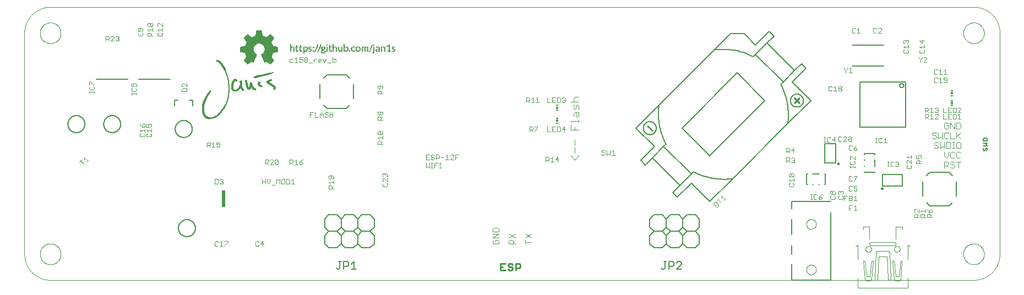
<source format=gto>
G75*
%MOIN*%
%OFA0B0*%
%FSLAX25Y25*%
%IPPOS*%
%LPD*%
%AMOC8*
5,1,8,0,0,1.08239X$1,22.5*
%
%ADD10C,0.00000*%
%ADD11C,0.00300*%
%ADD12C,0.00400*%
%ADD13R,0.01181X0.00591*%
%ADD14R,0.01181X0.01181*%
%ADD15R,0.00500X0.00100*%
%ADD16R,0.00400X0.00100*%
%ADD17R,0.01300X0.00100*%
%ADD18R,0.00700X0.00100*%
%ADD19R,0.01800X0.00100*%
%ADD20R,0.00800X0.00100*%
%ADD21R,0.02100X0.00100*%
%ADD22R,0.00900X0.00100*%
%ADD23R,0.00600X0.00100*%
%ADD24R,0.00100X0.00100*%
%ADD25R,0.00300X0.00100*%
%ADD26R,0.00200X0.00100*%
%ADD27R,0.02200X0.00100*%
%ADD28R,0.01000X0.00100*%
%ADD29R,0.01100X0.00100*%
%ADD30R,0.01200X0.00100*%
%ADD31R,0.01400X0.00100*%
%ADD32R,0.01500X0.00100*%
%ADD33R,0.02000X0.00100*%
%ADD34R,0.01700X0.00100*%
%ADD35R,0.01900X0.00100*%
%ADD36R,0.01600X0.00100*%
%ADD37C,0.00600*%
%ADD38C,0.00800*%
%ADD39R,0.01969X0.09843*%
%ADD40C,0.00500*%
%ADD41R,0.00025X0.00025*%
%ADD42R,0.00075X0.00025*%
%ADD43R,0.00050X0.00025*%
%ADD44R,0.00150X0.00025*%
%ADD45R,0.00200X0.00025*%
%ADD46R,0.00100X0.00025*%
%ADD47R,0.00175X0.00025*%
%ADD48R,0.00675X0.00025*%
%ADD49R,0.00125X0.00025*%
%ADD50R,0.00450X0.00025*%
%ADD51R,0.00775X0.00025*%
%ADD52R,0.00300X0.00025*%
%ADD53R,0.00325X0.00025*%
%ADD54R,0.00225X0.00025*%
%ADD55R,0.01275X0.00025*%
%ADD56R,0.01400X0.00025*%
%ADD57R,0.00250X0.00025*%
%ADD58R,0.00425X0.00025*%
%ADD59R,0.00525X0.00025*%
%ADD60R,0.00875X0.00025*%
%ADD61R,0.00350X0.00025*%
%ADD62R,0.00550X0.00025*%
%ADD63R,0.00400X0.00025*%
%ADD64R,0.00800X0.00025*%
%ADD65R,0.00650X0.00025*%
%ADD66R,0.00900X0.00025*%
%ADD67R,0.01425X0.00025*%
%ADD68R,0.02475X0.00025*%
%ADD69R,0.02925X0.00025*%
%ADD70R,0.02575X0.00025*%
%ADD71R,0.00375X0.00025*%
%ADD72R,0.02625X0.00025*%
%ADD73R,0.00275X0.00025*%
%ADD74R,0.02800X0.00025*%
%ADD75R,0.00700X0.00025*%
%ADD76R,0.04400X0.00025*%
%ADD77R,0.03150X0.00025*%
%ADD78R,0.00850X0.00025*%
%ADD79R,0.03300X0.00025*%
%ADD80R,0.03225X0.00025*%
%ADD81R,0.01075X0.00025*%
%ADD82R,0.00575X0.00025*%
%ADD83R,0.04900X0.00025*%
%ADD84R,0.03600X0.00025*%
%ADD85R,0.05125X0.00025*%
%ADD86R,0.03900X0.00025*%
%ADD87R,0.05650X0.00025*%
%ADD88R,0.03250X0.00025*%
%ADD89R,0.01675X0.00025*%
%ADD90R,0.03075X0.00025*%
%ADD91R,0.01525X0.00025*%
%ADD92R,0.02725X0.00025*%
%ADD93R,0.01325X0.00025*%
%ADD94R,0.01475X0.00025*%
%ADD95R,0.02425X0.00025*%
%ADD96R,0.01250X0.00025*%
%ADD97R,0.02400X0.00025*%
%ADD98R,0.01300X0.00025*%
%ADD99R,0.02250X0.00025*%
%ADD100R,0.00825X0.00025*%
%ADD101R,0.02225X0.00025*%
%ADD102R,0.02175X0.00025*%
%ADD103R,0.01200X0.00025*%
%ADD104R,0.02150X0.00025*%
%ADD105R,0.01175X0.00025*%
%ADD106R,0.02050X0.00025*%
%ADD107R,0.01025X0.00025*%
%ADD108R,0.02100X0.00025*%
%ADD109R,0.00975X0.00025*%
%ADD110R,0.01975X0.00025*%
%ADD111R,0.01000X0.00025*%
%ADD112R,0.01900X0.00025*%
%ADD113R,0.01875X0.00025*%
%ADD114R,0.01925X0.00025*%
%ADD115R,0.01700X0.00025*%
%ADD116R,0.01725X0.00025*%
%ADD117R,0.01825X0.00025*%
%ADD118R,0.01800X0.00025*%
%ADD119R,0.00475X0.00025*%
%ADD120R,0.01650X0.00025*%
%ADD121R,0.01625X0.00025*%
%ADD122R,0.01600X0.00025*%
%ADD123R,0.01575X0.00025*%
%ADD124R,0.01550X0.00025*%
%ADD125R,0.00925X0.00025*%
%ADD126R,0.01500X0.00025*%
%ADD127R,0.01050X0.00025*%
%ADD128R,0.01150X0.00025*%
%ADD129R,0.01450X0.00025*%
%ADD130R,0.01375X0.00025*%
%ADD131R,0.01350X0.00025*%
%ADD132R,0.00750X0.00025*%
%ADD133R,0.00625X0.00025*%
%ADD134R,0.00600X0.00025*%
%ADD135R,0.00500X0.00025*%
%ADD136R,0.01225X0.00025*%
%ADD137R,0.01125X0.00025*%
%ADD138R,0.01100X0.00025*%
%ADD139R,0.00725X0.00025*%
%ADD140R,0.00950X0.00025*%
%ADD141R,0.01850X0.00025*%
%ADD142R,0.02075X0.00025*%
%ADD143R,0.02350X0.00025*%
%ADD144R,0.02600X0.00025*%
%ADD145R,0.02675X0.00025*%
%ADD146R,0.02825X0.00025*%
%ADD147R,0.02950X0.00025*%
%ADD148R,0.03025X0.00025*%
%ADD149R,0.03200X0.00025*%
%ADD150R,0.03325X0.00025*%
%ADD151R,0.03375X0.00025*%
%ADD152R,0.03425X0.00025*%
%ADD153R,0.03500X0.00025*%
%ADD154R,0.03550X0.00025*%
%ADD155R,0.03650X0.00025*%
%ADD156R,0.03700X0.00025*%
%ADD157R,0.03750X0.00025*%
%ADD158R,0.03800X0.00025*%
%ADD159R,0.03825X0.00025*%
%ADD160R,0.03925X0.00025*%
%ADD161R,0.03975X0.00025*%
%ADD162R,0.04025X0.00025*%
%ADD163R,0.04050X0.00025*%
%ADD164R,0.04150X0.00025*%
%ADD165R,0.01775X0.00025*%
%ADD166R,0.01750X0.00025*%
%ADD167R,0.01950X0.00025*%
%ADD168R,0.02000X0.00025*%
%ADD169R,0.02025X0.00025*%
%ADD170R,0.02125X0.00025*%
%ADD171R,0.02200X0.00025*%
%ADD172R,0.02275X0.00025*%
%ADD173R,0.02300X0.00025*%
%ADD174R,0.02325X0.00025*%
%ADD175R,0.02375X0.00025*%
%ADD176R,0.02450X0.00025*%
%ADD177R,0.02500X0.00025*%
%ADD178R,0.02525X0.00025*%
%ADD179R,0.02550X0.00025*%
%ADD180R,0.03050X0.00025*%
%ADD181R,0.03175X0.00025*%
%ADD182R,0.03275X0.00025*%
%ADD183R,0.03350X0.00025*%
%ADD184R,0.03400X0.00025*%
%ADD185R,0.03525X0.00025*%
%ADD186R,0.03875X0.00025*%
%ADD187R,0.04100X0.00025*%
%ADD188R,0.04125X0.00025*%
%ADD189R,0.04300X0.00025*%
%ADD190R,0.04325X0.00025*%
%ADD191R,0.04275X0.00025*%
%ADD192R,0.04200X0.00025*%
%ADD193R,0.04350X0.00025*%
%ADD194R,0.04250X0.00025*%
%ADD195R,0.04225X0.00025*%
%ADD196R,0.04175X0.00025*%
%ADD197R,0.03725X0.00025*%
%ADD198R,0.03625X0.00025*%
%ADD199R,0.03475X0.00025*%
%ADD200R,0.03450X0.00025*%
%ADD201R,0.03100X0.00025*%
%ADD202R,0.03000X0.00025*%
%ADD203R,0.02975X0.00025*%
%ADD204R,0.02850X0.00025*%
%ADD205R,0.02775X0.00025*%
%ADD206R,0.02650X0.00025*%
%ADD207C,0.00984*%
%ADD208C,0.00900*%
D10*
X0017248Y0009374D02*
X0576303Y0009374D01*
X0570004Y0025122D02*
X0570006Y0025280D01*
X0570012Y0025438D01*
X0570022Y0025596D01*
X0570036Y0025754D01*
X0570054Y0025911D01*
X0570075Y0026068D01*
X0570101Y0026224D01*
X0570131Y0026380D01*
X0570164Y0026535D01*
X0570202Y0026688D01*
X0570243Y0026841D01*
X0570288Y0026993D01*
X0570337Y0027144D01*
X0570390Y0027293D01*
X0570446Y0027441D01*
X0570506Y0027587D01*
X0570570Y0027732D01*
X0570638Y0027875D01*
X0570709Y0028017D01*
X0570783Y0028157D01*
X0570861Y0028294D01*
X0570943Y0028430D01*
X0571027Y0028564D01*
X0571116Y0028695D01*
X0571207Y0028824D01*
X0571302Y0028951D01*
X0571399Y0029076D01*
X0571500Y0029198D01*
X0571604Y0029317D01*
X0571711Y0029434D01*
X0571821Y0029548D01*
X0571934Y0029659D01*
X0572049Y0029768D01*
X0572167Y0029873D01*
X0572288Y0029975D01*
X0572411Y0030075D01*
X0572537Y0030171D01*
X0572665Y0030264D01*
X0572795Y0030354D01*
X0572928Y0030440D01*
X0573063Y0030524D01*
X0573199Y0030603D01*
X0573338Y0030680D01*
X0573479Y0030752D01*
X0573621Y0030822D01*
X0573765Y0030887D01*
X0573911Y0030949D01*
X0574058Y0031007D01*
X0574207Y0031062D01*
X0574357Y0031113D01*
X0574508Y0031160D01*
X0574660Y0031203D01*
X0574813Y0031242D01*
X0574968Y0031278D01*
X0575123Y0031309D01*
X0575279Y0031337D01*
X0575435Y0031361D01*
X0575592Y0031381D01*
X0575750Y0031397D01*
X0575907Y0031409D01*
X0576066Y0031417D01*
X0576224Y0031421D01*
X0576382Y0031421D01*
X0576540Y0031417D01*
X0576699Y0031409D01*
X0576856Y0031397D01*
X0577014Y0031381D01*
X0577171Y0031361D01*
X0577327Y0031337D01*
X0577483Y0031309D01*
X0577638Y0031278D01*
X0577793Y0031242D01*
X0577946Y0031203D01*
X0578098Y0031160D01*
X0578249Y0031113D01*
X0578399Y0031062D01*
X0578548Y0031007D01*
X0578695Y0030949D01*
X0578841Y0030887D01*
X0578985Y0030822D01*
X0579127Y0030752D01*
X0579268Y0030680D01*
X0579407Y0030603D01*
X0579543Y0030524D01*
X0579678Y0030440D01*
X0579811Y0030354D01*
X0579941Y0030264D01*
X0580069Y0030171D01*
X0580195Y0030075D01*
X0580318Y0029975D01*
X0580439Y0029873D01*
X0580557Y0029768D01*
X0580672Y0029659D01*
X0580785Y0029548D01*
X0580895Y0029434D01*
X0581002Y0029317D01*
X0581106Y0029198D01*
X0581207Y0029076D01*
X0581304Y0028951D01*
X0581399Y0028824D01*
X0581490Y0028695D01*
X0581579Y0028564D01*
X0581663Y0028430D01*
X0581745Y0028294D01*
X0581823Y0028157D01*
X0581897Y0028017D01*
X0581968Y0027875D01*
X0582036Y0027732D01*
X0582100Y0027587D01*
X0582160Y0027441D01*
X0582216Y0027293D01*
X0582269Y0027144D01*
X0582318Y0026993D01*
X0582363Y0026841D01*
X0582404Y0026688D01*
X0582442Y0026535D01*
X0582475Y0026380D01*
X0582505Y0026224D01*
X0582531Y0026068D01*
X0582552Y0025911D01*
X0582570Y0025754D01*
X0582584Y0025596D01*
X0582594Y0025438D01*
X0582600Y0025280D01*
X0582602Y0025122D01*
X0582600Y0024964D01*
X0582594Y0024806D01*
X0582584Y0024648D01*
X0582570Y0024490D01*
X0582552Y0024333D01*
X0582531Y0024176D01*
X0582505Y0024020D01*
X0582475Y0023864D01*
X0582442Y0023709D01*
X0582404Y0023556D01*
X0582363Y0023403D01*
X0582318Y0023251D01*
X0582269Y0023100D01*
X0582216Y0022951D01*
X0582160Y0022803D01*
X0582100Y0022657D01*
X0582036Y0022512D01*
X0581968Y0022369D01*
X0581897Y0022227D01*
X0581823Y0022087D01*
X0581745Y0021950D01*
X0581663Y0021814D01*
X0581579Y0021680D01*
X0581490Y0021549D01*
X0581399Y0021420D01*
X0581304Y0021293D01*
X0581207Y0021168D01*
X0581106Y0021046D01*
X0581002Y0020927D01*
X0580895Y0020810D01*
X0580785Y0020696D01*
X0580672Y0020585D01*
X0580557Y0020476D01*
X0580439Y0020371D01*
X0580318Y0020269D01*
X0580195Y0020169D01*
X0580069Y0020073D01*
X0579941Y0019980D01*
X0579811Y0019890D01*
X0579678Y0019804D01*
X0579543Y0019720D01*
X0579407Y0019641D01*
X0579268Y0019564D01*
X0579127Y0019492D01*
X0578985Y0019422D01*
X0578841Y0019357D01*
X0578695Y0019295D01*
X0578548Y0019237D01*
X0578399Y0019182D01*
X0578249Y0019131D01*
X0578098Y0019084D01*
X0577946Y0019041D01*
X0577793Y0019002D01*
X0577638Y0018966D01*
X0577483Y0018935D01*
X0577327Y0018907D01*
X0577171Y0018883D01*
X0577014Y0018863D01*
X0576856Y0018847D01*
X0576699Y0018835D01*
X0576540Y0018827D01*
X0576382Y0018823D01*
X0576224Y0018823D01*
X0576066Y0018827D01*
X0575907Y0018835D01*
X0575750Y0018847D01*
X0575592Y0018863D01*
X0575435Y0018883D01*
X0575279Y0018907D01*
X0575123Y0018935D01*
X0574968Y0018966D01*
X0574813Y0019002D01*
X0574660Y0019041D01*
X0574508Y0019084D01*
X0574357Y0019131D01*
X0574207Y0019182D01*
X0574058Y0019237D01*
X0573911Y0019295D01*
X0573765Y0019357D01*
X0573621Y0019422D01*
X0573479Y0019492D01*
X0573338Y0019564D01*
X0573199Y0019641D01*
X0573063Y0019720D01*
X0572928Y0019804D01*
X0572795Y0019890D01*
X0572665Y0019980D01*
X0572537Y0020073D01*
X0572411Y0020169D01*
X0572288Y0020269D01*
X0572167Y0020371D01*
X0572049Y0020476D01*
X0571934Y0020585D01*
X0571821Y0020696D01*
X0571711Y0020810D01*
X0571604Y0020927D01*
X0571500Y0021046D01*
X0571399Y0021168D01*
X0571302Y0021293D01*
X0571207Y0021420D01*
X0571116Y0021549D01*
X0571027Y0021680D01*
X0570943Y0021814D01*
X0570861Y0021950D01*
X0570783Y0022087D01*
X0570709Y0022227D01*
X0570638Y0022369D01*
X0570570Y0022512D01*
X0570506Y0022657D01*
X0570446Y0022803D01*
X0570390Y0022951D01*
X0570337Y0023100D01*
X0570288Y0023251D01*
X0570243Y0023403D01*
X0570202Y0023556D01*
X0570164Y0023709D01*
X0570131Y0023864D01*
X0570101Y0024020D01*
X0570075Y0024176D01*
X0570054Y0024333D01*
X0570036Y0024490D01*
X0570022Y0024648D01*
X0570012Y0024806D01*
X0570006Y0024964D01*
X0570004Y0025122D01*
X0576303Y0009374D02*
X0576684Y0009379D01*
X0577064Y0009392D01*
X0577444Y0009415D01*
X0577823Y0009448D01*
X0578201Y0009489D01*
X0578578Y0009539D01*
X0578954Y0009599D01*
X0579329Y0009667D01*
X0579701Y0009745D01*
X0580072Y0009832D01*
X0580440Y0009927D01*
X0580806Y0010032D01*
X0581169Y0010145D01*
X0581530Y0010267D01*
X0581887Y0010397D01*
X0582241Y0010537D01*
X0582592Y0010684D01*
X0582939Y0010841D01*
X0583282Y0011005D01*
X0583621Y0011178D01*
X0583956Y0011359D01*
X0584287Y0011548D01*
X0584612Y0011745D01*
X0584933Y0011949D01*
X0585249Y0012162D01*
X0585559Y0012382D01*
X0585865Y0012609D01*
X0586164Y0012844D01*
X0586458Y0013086D01*
X0586746Y0013334D01*
X0587028Y0013590D01*
X0587303Y0013853D01*
X0587572Y0014122D01*
X0587835Y0014397D01*
X0588091Y0014679D01*
X0588339Y0014967D01*
X0588581Y0015261D01*
X0588816Y0015560D01*
X0589043Y0015866D01*
X0589263Y0016176D01*
X0589476Y0016492D01*
X0589680Y0016813D01*
X0589877Y0017138D01*
X0590066Y0017469D01*
X0590247Y0017804D01*
X0590420Y0018143D01*
X0590584Y0018486D01*
X0590741Y0018833D01*
X0590888Y0019184D01*
X0591028Y0019538D01*
X0591158Y0019895D01*
X0591280Y0020256D01*
X0591393Y0020619D01*
X0591498Y0020985D01*
X0591593Y0021353D01*
X0591680Y0021724D01*
X0591758Y0022096D01*
X0591826Y0022471D01*
X0591886Y0022847D01*
X0591936Y0023224D01*
X0591977Y0023602D01*
X0592010Y0023981D01*
X0592033Y0024361D01*
X0592046Y0024741D01*
X0592051Y0025122D01*
X0592051Y0158980D01*
X0570004Y0158980D02*
X0570006Y0159138D01*
X0570012Y0159296D01*
X0570022Y0159454D01*
X0570036Y0159612D01*
X0570054Y0159769D01*
X0570075Y0159926D01*
X0570101Y0160082D01*
X0570131Y0160238D01*
X0570164Y0160393D01*
X0570202Y0160546D01*
X0570243Y0160699D01*
X0570288Y0160851D01*
X0570337Y0161002D01*
X0570390Y0161151D01*
X0570446Y0161299D01*
X0570506Y0161445D01*
X0570570Y0161590D01*
X0570638Y0161733D01*
X0570709Y0161875D01*
X0570783Y0162015D01*
X0570861Y0162152D01*
X0570943Y0162288D01*
X0571027Y0162422D01*
X0571116Y0162553D01*
X0571207Y0162682D01*
X0571302Y0162809D01*
X0571399Y0162934D01*
X0571500Y0163056D01*
X0571604Y0163175D01*
X0571711Y0163292D01*
X0571821Y0163406D01*
X0571934Y0163517D01*
X0572049Y0163626D01*
X0572167Y0163731D01*
X0572288Y0163833D01*
X0572411Y0163933D01*
X0572537Y0164029D01*
X0572665Y0164122D01*
X0572795Y0164212D01*
X0572928Y0164298D01*
X0573063Y0164382D01*
X0573199Y0164461D01*
X0573338Y0164538D01*
X0573479Y0164610D01*
X0573621Y0164680D01*
X0573765Y0164745D01*
X0573911Y0164807D01*
X0574058Y0164865D01*
X0574207Y0164920D01*
X0574357Y0164971D01*
X0574508Y0165018D01*
X0574660Y0165061D01*
X0574813Y0165100D01*
X0574968Y0165136D01*
X0575123Y0165167D01*
X0575279Y0165195D01*
X0575435Y0165219D01*
X0575592Y0165239D01*
X0575750Y0165255D01*
X0575907Y0165267D01*
X0576066Y0165275D01*
X0576224Y0165279D01*
X0576382Y0165279D01*
X0576540Y0165275D01*
X0576699Y0165267D01*
X0576856Y0165255D01*
X0577014Y0165239D01*
X0577171Y0165219D01*
X0577327Y0165195D01*
X0577483Y0165167D01*
X0577638Y0165136D01*
X0577793Y0165100D01*
X0577946Y0165061D01*
X0578098Y0165018D01*
X0578249Y0164971D01*
X0578399Y0164920D01*
X0578548Y0164865D01*
X0578695Y0164807D01*
X0578841Y0164745D01*
X0578985Y0164680D01*
X0579127Y0164610D01*
X0579268Y0164538D01*
X0579407Y0164461D01*
X0579543Y0164382D01*
X0579678Y0164298D01*
X0579811Y0164212D01*
X0579941Y0164122D01*
X0580069Y0164029D01*
X0580195Y0163933D01*
X0580318Y0163833D01*
X0580439Y0163731D01*
X0580557Y0163626D01*
X0580672Y0163517D01*
X0580785Y0163406D01*
X0580895Y0163292D01*
X0581002Y0163175D01*
X0581106Y0163056D01*
X0581207Y0162934D01*
X0581304Y0162809D01*
X0581399Y0162682D01*
X0581490Y0162553D01*
X0581579Y0162422D01*
X0581663Y0162288D01*
X0581745Y0162152D01*
X0581823Y0162015D01*
X0581897Y0161875D01*
X0581968Y0161733D01*
X0582036Y0161590D01*
X0582100Y0161445D01*
X0582160Y0161299D01*
X0582216Y0161151D01*
X0582269Y0161002D01*
X0582318Y0160851D01*
X0582363Y0160699D01*
X0582404Y0160546D01*
X0582442Y0160393D01*
X0582475Y0160238D01*
X0582505Y0160082D01*
X0582531Y0159926D01*
X0582552Y0159769D01*
X0582570Y0159612D01*
X0582584Y0159454D01*
X0582594Y0159296D01*
X0582600Y0159138D01*
X0582602Y0158980D01*
X0582600Y0158822D01*
X0582594Y0158664D01*
X0582584Y0158506D01*
X0582570Y0158348D01*
X0582552Y0158191D01*
X0582531Y0158034D01*
X0582505Y0157878D01*
X0582475Y0157722D01*
X0582442Y0157567D01*
X0582404Y0157414D01*
X0582363Y0157261D01*
X0582318Y0157109D01*
X0582269Y0156958D01*
X0582216Y0156809D01*
X0582160Y0156661D01*
X0582100Y0156515D01*
X0582036Y0156370D01*
X0581968Y0156227D01*
X0581897Y0156085D01*
X0581823Y0155945D01*
X0581745Y0155808D01*
X0581663Y0155672D01*
X0581579Y0155538D01*
X0581490Y0155407D01*
X0581399Y0155278D01*
X0581304Y0155151D01*
X0581207Y0155026D01*
X0581106Y0154904D01*
X0581002Y0154785D01*
X0580895Y0154668D01*
X0580785Y0154554D01*
X0580672Y0154443D01*
X0580557Y0154334D01*
X0580439Y0154229D01*
X0580318Y0154127D01*
X0580195Y0154027D01*
X0580069Y0153931D01*
X0579941Y0153838D01*
X0579811Y0153748D01*
X0579678Y0153662D01*
X0579543Y0153578D01*
X0579407Y0153499D01*
X0579268Y0153422D01*
X0579127Y0153350D01*
X0578985Y0153280D01*
X0578841Y0153215D01*
X0578695Y0153153D01*
X0578548Y0153095D01*
X0578399Y0153040D01*
X0578249Y0152989D01*
X0578098Y0152942D01*
X0577946Y0152899D01*
X0577793Y0152860D01*
X0577638Y0152824D01*
X0577483Y0152793D01*
X0577327Y0152765D01*
X0577171Y0152741D01*
X0577014Y0152721D01*
X0576856Y0152705D01*
X0576699Y0152693D01*
X0576540Y0152685D01*
X0576382Y0152681D01*
X0576224Y0152681D01*
X0576066Y0152685D01*
X0575907Y0152693D01*
X0575750Y0152705D01*
X0575592Y0152721D01*
X0575435Y0152741D01*
X0575279Y0152765D01*
X0575123Y0152793D01*
X0574968Y0152824D01*
X0574813Y0152860D01*
X0574660Y0152899D01*
X0574508Y0152942D01*
X0574357Y0152989D01*
X0574207Y0153040D01*
X0574058Y0153095D01*
X0573911Y0153153D01*
X0573765Y0153215D01*
X0573621Y0153280D01*
X0573479Y0153350D01*
X0573338Y0153422D01*
X0573199Y0153499D01*
X0573063Y0153578D01*
X0572928Y0153662D01*
X0572795Y0153748D01*
X0572665Y0153838D01*
X0572537Y0153931D01*
X0572411Y0154027D01*
X0572288Y0154127D01*
X0572167Y0154229D01*
X0572049Y0154334D01*
X0571934Y0154443D01*
X0571821Y0154554D01*
X0571711Y0154668D01*
X0571604Y0154785D01*
X0571500Y0154904D01*
X0571399Y0155026D01*
X0571302Y0155151D01*
X0571207Y0155278D01*
X0571116Y0155407D01*
X0571027Y0155538D01*
X0570943Y0155672D01*
X0570861Y0155808D01*
X0570783Y0155945D01*
X0570709Y0156085D01*
X0570638Y0156227D01*
X0570570Y0156370D01*
X0570506Y0156515D01*
X0570446Y0156661D01*
X0570390Y0156809D01*
X0570337Y0156958D01*
X0570288Y0157109D01*
X0570243Y0157261D01*
X0570202Y0157414D01*
X0570164Y0157567D01*
X0570131Y0157722D01*
X0570101Y0157878D01*
X0570075Y0158034D01*
X0570054Y0158191D01*
X0570036Y0158348D01*
X0570022Y0158506D01*
X0570012Y0158664D01*
X0570006Y0158822D01*
X0570004Y0158980D01*
X0576303Y0174728D02*
X0576684Y0174723D01*
X0577064Y0174710D01*
X0577444Y0174687D01*
X0577823Y0174654D01*
X0578201Y0174613D01*
X0578578Y0174563D01*
X0578954Y0174503D01*
X0579329Y0174435D01*
X0579701Y0174357D01*
X0580072Y0174270D01*
X0580440Y0174175D01*
X0580806Y0174070D01*
X0581169Y0173957D01*
X0581530Y0173835D01*
X0581887Y0173705D01*
X0582241Y0173565D01*
X0582592Y0173418D01*
X0582939Y0173261D01*
X0583282Y0173097D01*
X0583621Y0172924D01*
X0583956Y0172743D01*
X0584287Y0172554D01*
X0584612Y0172357D01*
X0584933Y0172153D01*
X0585249Y0171940D01*
X0585559Y0171720D01*
X0585865Y0171493D01*
X0586164Y0171258D01*
X0586458Y0171016D01*
X0586746Y0170768D01*
X0587028Y0170512D01*
X0587303Y0170249D01*
X0587572Y0169980D01*
X0587835Y0169705D01*
X0588091Y0169423D01*
X0588339Y0169135D01*
X0588581Y0168841D01*
X0588816Y0168542D01*
X0589043Y0168236D01*
X0589263Y0167926D01*
X0589476Y0167610D01*
X0589680Y0167289D01*
X0589877Y0166964D01*
X0590066Y0166633D01*
X0590247Y0166298D01*
X0590420Y0165959D01*
X0590584Y0165616D01*
X0590741Y0165269D01*
X0590888Y0164918D01*
X0591028Y0164564D01*
X0591158Y0164207D01*
X0591280Y0163846D01*
X0591393Y0163483D01*
X0591498Y0163117D01*
X0591593Y0162749D01*
X0591680Y0162378D01*
X0591758Y0162006D01*
X0591826Y0161631D01*
X0591886Y0161255D01*
X0591936Y0160878D01*
X0591977Y0160500D01*
X0592010Y0160121D01*
X0592033Y0159741D01*
X0592046Y0159361D01*
X0592051Y0158980D01*
X0576303Y0174728D02*
X0017248Y0174728D01*
X0010949Y0158980D02*
X0010951Y0159138D01*
X0010957Y0159296D01*
X0010967Y0159454D01*
X0010981Y0159612D01*
X0010999Y0159769D01*
X0011020Y0159926D01*
X0011046Y0160082D01*
X0011076Y0160238D01*
X0011109Y0160393D01*
X0011147Y0160546D01*
X0011188Y0160699D01*
X0011233Y0160851D01*
X0011282Y0161002D01*
X0011335Y0161151D01*
X0011391Y0161299D01*
X0011451Y0161445D01*
X0011515Y0161590D01*
X0011583Y0161733D01*
X0011654Y0161875D01*
X0011728Y0162015D01*
X0011806Y0162152D01*
X0011888Y0162288D01*
X0011972Y0162422D01*
X0012061Y0162553D01*
X0012152Y0162682D01*
X0012247Y0162809D01*
X0012344Y0162934D01*
X0012445Y0163056D01*
X0012549Y0163175D01*
X0012656Y0163292D01*
X0012766Y0163406D01*
X0012879Y0163517D01*
X0012994Y0163626D01*
X0013112Y0163731D01*
X0013233Y0163833D01*
X0013356Y0163933D01*
X0013482Y0164029D01*
X0013610Y0164122D01*
X0013740Y0164212D01*
X0013873Y0164298D01*
X0014008Y0164382D01*
X0014144Y0164461D01*
X0014283Y0164538D01*
X0014424Y0164610D01*
X0014566Y0164680D01*
X0014710Y0164745D01*
X0014856Y0164807D01*
X0015003Y0164865D01*
X0015152Y0164920D01*
X0015302Y0164971D01*
X0015453Y0165018D01*
X0015605Y0165061D01*
X0015758Y0165100D01*
X0015913Y0165136D01*
X0016068Y0165167D01*
X0016224Y0165195D01*
X0016380Y0165219D01*
X0016537Y0165239D01*
X0016695Y0165255D01*
X0016852Y0165267D01*
X0017011Y0165275D01*
X0017169Y0165279D01*
X0017327Y0165279D01*
X0017485Y0165275D01*
X0017644Y0165267D01*
X0017801Y0165255D01*
X0017959Y0165239D01*
X0018116Y0165219D01*
X0018272Y0165195D01*
X0018428Y0165167D01*
X0018583Y0165136D01*
X0018738Y0165100D01*
X0018891Y0165061D01*
X0019043Y0165018D01*
X0019194Y0164971D01*
X0019344Y0164920D01*
X0019493Y0164865D01*
X0019640Y0164807D01*
X0019786Y0164745D01*
X0019930Y0164680D01*
X0020072Y0164610D01*
X0020213Y0164538D01*
X0020352Y0164461D01*
X0020488Y0164382D01*
X0020623Y0164298D01*
X0020756Y0164212D01*
X0020886Y0164122D01*
X0021014Y0164029D01*
X0021140Y0163933D01*
X0021263Y0163833D01*
X0021384Y0163731D01*
X0021502Y0163626D01*
X0021617Y0163517D01*
X0021730Y0163406D01*
X0021840Y0163292D01*
X0021947Y0163175D01*
X0022051Y0163056D01*
X0022152Y0162934D01*
X0022249Y0162809D01*
X0022344Y0162682D01*
X0022435Y0162553D01*
X0022524Y0162422D01*
X0022608Y0162288D01*
X0022690Y0162152D01*
X0022768Y0162015D01*
X0022842Y0161875D01*
X0022913Y0161733D01*
X0022981Y0161590D01*
X0023045Y0161445D01*
X0023105Y0161299D01*
X0023161Y0161151D01*
X0023214Y0161002D01*
X0023263Y0160851D01*
X0023308Y0160699D01*
X0023349Y0160546D01*
X0023387Y0160393D01*
X0023420Y0160238D01*
X0023450Y0160082D01*
X0023476Y0159926D01*
X0023497Y0159769D01*
X0023515Y0159612D01*
X0023529Y0159454D01*
X0023539Y0159296D01*
X0023545Y0159138D01*
X0023547Y0158980D01*
X0023545Y0158822D01*
X0023539Y0158664D01*
X0023529Y0158506D01*
X0023515Y0158348D01*
X0023497Y0158191D01*
X0023476Y0158034D01*
X0023450Y0157878D01*
X0023420Y0157722D01*
X0023387Y0157567D01*
X0023349Y0157414D01*
X0023308Y0157261D01*
X0023263Y0157109D01*
X0023214Y0156958D01*
X0023161Y0156809D01*
X0023105Y0156661D01*
X0023045Y0156515D01*
X0022981Y0156370D01*
X0022913Y0156227D01*
X0022842Y0156085D01*
X0022768Y0155945D01*
X0022690Y0155808D01*
X0022608Y0155672D01*
X0022524Y0155538D01*
X0022435Y0155407D01*
X0022344Y0155278D01*
X0022249Y0155151D01*
X0022152Y0155026D01*
X0022051Y0154904D01*
X0021947Y0154785D01*
X0021840Y0154668D01*
X0021730Y0154554D01*
X0021617Y0154443D01*
X0021502Y0154334D01*
X0021384Y0154229D01*
X0021263Y0154127D01*
X0021140Y0154027D01*
X0021014Y0153931D01*
X0020886Y0153838D01*
X0020756Y0153748D01*
X0020623Y0153662D01*
X0020488Y0153578D01*
X0020352Y0153499D01*
X0020213Y0153422D01*
X0020072Y0153350D01*
X0019930Y0153280D01*
X0019786Y0153215D01*
X0019640Y0153153D01*
X0019493Y0153095D01*
X0019344Y0153040D01*
X0019194Y0152989D01*
X0019043Y0152942D01*
X0018891Y0152899D01*
X0018738Y0152860D01*
X0018583Y0152824D01*
X0018428Y0152793D01*
X0018272Y0152765D01*
X0018116Y0152741D01*
X0017959Y0152721D01*
X0017801Y0152705D01*
X0017644Y0152693D01*
X0017485Y0152685D01*
X0017327Y0152681D01*
X0017169Y0152681D01*
X0017011Y0152685D01*
X0016852Y0152693D01*
X0016695Y0152705D01*
X0016537Y0152721D01*
X0016380Y0152741D01*
X0016224Y0152765D01*
X0016068Y0152793D01*
X0015913Y0152824D01*
X0015758Y0152860D01*
X0015605Y0152899D01*
X0015453Y0152942D01*
X0015302Y0152989D01*
X0015152Y0153040D01*
X0015003Y0153095D01*
X0014856Y0153153D01*
X0014710Y0153215D01*
X0014566Y0153280D01*
X0014424Y0153350D01*
X0014283Y0153422D01*
X0014144Y0153499D01*
X0014008Y0153578D01*
X0013873Y0153662D01*
X0013740Y0153748D01*
X0013610Y0153838D01*
X0013482Y0153931D01*
X0013356Y0154027D01*
X0013233Y0154127D01*
X0013112Y0154229D01*
X0012994Y0154334D01*
X0012879Y0154443D01*
X0012766Y0154554D01*
X0012656Y0154668D01*
X0012549Y0154785D01*
X0012445Y0154904D01*
X0012344Y0155026D01*
X0012247Y0155151D01*
X0012152Y0155278D01*
X0012061Y0155407D01*
X0011972Y0155538D01*
X0011888Y0155672D01*
X0011806Y0155808D01*
X0011728Y0155945D01*
X0011654Y0156085D01*
X0011583Y0156227D01*
X0011515Y0156370D01*
X0011451Y0156515D01*
X0011391Y0156661D01*
X0011335Y0156809D01*
X0011282Y0156958D01*
X0011233Y0157109D01*
X0011188Y0157261D01*
X0011147Y0157414D01*
X0011109Y0157567D01*
X0011076Y0157722D01*
X0011046Y0157878D01*
X0011020Y0158034D01*
X0010999Y0158191D01*
X0010981Y0158348D01*
X0010967Y0158506D01*
X0010957Y0158664D01*
X0010951Y0158822D01*
X0010949Y0158980D01*
X0001500Y0158980D02*
X0001505Y0159361D01*
X0001518Y0159741D01*
X0001541Y0160121D01*
X0001574Y0160500D01*
X0001615Y0160878D01*
X0001665Y0161255D01*
X0001725Y0161631D01*
X0001793Y0162006D01*
X0001871Y0162378D01*
X0001958Y0162749D01*
X0002053Y0163117D01*
X0002158Y0163483D01*
X0002271Y0163846D01*
X0002393Y0164207D01*
X0002523Y0164564D01*
X0002663Y0164918D01*
X0002810Y0165269D01*
X0002967Y0165616D01*
X0003131Y0165959D01*
X0003304Y0166298D01*
X0003485Y0166633D01*
X0003674Y0166964D01*
X0003871Y0167289D01*
X0004075Y0167610D01*
X0004288Y0167926D01*
X0004508Y0168236D01*
X0004735Y0168542D01*
X0004970Y0168841D01*
X0005212Y0169135D01*
X0005460Y0169423D01*
X0005716Y0169705D01*
X0005979Y0169980D01*
X0006248Y0170249D01*
X0006523Y0170512D01*
X0006805Y0170768D01*
X0007093Y0171016D01*
X0007387Y0171258D01*
X0007686Y0171493D01*
X0007992Y0171720D01*
X0008302Y0171940D01*
X0008618Y0172153D01*
X0008939Y0172357D01*
X0009264Y0172554D01*
X0009595Y0172743D01*
X0009930Y0172924D01*
X0010269Y0173097D01*
X0010612Y0173261D01*
X0010959Y0173418D01*
X0011310Y0173565D01*
X0011664Y0173705D01*
X0012021Y0173835D01*
X0012382Y0173957D01*
X0012745Y0174070D01*
X0013111Y0174175D01*
X0013479Y0174270D01*
X0013850Y0174357D01*
X0014222Y0174435D01*
X0014597Y0174503D01*
X0014973Y0174563D01*
X0015350Y0174613D01*
X0015728Y0174654D01*
X0016107Y0174687D01*
X0016487Y0174710D01*
X0016867Y0174723D01*
X0017248Y0174728D01*
X0001500Y0158980D02*
X0001500Y0025122D01*
X0010949Y0025122D02*
X0010951Y0025280D01*
X0010957Y0025438D01*
X0010967Y0025596D01*
X0010981Y0025754D01*
X0010999Y0025911D01*
X0011020Y0026068D01*
X0011046Y0026224D01*
X0011076Y0026380D01*
X0011109Y0026535D01*
X0011147Y0026688D01*
X0011188Y0026841D01*
X0011233Y0026993D01*
X0011282Y0027144D01*
X0011335Y0027293D01*
X0011391Y0027441D01*
X0011451Y0027587D01*
X0011515Y0027732D01*
X0011583Y0027875D01*
X0011654Y0028017D01*
X0011728Y0028157D01*
X0011806Y0028294D01*
X0011888Y0028430D01*
X0011972Y0028564D01*
X0012061Y0028695D01*
X0012152Y0028824D01*
X0012247Y0028951D01*
X0012344Y0029076D01*
X0012445Y0029198D01*
X0012549Y0029317D01*
X0012656Y0029434D01*
X0012766Y0029548D01*
X0012879Y0029659D01*
X0012994Y0029768D01*
X0013112Y0029873D01*
X0013233Y0029975D01*
X0013356Y0030075D01*
X0013482Y0030171D01*
X0013610Y0030264D01*
X0013740Y0030354D01*
X0013873Y0030440D01*
X0014008Y0030524D01*
X0014144Y0030603D01*
X0014283Y0030680D01*
X0014424Y0030752D01*
X0014566Y0030822D01*
X0014710Y0030887D01*
X0014856Y0030949D01*
X0015003Y0031007D01*
X0015152Y0031062D01*
X0015302Y0031113D01*
X0015453Y0031160D01*
X0015605Y0031203D01*
X0015758Y0031242D01*
X0015913Y0031278D01*
X0016068Y0031309D01*
X0016224Y0031337D01*
X0016380Y0031361D01*
X0016537Y0031381D01*
X0016695Y0031397D01*
X0016852Y0031409D01*
X0017011Y0031417D01*
X0017169Y0031421D01*
X0017327Y0031421D01*
X0017485Y0031417D01*
X0017644Y0031409D01*
X0017801Y0031397D01*
X0017959Y0031381D01*
X0018116Y0031361D01*
X0018272Y0031337D01*
X0018428Y0031309D01*
X0018583Y0031278D01*
X0018738Y0031242D01*
X0018891Y0031203D01*
X0019043Y0031160D01*
X0019194Y0031113D01*
X0019344Y0031062D01*
X0019493Y0031007D01*
X0019640Y0030949D01*
X0019786Y0030887D01*
X0019930Y0030822D01*
X0020072Y0030752D01*
X0020213Y0030680D01*
X0020352Y0030603D01*
X0020488Y0030524D01*
X0020623Y0030440D01*
X0020756Y0030354D01*
X0020886Y0030264D01*
X0021014Y0030171D01*
X0021140Y0030075D01*
X0021263Y0029975D01*
X0021384Y0029873D01*
X0021502Y0029768D01*
X0021617Y0029659D01*
X0021730Y0029548D01*
X0021840Y0029434D01*
X0021947Y0029317D01*
X0022051Y0029198D01*
X0022152Y0029076D01*
X0022249Y0028951D01*
X0022344Y0028824D01*
X0022435Y0028695D01*
X0022524Y0028564D01*
X0022608Y0028430D01*
X0022690Y0028294D01*
X0022768Y0028157D01*
X0022842Y0028017D01*
X0022913Y0027875D01*
X0022981Y0027732D01*
X0023045Y0027587D01*
X0023105Y0027441D01*
X0023161Y0027293D01*
X0023214Y0027144D01*
X0023263Y0026993D01*
X0023308Y0026841D01*
X0023349Y0026688D01*
X0023387Y0026535D01*
X0023420Y0026380D01*
X0023450Y0026224D01*
X0023476Y0026068D01*
X0023497Y0025911D01*
X0023515Y0025754D01*
X0023529Y0025596D01*
X0023539Y0025438D01*
X0023545Y0025280D01*
X0023547Y0025122D01*
X0023545Y0024964D01*
X0023539Y0024806D01*
X0023529Y0024648D01*
X0023515Y0024490D01*
X0023497Y0024333D01*
X0023476Y0024176D01*
X0023450Y0024020D01*
X0023420Y0023864D01*
X0023387Y0023709D01*
X0023349Y0023556D01*
X0023308Y0023403D01*
X0023263Y0023251D01*
X0023214Y0023100D01*
X0023161Y0022951D01*
X0023105Y0022803D01*
X0023045Y0022657D01*
X0022981Y0022512D01*
X0022913Y0022369D01*
X0022842Y0022227D01*
X0022768Y0022087D01*
X0022690Y0021950D01*
X0022608Y0021814D01*
X0022524Y0021680D01*
X0022435Y0021549D01*
X0022344Y0021420D01*
X0022249Y0021293D01*
X0022152Y0021168D01*
X0022051Y0021046D01*
X0021947Y0020927D01*
X0021840Y0020810D01*
X0021730Y0020696D01*
X0021617Y0020585D01*
X0021502Y0020476D01*
X0021384Y0020371D01*
X0021263Y0020269D01*
X0021140Y0020169D01*
X0021014Y0020073D01*
X0020886Y0019980D01*
X0020756Y0019890D01*
X0020623Y0019804D01*
X0020488Y0019720D01*
X0020352Y0019641D01*
X0020213Y0019564D01*
X0020072Y0019492D01*
X0019930Y0019422D01*
X0019786Y0019357D01*
X0019640Y0019295D01*
X0019493Y0019237D01*
X0019344Y0019182D01*
X0019194Y0019131D01*
X0019043Y0019084D01*
X0018891Y0019041D01*
X0018738Y0019002D01*
X0018583Y0018966D01*
X0018428Y0018935D01*
X0018272Y0018907D01*
X0018116Y0018883D01*
X0017959Y0018863D01*
X0017801Y0018847D01*
X0017644Y0018835D01*
X0017485Y0018827D01*
X0017327Y0018823D01*
X0017169Y0018823D01*
X0017011Y0018827D01*
X0016852Y0018835D01*
X0016695Y0018847D01*
X0016537Y0018863D01*
X0016380Y0018883D01*
X0016224Y0018907D01*
X0016068Y0018935D01*
X0015913Y0018966D01*
X0015758Y0019002D01*
X0015605Y0019041D01*
X0015453Y0019084D01*
X0015302Y0019131D01*
X0015152Y0019182D01*
X0015003Y0019237D01*
X0014856Y0019295D01*
X0014710Y0019357D01*
X0014566Y0019422D01*
X0014424Y0019492D01*
X0014283Y0019564D01*
X0014144Y0019641D01*
X0014008Y0019720D01*
X0013873Y0019804D01*
X0013740Y0019890D01*
X0013610Y0019980D01*
X0013482Y0020073D01*
X0013356Y0020169D01*
X0013233Y0020269D01*
X0013112Y0020371D01*
X0012994Y0020476D01*
X0012879Y0020585D01*
X0012766Y0020696D01*
X0012656Y0020810D01*
X0012549Y0020927D01*
X0012445Y0021046D01*
X0012344Y0021168D01*
X0012247Y0021293D01*
X0012152Y0021420D01*
X0012061Y0021549D01*
X0011972Y0021680D01*
X0011888Y0021814D01*
X0011806Y0021950D01*
X0011728Y0022087D01*
X0011654Y0022227D01*
X0011583Y0022369D01*
X0011515Y0022512D01*
X0011451Y0022657D01*
X0011391Y0022803D01*
X0011335Y0022951D01*
X0011282Y0023100D01*
X0011233Y0023251D01*
X0011188Y0023403D01*
X0011147Y0023556D01*
X0011109Y0023709D01*
X0011076Y0023864D01*
X0011046Y0024020D01*
X0011020Y0024176D01*
X0010999Y0024333D01*
X0010981Y0024490D01*
X0010967Y0024648D01*
X0010957Y0024806D01*
X0010951Y0024964D01*
X0010949Y0025122D01*
X0001500Y0025122D02*
X0001505Y0024741D01*
X0001518Y0024361D01*
X0001541Y0023981D01*
X0001574Y0023602D01*
X0001615Y0023224D01*
X0001665Y0022847D01*
X0001725Y0022471D01*
X0001793Y0022096D01*
X0001871Y0021724D01*
X0001958Y0021353D01*
X0002053Y0020985D01*
X0002158Y0020619D01*
X0002271Y0020256D01*
X0002393Y0019895D01*
X0002523Y0019538D01*
X0002663Y0019184D01*
X0002810Y0018833D01*
X0002967Y0018486D01*
X0003131Y0018143D01*
X0003304Y0017804D01*
X0003485Y0017469D01*
X0003674Y0017138D01*
X0003871Y0016813D01*
X0004075Y0016492D01*
X0004288Y0016176D01*
X0004508Y0015866D01*
X0004735Y0015560D01*
X0004970Y0015261D01*
X0005212Y0014967D01*
X0005460Y0014679D01*
X0005716Y0014397D01*
X0005979Y0014122D01*
X0006248Y0013853D01*
X0006523Y0013590D01*
X0006805Y0013334D01*
X0007093Y0013086D01*
X0007387Y0012844D01*
X0007686Y0012609D01*
X0007992Y0012382D01*
X0008302Y0012162D01*
X0008618Y0011949D01*
X0008939Y0011745D01*
X0009264Y0011548D01*
X0009595Y0011359D01*
X0009930Y0011178D01*
X0010269Y0011005D01*
X0010612Y0010841D01*
X0010959Y0010684D01*
X0011310Y0010537D01*
X0011664Y0010397D01*
X0012021Y0010267D01*
X0012382Y0010145D01*
X0012745Y0010032D01*
X0013111Y0009927D01*
X0013479Y0009832D01*
X0013850Y0009745D01*
X0014222Y0009667D01*
X0014597Y0009599D01*
X0014973Y0009539D01*
X0015350Y0009489D01*
X0015728Y0009448D01*
X0016107Y0009415D01*
X0016487Y0009392D01*
X0016867Y0009379D01*
X0017248Y0009374D01*
X0474925Y0015673D02*
X0474927Y0015781D01*
X0474933Y0015890D01*
X0474943Y0015998D01*
X0474957Y0016105D01*
X0474975Y0016212D01*
X0474996Y0016319D01*
X0475022Y0016424D01*
X0475052Y0016529D01*
X0475085Y0016632D01*
X0475122Y0016734D01*
X0475163Y0016834D01*
X0475207Y0016933D01*
X0475256Y0017031D01*
X0475307Y0017126D01*
X0475362Y0017219D01*
X0475421Y0017311D01*
X0475483Y0017400D01*
X0475548Y0017487D01*
X0475616Y0017571D01*
X0475687Y0017653D01*
X0475761Y0017732D01*
X0475838Y0017808D01*
X0475918Y0017882D01*
X0476001Y0017952D01*
X0476086Y0018020D01*
X0476173Y0018084D01*
X0476263Y0018145D01*
X0476355Y0018203D01*
X0476449Y0018257D01*
X0476545Y0018308D01*
X0476642Y0018355D01*
X0476742Y0018399D01*
X0476843Y0018439D01*
X0476945Y0018475D01*
X0477048Y0018507D01*
X0477153Y0018536D01*
X0477259Y0018560D01*
X0477365Y0018581D01*
X0477472Y0018598D01*
X0477580Y0018611D01*
X0477688Y0018620D01*
X0477797Y0018625D01*
X0477905Y0018626D01*
X0478014Y0018623D01*
X0478122Y0018616D01*
X0478230Y0018605D01*
X0478337Y0018590D01*
X0478444Y0018571D01*
X0478550Y0018548D01*
X0478655Y0018522D01*
X0478760Y0018491D01*
X0478862Y0018457D01*
X0478964Y0018419D01*
X0479064Y0018377D01*
X0479163Y0018332D01*
X0479260Y0018283D01*
X0479354Y0018230D01*
X0479447Y0018174D01*
X0479538Y0018115D01*
X0479627Y0018052D01*
X0479713Y0017987D01*
X0479797Y0017918D01*
X0479878Y0017846D01*
X0479956Y0017771D01*
X0480032Y0017693D01*
X0480105Y0017612D01*
X0480175Y0017529D01*
X0480241Y0017444D01*
X0480305Y0017356D01*
X0480365Y0017265D01*
X0480422Y0017173D01*
X0480475Y0017078D01*
X0480525Y0016982D01*
X0480571Y0016884D01*
X0480614Y0016784D01*
X0480653Y0016683D01*
X0480688Y0016580D01*
X0480720Y0016477D01*
X0480747Y0016372D01*
X0480771Y0016266D01*
X0480791Y0016159D01*
X0480807Y0016052D01*
X0480819Y0015944D01*
X0480827Y0015836D01*
X0480831Y0015727D01*
X0480831Y0015619D01*
X0480827Y0015510D01*
X0480819Y0015402D01*
X0480807Y0015294D01*
X0480791Y0015187D01*
X0480771Y0015080D01*
X0480747Y0014974D01*
X0480720Y0014869D01*
X0480688Y0014766D01*
X0480653Y0014663D01*
X0480614Y0014562D01*
X0480571Y0014462D01*
X0480525Y0014364D01*
X0480475Y0014268D01*
X0480422Y0014173D01*
X0480365Y0014081D01*
X0480305Y0013990D01*
X0480241Y0013902D01*
X0480175Y0013817D01*
X0480105Y0013734D01*
X0480032Y0013653D01*
X0479956Y0013575D01*
X0479878Y0013500D01*
X0479797Y0013428D01*
X0479713Y0013359D01*
X0479627Y0013294D01*
X0479538Y0013231D01*
X0479447Y0013172D01*
X0479355Y0013116D01*
X0479260Y0013063D01*
X0479163Y0013014D01*
X0479064Y0012969D01*
X0478964Y0012927D01*
X0478862Y0012889D01*
X0478760Y0012855D01*
X0478655Y0012824D01*
X0478550Y0012798D01*
X0478444Y0012775D01*
X0478337Y0012756D01*
X0478230Y0012741D01*
X0478122Y0012730D01*
X0478014Y0012723D01*
X0477905Y0012720D01*
X0477797Y0012721D01*
X0477688Y0012726D01*
X0477580Y0012735D01*
X0477472Y0012748D01*
X0477365Y0012765D01*
X0477259Y0012786D01*
X0477153Y0012810D01*
X0477048Y0012839D01*
X0476945Y0012871D01*
X0476843Y0012907D01*
X0476742Y0012947D01*
X0476642Y0012991D01*
X0476545Y0013038D01*
X0476449Y0013089D01*
X0476355Y0013143D01*
X0476263Y0013201D01*
X0476173Y0013262D01*
X0476086Y0013326D01*
X0476001Y0013394D01*
X0475918Y0013464D01*
X0475838Y0013538D01*
X0475761Y0013614D01*
X0475687Y0013693D01*
X0475616Y0013775D01*
X0475548Y0013859D01*
X0475483Y0013946D01*
X0475421Y0014035D01*
X0475362Y0014127D01*
X0475307Y0014220D01*
X0475256Y0014315D01*
X0475207Y0014413D01*
X0475163Y0014512D01*
X0475122Y0014612D01*
X0475085Y0014714D01*
X0475052Y0014817D01*
X0475022Y0014922D01*
X0474996Y0015027D01*
X0474975Y0015134D01*
X0474957Y0015241D01*
X0474943Y0015348D01*
X0474933Y0015456D01*
X0474927Y0015565D01*
X0474925Y0015673D01*
X0510752Y0028075D02*
X0510754Y0028159D01*
X0510760Y0028242D01*
X0510770Y0028325D01*
X0510784Y0028408D01*
X0510801Y0028490D01*
X0510823Y0028571D01*
X0510848Y0028650D01*
X0510877Y0028729D01*
X0510910Y0028806D01*
X0510946Y0028881D01*
X0510986Y0028955D01*
X0511029Y0029027D01*
X0511076Y0029096D01*
X0511126Y0029163D01*
X0511179Y0029228D01*
X0511235Y0029290D01*
X0511293Y0029350D01*
X0511355Y0029407D01*
X0511419Y0029460D01*
X0511486Y0029511D01*
X0511555Y0029558D01*
X0511626Y0029603D01*
X0511699Y0029643D01*
X0511774Y0029680D01*
X0511851Y0029714D01*
X0511929Y0029744D01*
X0512008Y0029770D01*
X0512089Y0029793D01*
X0512171Y0029811D01*
X0512253Y0029826D01*
X0512336Y0029837D01*
X0512419Y0029844D01*
X0512503Y0029847D01*
X0512587Y0029846D01*
X0512670Y0029841D01*
X0512754Y0029832D01*
X0512836Y0029819D01*
X0512918Y0029803D01*
X0512999Y0029782D01*
X0513080Y0029758D01*
X0513158Y0029730D01*
X0513236Y0029698D01*
X0513312Y0029662D01*
X0513386Y0029623D01*
X0513458Y0029581D01*
X0513528Y0029535D01*
X0513596Y0029486D01*
X0513661Y0029434D01*
X0513724Y0029379D01*
X0513784Y0029321D01*
X0513842Y0029260D01*
X0513896Y0029196D01*
X0513948Y0029130D01*
X0513996Y0029062D01*
X0514041Y0028991D01*
X0514082Y0028918D01*
X0514121Y0028844D01*
X0514155Y0028768D01*
X0514186Y0028690D01*
X0514213Y0028611D01*
X0514237Y0028530D01*
X0514256Y0028449D01*
X0514272Y0028367D01*
X0514284Y0028284D01*
X0514292Y0028200D01*
X0514296Y0028117D01*
X0514296Y0028033D01*
X0514292Y0027950D01*
X0514284Y0027866D01*
X0514272Y0027783D01*
X0514256Y0027701D01*
X0514237Y0027620D01*
X0514213Y0027539D01*
X0514186Y0027460D01*
X0514155Y0027382D01*
X0514121Y0027306D01*
X0514082Y0027232D01*
X0514041Y0027159D01*
X0513996Y0027088D01*
X0513948Y0027020D01*
X0513896Y0026954D01*
X0513842Y0026890D01*
X0513784Y0026829D01*
X0513724Y0026771D01*
X0513661Y0026716D01*
X0513596Y0026664D01*
X0513528Y0026615D01*
X0513458Y0026569D01*
X0513386Y0026527D01*
X0513312Y0026488D01*
X0513236Y0026452D01*
X0513158Y0026420D01*
X0513080Y0026392D01*
X0512999Y0026368D01*
X0512918Y0026347D01*
X0512836Y0026331D01*
X0512754Y0026318D01*
X0512670Y0026309D01*
X0512587Y0026304D01*
X0512503Y0026303D01*
X0512419Y0026306D01*
X0512336Y0026313D01*
X0512253Y0026324D01*
X0512171Y0026339D01*
X0512089Y0026357D01*
X0512008Y0026380D01*
X0511929Y0026406D01*
X0511851Y0026436D01*
X0511774Y0026470D01*
X0511699Y0026507D01*
X0511626Y0026547D01*
X0511555Y0026592D01*
X0511486Y0026639D01*
X0511419Y0026690D01*
X0511355Y0026743D01*
X0511293Y0026800D01*
X0511235Y0026860D01*
X0511179Y0026922D01*
X0511126Y0026987D01*
X0511076Y0027054D01*
X0511029Y0027123D01*
X0510986Y0027195D01*
X0510946Y0027269D01*
X0510910Y0027344D01*
X0510877Y0027421D01*
X0510848Y0027500D01*
X0510823Y0027579D01*
X0510801Y0027660D01*
X0510784Y0027742D01*
X0510770Y0027825D01*
X0510760Y0027908D01*
X0510754Y0027991D01*
X0510752Y0028075D01*
X0528074Y0028075D02*
X0528076Y0028159D01*
X0528082Y0028242D01*
X0528092Y0028325D01*
X0528106Y0028408D01*
X0528123Y0028490D01*
X0528145Y0028571D01*
X0528170Y0028650D01*
X0528199Y0028729D01*
X0528232Y0028806D01*
X0528268Y0028881D01*
X0528308Y0028955D01*
X0528351Y0029027D01*
X0528398Y0029096D01*
X0528448Y0029163D01*
X0528501Y0029228D01*
X0528557Y0029290D01*
X0528615Y0029350D01*
X0528677Y0029407D01*
X0528741Y0029460D01*
X0528808Y0029511D01*
X0528877Y0029558D01*
X0528948Y0029603D01*
X0529021Y0029643D01*
X0529096Y0029680D01*
X0529173Y0029714D01*
X0529251Y0029744D01*
X0529330Y0029770D01*
X0529411Y0029793D01*
X0529493Y0029811D01*
X0529575Y0029826D01*
X0529658Y0029837D01*
X0529741Y0029844D01*
X0529825Y0029847D01*
X0529909Y0029846D01*
X0529992Y0029841D01*
X0530076Y0029832D01*
X0530158Y0029819D01*
X0530240Y0029803D01*
X0530321Y0029782D01*
X0530402Y0029758D01*
X0530480Y0029730D01*
X0530558Y0029698D01*
X0530634Y0029662D01*
X0530708Y0029623D01*
X0530780Y0029581D01*
X0530850Y0029535D01*
X0530918Y0029486D01*
X0530983Y0029434D01*
X0531046Y0029379D01*
X0531106Y0029321D01*
X0531164Y0029260D01*
X0531218Y0029196D01*
X0531270Y0029130D01*
X0531318Y0029062D01*
X0531363Y0028991D01*
X0531404Y0028918D01*
X0531443Y0028844D01*
X0531477Y0028768D01*
X0531508Y0028690D01*
X0531535Y0028611D01*
X0531559Y0028530D01*
X0531578Y0028449D01*
X0531594Y0028367D01*
X0531606Y0028284D01*
X0531614Y0028200D01*
X0531618Y0028117D01*
X0531618Y0028033D01*
X0531614Y0027950D01*
X0531606Y0027866D01*
X0531594Y0027783D01*
X0531578Y0027701D01*
X0531559Y0027620D01*
X0531535Y0027539D01*
X0531508Y0027460D01*
X0531477Y0027382D01*
X0531443Y0027306D01*
X0531404Y0027232D01*
X0531363Y0027159D01*
X0531318Y0027088D01*
X0531270Y0027020D01*
X0531218Y0026954D01*
X0531164Y0026890D01*
X0531106Y0026829D01*
X0531046Y0026771D01*
X0530983Y0026716D01*
X0530918Y0026664D01*
X0530850Y0026615D01*
X0530780Y0026569D01*
X0530708Y0026527D01*
X0530634Y0026488D01*
X0530558Y0026452D01*
X0530480Y0026420D01*
X0530402Y0026392D01*
X0530321Y0026368D01*
X0530240Y0026347D01*
X0530158Y0026331D01*
X0530076Y0026318D01*
X0529992Y0026309D01*
X0529909Y0026304D01*
X0529825Y0026303D01*
X0529741Y0026306D01*
X0529658Y0026313D01*
X0529575Y0026324D01*
X0529493Y0026339D01*
X0529411Y0026357D01*
X0529330Y0026380D01*
X0529251Y0026406D01*
X0529173Y0026436D01*
X0529096Y0026470D01*
X0529021Y0026507D01*
X0528948Y0026547D01*
X0528877Y0026592D01*
X0528808Y0026639D01*
X0528741Y0026690D01*
X0528677Y0026743D01*
X0528615Y0026800D01*
X0528557Y0026860D01*
X0528501Y0026922D01*
X0528448Y0026987D01*
X0528398Y0027054D01*
X0528351Y0027123D01*
X0528308Y0027195D01*
X0528268Y0027269D01*
X0528232Y0027344D01*
X0528199Y0027421D01*
X0528170Y0027500D01*
X0528145Y0027579D01*
X0528123Y0027660D01*
X0528106Y0027742D01*
X0528092Y0027825D01*
X0528082Y0027908D01*
X0528076Y0027991D01*
X0528074Y0028075D01*
X0474925Y0043232D02*
X0474927Y0043340D01*
X0474933Y0043449D01*
X0474943Y0043557D01*
X0474957Y0043664D01*
X0474975Y0043771D01*
X0474996Y0043878D01*
X0475022Y0043983D01*
X0475052Y0044088D01*
X0475085Y0044191D01*
X0475122Y0044293D01*
X0475163Y0044393D01*
X0475207Y0044492D01*
X0475256Y0044590D01*
X0475307Y0044685D01*
X0475362Y0044778D01*
X0475421Y0044870D01*
X0475483Y0044959D01*
X0475548Y0045046D01*
X0475616Y0045130D01*
X0475687Y0045212D01*
X0475761Y0045291D01*
X0475838Y0045367D01*
X0475918Y0045441D01*
X0476001Y0045511D01*
X0476086Y0045579D01*
X0476173Y0045643D01*
X0476263Y0045704D01*
X0476355Y0045762D01*
X0476449Y0045816D01*
X0476545Y0045867D01*
X0476642Y0045914D01*
X0476742Y0045958D01*
X0476843Y0045998D01*
X0476945Y0046034D01*
X0477048Y0046066D01*
X0477153Y0046095D01*
X0477259Y0046119D01*
X0477365Y0046140D01*
X0477472Y0046157D01*
X0477580Y0046170D01*
X0477688Y0046179D01*
X0477797Y0046184D01*
X0477905Y0046185D01*
X0478014Y0046182D01*
X0478122Y0046175D01*
X0478230Y0046164D01*
X0478337Y0046149D01*
X0478444Y0046130D01*
X0478550Y0046107D01*
X0478655Y0046081D01*
X0478760Y0046050D01*
X0478862Y0046016D01*
X0478964Y0045978D01*
X0479064Y0045936D01*
X0479163Y0045891D01*
X0479260Y0045842D01*
X0479354Y0045789D01*
X0479447Y0045733D01*
X0479538Y0045674D01*
X0479627Y0045611D01*
X0479713Y0045546D01*
X0479797Y0045477D01*
X0479878Y0045405D01*
X0479956Y0045330D01*
X0480032Y0045252D01*
X0480105Y0045171D01*
X0480175Y0045088D01*
X0480241Y0045003D01*
X0480305Y0044915D01*
X0480365Y0044824D01*
X0480422Y0044732D01*
X0480475Y0044637D01*
X0480525Y0044541D01*
X0480571Y0044443D01*
X0480614Y0044343D01*
X0480653Y0044242D01*
X0480688Y0044139D01*
X0480720Y0044036D01*
X0480747Y0043931D01*
X0480771Y0043825D01*
X0480791Y0043718D01*
X0480807Y0043611D01*
X0480819Y0043503D01*
X0480827Y0043395D01*
X0480831Y0043286D01*
X0480831Y0043178D01*
X0480827Y0043069D01*
X0480819Y0042961D01*
X0480807Y0042853D01*
X0480791Y0042746D01*
X0480771Y0042639D01*
X0480747Y0042533D01*
X0480720Y0042428D01*
X0480688Y0042325D01*
X0480653Y0042222D01*
X0480614Y0042121D01*
X0480571Y0042021D01*
X0480525Y0041923D01*
X0480475Y0041827D01*
X0480422Y0041732D01*
X0480365Y0041640D01*
X0480305Y0041549D01*
X0480241Y0041461D01*
X0480175Y0041376D01*
X0480105Y0041293D01*
X0480032Y0041212D01*
X0479956Y0041134D01*
X0479878Y0041059D01*
X0479797Y0040987D01*
X0479713Y0040918D01*
X0479627Y0040853D01*
X0479538Y0040790D01*
X0479447Y0040731D01*
X0479355Y0040675D01*
X0479260Y0040622D01*
X0479163Y0040573D01*
X0479064Y0040528D01*
X0478964Y0040486D01*
X0478862Y0040448D01*
X0478760Y0040414D01*
X0478655Y0040383D01*
X0478550Y0040357D01*
X0478444Y0040334D01*
X0478337Y0040315D01*
X0478230Y0040300D01*
X0478122Y0040289D01*
X0478014Y0040282D01*
X0477905Y0040279D01*
X0477797Y0040280D01*
X0477688Y0040285D01*
X0477580Y0040294D01*
X0477472Y0040307D01*
X0477365Y0040324D01*
X0477259Y0040345D01*
X0477153Y0040369D01*
X0477048Y0040398D01*
X0476945Y0040430D01*
X0476843Y0040466D01*
X0476742Y0040506D01*
X0476642Y0040550D01*
X0476545Y0040597D01*
X0476449Y0040648D01*
X0476355Y0040702D01*
X0476263Y0040760D01*
X0476173Y0040821D01*
X0476086Y0040885D01*
X0476001Y0040953D01*
X0475918Y0041023D01*
X0475838Y0041097D01*
X0475761Y0041173D01*
X0475687Y0041252D01*
X0475616Y0041334D01*
X0475548Y0041418D01*
X0475483Y0041505D01*
X0475421Y0041594D01*
X0475362Y0041686D01*
X0475307Y0041779D01*
X0475256Y0041874D01*
X0475207Y0041972D01*
X0475163Y0042071D01*
X0475122Y0042171D01*
X0475085Y0042273D01*
X0475052Y0042376D01*
X0475022Y0042481D01*
X0474996Y0042586D01*
X0474975Y0042693D01*
X0474957Y0042800D01*
X0474943Y0042907D01*
X0474933Y0043015D01*
X0474927Y0043124D01*
X0474925Y0043232D01*
D11*
X0500678Y0051600D02*
X0500678Y0054502D01*
X0502613Y0054502D01*
X0503625Y0053535D02*
X0504592Y0054502D01*
X0504592Y0051600D01*
X0503625Y0051600D02*
X0505560Y0051600D01*
X0501646Y0053051D02*
X0500678Y0053051D01*
X0500678Y0057505D02*
X0502129Y0057505D01*
X0502613Y0057989D01*
X0502613Y0058473D01*
X0502129Y0058956D01*
X0500678Y0058956D01*
X0500678Y0057505D02*
X0500678Y0060408D01*
X0502129Y0060408D01*
X0502613Y0059924D01*
X0502613Y0059440D01*
X0502129Y0058956D01*
X0503625Y0059440D02*
X0504592Y0060408D01*
X0504592Y0057505D01*
X0503625Y0057505D02*
X0505560Y0057505D01*
X0499667Y0060408D02*
X0497732Y0060408D01*
X0497732Y0057505D01*
X0496724Y0058296D02*
X0497207Y0058780D01*
X0497207Y0059748D01*
X0496724Y0060231D01*
X0496724Y0061243D02*
X0497207Y0061727D01*
X0497207Y0062694D01*
X0496724Y0063178D01*
X0496240Y0063178D01*
X0495756Y0062694D01*
X0495756Y0062210D01*
X0495756Y0062694D02*
X0495273Y0063178D01*
X0494789Y0063178D01*
X0494305Y0062694D01*
X0494305Y0061727D01*
X0494789Y0061243D01*
X0494789Y0060231D02*
X0494305Y0059748D01*
X0494305Y0058780D01*
X0494789Y0058296D01*
X0496724Y0058296D01*
X0497732Y0058956D02*
X0498699Y0058956D01*
X0501162Y0063411D02*
X0502129Y0063411D01*
X0502613Y0063894D01*
X0503625Y0063894D02*
X0504108Y0063411D01*
X0505076Y0063411D01*
X0505560Y0063894D01*
X0505560Y0064862D01*
X0505076Y0065346D01*
X0504592Y0065346D01*
X0503625Y0064862D01*
X0503625Y0066313D01*
X0505560Y0066313D01*
X0502613Y0065829D02*
X0502129Y0066313D01*
X0501162Y0066313D01*
X0500678Y0065829D01*
X0500678Y0063894D01*
X0501162Y0063411D01*
X0492286Y0062694D02*
X0492286Y0061727D01*
X0491802Y0061243D01*
X0491319Y0061243D01*
X0490835Y0061727D01*
X0490835Y0062694D01*
X0491319Y0063178D01*
X0491802Y0063178D01*
X0492286Y0062694D01*
X0490835Y0062694D02*
X0490351Y0063178D01*
X0489867Y0063178D01*
X0489384Y0062694D01*
X0489384Y0061727D01*
X0489867Y0061243D01*
X0490351Y0061243D01*
X0490835Y0061727D01*
X0491802Y0060231D02*
X0492286Y0059748D01*
X0492286Y0058780D01*
X0491802Y0058296D01*
X0489867Y0058296D01*
X0489384Y0058780D01*
X0489384Y0059748D01*
X0489867Y0060231D01*
X0484264Y0059330D02*
X0483780Y0059814D01*
X0482329Y0059814D01*
X0482329Y0058846D01*
X0482812Y0058363D01*
X0483780Y0058363D01*
X0484264Y0058846D01*
X0484264Y0059330D01*
X0483296Y0060781D02*
X0482329Y0059814D01*
X0483296Y0060781D02*
X0484264Y0061265D01*
X0481317Y0060781D02*
X0480833Y0061265D01*
X0479866Y0061265D01*
X0479382Y0060781D01*
X0479382Y0058846D01*
X0479866Y0058363D01*
X0480833Y0058363D01*
X0481317Y0058846D01*
X0478385Y0058363D02*
X0477418Y0058363D01*
X0477901Y0058363D02*
X0477901Y0061265D01*
X0477418Y0061265D02*
X0478385Y0061265D01*
X0467354Y0066563D02*
X0467354Y0067530D01*
X0466870Y0068014D01*
X0467354Y0069026D02*
X0467354Y0070961D01*
X0467354Y0069993D02*
X0464451Y0069993D01*
X0465419Y0069026D01*
X0464935Y0068014D02*
X0464451Y0067530D01*
X0464451Y0066563D01*
X0464935Y0066079D01*
X0466870Y0066079D01*
X0467354Y0066563D01*
X0466870Y0071972D02*
X0464935Y0073907D01*
X0466870Y0073907D01*
X0467354Y0073423D01*
X0467354Y0072456D01*
X0466870Y0071972D01*
X0464935Y0071972D01*
X0464451Y0072456D01*
X0464451Y0073423D01*
X0464935Y0073907D01*
X0464759Y0080596D02*
X0463791Y0081563D01*
X0464275Y0081563D02*
X0462824Y0081563D01*
X0462824Y0080596D02*
X0462824Y0083498D01*
X0464275Y0083498D01*
X0464759Y0083014D01*
X0464759Y0082047D01*
X0464275Y0081563D01*
X0465770Y0081079D02*
X0466254Y0080596D01*
X0467222Y0080596D01*
X0467705Y0081079D01*
X0467705Y0081563D01*
X0467222Y0082047D01*
X0466738Y0082047D01*
X0467222Y0082047D02*
X0467705Y0082531D01*
X0467705Y0083014D01*
X0467222Y0083498D01*
X0466254Y0083498D01*
X0465770Y0083014D01*
X0464759Y0086501D02*
X0463791Y0087469D01*
X0464275Y0087469D02*
X0462824Y0087469D01*
X0462824Y0086501D02*
X0462824Y0089404D01*
X0464275Y0089404D01*
X0464759Y0088920D01*
X0464759Y0087952D01*
X0464275Y0087469D01*
X0465770Y0087952D02*
X0467705Y0087952D01*
X0467222Y0086501D02*
X0467222Y0089404D01*
X0465770Y0087952D01*
X0485557Y0092998D02*
X0486525Y0092998D01*
X0486041Y0092998D02*
X0486041Y0095901D01*
X0485557Y0095901D02*
X0486525Y0095901D01*
X0487522Y0095417D02*
X0487522Y0093482D01*
X0488006Y0092998D01*
X0488973Y0092998D01*
X0489457Y0093482D01*
X0490468Y0094450D02*
X0492403Y0094450D01*
X0491920Y0095901D02*
X0490468Y0094450D01*
X0489457Y0095417D02*
X0488973Y0095901D01*
X0488006Y0095901D01*
X0487522Y0095417D01*
X0491920Y0095901D02*
X0491920Y0092998D01*
X0494326Y0093875D02*
X0494810Y0093391D01*
X0495777Y0093391D01*
X0496261Y0093875D01*
X0497273Y0093391D02*
X0499208Y0095326D01*
X0499208Y0095810D01*
X0498724Y0096293D01*
X0497756Y0096293D01*
X0497273Y0095810D01*
X0496261Y0095810D02*
X0495777Y0096293D01*
X0494810Y0096293D01*
X0494326Y0095810D01*
X0494326Y0093875D01*
X0497273Y0093391D02*
X0499208Y0093391D01*
X0500219Y0093875D02*
X0500703Y0093391D01*
X0501670Y0093391D01*
X0502154Y0093875D01*
X0502154Y0095810D01*
X0500219Y0093875D01*
X0500219Y0095810D01*
X0500703Y0096293D01*
X0501670Y0096293D01*
X0502154Y0095810D01*
X0502129Y0090919D02*
X0501162Y0090919D01*
X0500678Y0090436D01*
X0500678Y0088501D01*
X0501162Y0088017D01*
X0502129Y0088017D01*
X0502613Y0088501D01*
X0503625Y0088501D02*
X0504108Y0088017D01*
X0505076Y0088017D01*
X0505560Y0088501D01*
X0505560Y0088984D01*
X0505076Y0089468D01*
X0503625Y0089468D01*
X0503625Y0088501D01*
X0503625Y0089468D02*
X0504592Y0090436D01*
X0505560Y0090919D01*
X0502613Y0090436D02*
X0502129Y0090919D01*
X0516785Y0092544D02*
X0517752Y0092544D01*
X0517268Y0092544D02*
X0517268Y0095447D01*
X0516785Y0095447D02*
X0517752Y0095447D01*
X0518749Y0094963D02*
X0519233Y0095447D01*
X0520200Y0095447D01*
X0520684Y0094963D01*
X0521696Y0094479D02*
X0522663Y0095447D01*
X0522663Y0092544D01*
X0521696Y0092544D02*
X0523631Y0092544D01*
X0520684Y0093028D02*
X0520200Y0092544D01*
X0519233Y0092544D01*
X0518749Y0093028D01*
X0518749Y0094963D01*
X0538546Y0084831D02*
X0538546Y0082896D01*
X0538546Y0083864D02*
X0535644Y0083864D01*
X0536611Y0082896D01*
X0536611Y0081885D02*
X0536127Y0081885D01*
X0535644Y0081401D01*
X0535644Y0080434D01*
X0536127Y0079950D01*
X0536127Y0078938D02*
X0535644Y0078455D01*
X0535644Y0077487D01*
X0536127Y0077003D01*
X0538062Y0077003D01*
X0538546Y0077487D01*
X0538546Y0078455D01*
X0538062Y0078938D01*
X0538546Y0079950D02*
X0536611Y0081885D01*
X0538546Y0081885D02*
X0538546Y0079950D01*
X0541549Y0079950D02*
X0541549Y0081401D01*
X0542033Y0081885D01*
X0543000Y0081885D01*
X0543484Y0081401D01*
X0543484Y0079950D01*
X0543484Y0080917D02*
X0544452Y0081885D01*
X0543968Y0082896D02*
X0544452Y0083380D01*
X0544452Y0084348D01*
X0543968Y0084831D01*
X0543000Y0084831D01*
X0542517Y0084348D01*
X0542517Y0083864D01*
X0543000Y0082896D01*
X0541549Y0082896D01*
X0541549Y0084831D01*
X0530789Y0080653D02*
X0530305Y0081137D01*
X0529338Y0081137D01*
X0528854Y0080653D01*
X0527843Y0080653D02*
X0527359Y0081137D01*
X0526391Y0081137D01*
X0525908Y0080653D01*
X0525908Y0078718D01*
X0526391Y0078235D01*
X0527359Y0078235D01*
X0527843Y0078718D01*
X0528854Y0078718D02*
X0529338Y0078235D01*
X0530305Y0078235D01*
X0530789Y0078718D01*
X0530789Y0079202D01*
X0530305Y0079686D01*
X0529822Y0079686D01*
X0530305Y0079686D02*
X0530789Y0080170D01*
X0530789Y0080653D01*
X0524911Y0081137D02*
X0523943Y0081137D01*
X0524427Y0081137D02*
X0524427Y0078235D01*
X0523943Y0078235D02*
X0524911Y0078235D01*
X0541549Y0079950D02*
X0544452Y0079950D01*
X0558514Y0081078D02*
X0558514Y0077374D01*
X0558514Y0078609D02*
X0560366Y0078609D01*
X0560983Y0079226D01*
X0560983Y0080460D01*
X0560366Y0081078D01*
X0558514Y0081078D01*
X0559748Y0083280D02*
X0560983Y0084514D01*
X0560983Y0086983D01*
X0562197Y0086366D02*
X0562197Y0083897D01*
X0562814Y0083280D01*
X0564049Y0083280D01*
X0564666Y0083897D01*
X0565880Y0083897D02*
X0566497Y0083280D01*
X0567732Y0083280D01*
X0568349Y0083897D01*
X0565880Y0083897D02*
X0565880Y0086366D01*
X0566497Y0086983D01*
X0567732Y0086983D01*
X0568349Y0086366D01*
X0567732Y0089185D02*
X0568349Y0089803D01*
X0568349Y0092271D01*
X0567732Y0092889D01*
X0566497Y0092889D01*
X0565880Y0092271D01*
X0565880Y0089803D01*
X0566497Y0089185D01*
X0567732Y0089185D01*
X0564659Y0089185D02*
X0563425Y0089185D01*
X0564042Y0089185D02*
X0564042Y0092889D01*
X0563425Y0092889D02*
X0564659Y0092889D01*
X0564666Y0095091D02*
X0562197Y0095091D01*
X0562197Y0098794D01*
X0560983Y0098177D02*
X0560366Y0098794D01*
X0559131Y0098794D01*
X0558514Y0098177D01*
X0558514Y0095708D01*
X0559131Y0095091D01*
X0560366Y0095091D01*
X0560983Y0095708D01*
X0557300Y0095091D02*
X0557300Y0098794D01*
X0554831Y0098794D02*
X0554831Y0095091D01*
X0556065Y0096325D01*
X0557300Y0095091D01*
X0558527Y0092889D02*
X0558527Y0089185D01*
X0557293Y0090420D01*
X0556059Y0089185D01*
X0556059Y0092889D01*
X0554844Y0092271D02*
X0554227Y0092889D01*
X0552993Y0092889D01*
X0552375Y0092271D01*
X0552375Y0091654D01*
X0552993Y0091037D01*
X0554227Y0091037D01*
X0554844Y0090420D01*
X0554844Y0089803D01*
X0554227Y0089185D01*
X0552993Y0089185D01*
X0552375Y0089803D01*
X0558514Y0086983D02*
X0558514Y0084514D01*
X0559748Y0083280D01*
X0562197Y0080460D02*
X0562814Y0081078D01*
X0564049Y0081078D01*
X0564666Y0080460D01*
X0565880Y0081078D02*
X0568349Y0081078D01*
X0567115Y0081078D02*
X0567115Y0077374D01*
X0564666Y0077992D02*
X0564049Y0077374D01*
X0562814Y0077374D01*
X0562197Y0077992D01*
X0560983Y0077374D02*
X0559748Y0078609D01*
X0562197Y0079843D02*
X0562814Y0079226D01*
X0564049Y0079226D01*
X0564666Y0078609D01*
X0564666Y0077992D01*
X0562197Y0079843D02*
X0562197Y0080460D01*
X0562197Y0086366D02*
X0562814Y0086983D01*
X0564049Y0086983D01*
X0564666Y0086366D01*
X0561593Y0089185D02*
X0562210Y0089803D01*
X0562210Y0092271D01*
X0561593Y0092889D01*
X0559742Y0092889D01*
X0559742Y0089185D01*
X0561593Y0089185D01*
X0565880Y0095091D02*
X0565880Y0098794D01*
X0566497Y0096943D02*
X0568349Y0095091D01*
X0565880Y0096325D02*
X0568349Y0098794D01*
X0567732Y0100996D02*
X0568349Y0101614D01*
X0568349Y0104082D01*
X0567732Y0104700D01*
X0565880Y0104700D01*
X0565880Y0100996D01*
X0567732Y0100996D01*
X0564666Y0100996D02*
X0564666Y0104700D01*
X0565097Y0106965D02*
X0563645Y0106965D01*
X0563645Y0109867D01*
X0565097Y0109867D01*
X0565580Y0109384D01*
X0565580Y0107449D01*
X0565097Y0106965D01*
X0566592Y0106965D02*
X0568527Y0106965D01*
X0567559Y0106965D02*
X0567559Y0109867D01*
X0566592Y0108900D01*
X0566592Y0110902D02*
X0568527Y0112837D01*
X0568527Y0113321D01*
X0568043Y0113804D01*
X0567076Y0113804D01*
X0566592Y0113321D01*
X0565580Y0113321D02*
X0565097Y0113804D01*
X0563645Y0113804D01*
X0563645Y0110902D01*
X0565097Y0110902D01*
X0565580Y0111386D01*
X0565580Y0113321D01*
X0566592Y0110902D02*
X0568527Y0110902D01*
X0562634Y0110902D02*
X0560699Y0110902D01*
X0560699Y0113804D01*
X0562634Y0113804D01*
X0561666Y0112353D02*
X0560699Y0112353D01*
X0559687Y0110902D02*
X0557752Y0110902D01*
X0557752Y0113804D01*
X0554754Y0113321D02*
X0554270Y0113804D01*
X0553302Y0113804D01*
X0552819Y0113321D01*
X0553786Y0112353D02*
X0554270Y0112353D01*
X0554754Y0111869D01*
X0554754Y0111386D01*
X0554270Y0110902D01*
X0553302Y0110902D01*
X0552819Y0111386D01*
X0551807Y0110902D02*
X0549872Y0110902D01*
X0550840Y0110902D02*
X0550840Y0113804D01*
X0549872Y0112837D01*
X0548861Y0113321D02*
X0548861Y0112353D01*
X0548377Y0111869D01*
X0546926Y0111869D01*
X0546926Y0110902D02*
X0546926Y0113804D01*
X0548377Y0113804D01*
X0548861Y0113321D01*
X0547893Y0111869D02*
X0548861Y0110902D01*
X0548377Y0109867D02*
X0548861Y0109384D01*
X0548861Y0108416D01*
X0548377Y0107932D01*
X0546926Y0107932D01*
X0546926Y0106965D02*
X0546926Y0109867D01*
X0548377Y0109867D01*
X0549872Y0108900D02*
X0550840Y0109867D01*
X0550840Y0106965D01*
X0551807Y0106965D02*
X0549872Y0106965D01*
X0548861Y0106965D02*
X0547893Y0107932D01*
X0552819Y0106965D02*
X0554754Y0108900D01*
X0554754Y0109384D01*
X0554270Y0109867D01*
X0553302Y0109867D01*
X0552819Y0109384D01*
X0552819Y0106965D02*
X0554754Y0106965D01*
X0557752Y0106965D02*
X0559687Y0106965D01*
X0560699Y0106965D02*
X0562634Y0106965D01*
X0561666Y0108416D02*
X0560699Y0108416D01*
X0560699Y0109867D02*
X0560699Y0106965D01*
X0560366Y0104700D02*
X0559131Y0104700D01*
X0558514Y0104082D01*
X0558514Y0101614D01*
X0559131Y0100996D01*
X0560366Y0100996D01*
X0560983Y0101614D01*
X0560983Y0102848D01*
X0559748Y0102848D01*
X0560983Y0104082D02*
X0560366Y0104700D01*
X0562197Y0104700D02*
X0564666Y0100996D01*
X0562197Y0100996D02*
X0562197Y0104700D01*
X0557752Y0106965D02*
X0557752Y0109867D01*
X0560699Y0109867D02*
X0562634Y0109867D01*
X0554754Y0112837D02*
X0554270Y0112353D01*
X0554754Y0112837D02*
X0554754Y0113321D01*
X0552999Y0098794D02*
X0551765Y0098794D01*
X0551148Y0098177D01*
X0551148Y0097560D01*
X0551765Y0096943D01*
X0552999Y0096943D01*
X0553616Y0096325D01*
X0553616Y0095708D01*
X0552999Y0095091D01*
X0551765Y0095091D01*
X0551148Y0095708D01*
X0553616Y0098177D02*
X0552999Y0098794D01*
X0504303Y0084283D02*
X0504303Y0082348D01*
X0502368Y0084283D01*
X0501884Y0084283D01*
X0501400Y0083799D01*
X0501400Y0082832D01*
X0501884Y0082348D01*
X0501884Y0081337D02*
X0501400Y0080853D01*
X0501400Y0079885D01*
X0501884Y0079402D01*
X0503819Y0079402D01*
X0504303Y0079885D01*
X0504303Y0080853D01*
X0503819Y0081337D01*
X0504303Y0078405D02*
X0504303Y0077437D01*
X0504303Y0077921D02*
X0501400Y0077921D01*
X0501400Y0077437D02*
X0501400Y0078405D01*
X0501162Y0072219D02*
X0500678Y0071735D01*
X0500678Y0069800D01*
X0501162Y0069316D01*
X0502129Y0069316D01*
X0502613Y0069800D01*
X0503625Y0069800D02*
X0503625Y0069316D01*
X0503625Y0069800D02*
X0505560Y0071735D01*
X0505560Y0072219D01*
X0503625Y0072219D01*
X0502613Y0071735D02*
X0502129Y0072219D01*
X0501162Y0072219D01*
X0540239Y0051776D02*
X0540239Y0050809D01*
X0540723Y0050325D01*
X0540723Y0049313D02*
X0541690Y0049313D01*
X0542174Y0048830D01*
X0542174Y0047378D01*
X0543141Y0047378D02*
X0540239Y0047378D01*
X0540239Y0048830D01*
X0540723Y0049313D01*
X0542174Y0048346D02*
X0543141Y0049313D01*
X0543141Y0050325D02*
X0541206Y0052260D01*
X0540723Y0052260D01*
X0540239Y0051776D01*
X0543141Y0052260D02*
X0543141Y0050325D01*
X0544176Y0051292D02*
X0547078Y0051292D01*
X0547078Y0050325D02*
X0547078Y0052260D01*
X0548113Y0052260D02*
X0548597Y0051292D01*
X0549564Y0050325D01*
X0549564Y0051776D01*
X0550048Y0052260D01*
X0550532Y0052260D01*
X0551015Y0051776D01*
X0551015Y0050809D01*
X0550532Y0050325D01*
X0549564Y0050325D01*
X0549564Y0049313D02*
X0550048Y0048830D01*
X0550048Y0047378D01*
X0551015Y0047378D02*
X0548113Y0047378D01*
X0548113Y0048830D01*
X0548597Y0049313D01*
X0549564Y0049313D01*
X0550048Y0048346D02*
X0551015Y0049313D01*
X0547078Y0049313D02*
X0546111Y0048346D01*
X0546111Y0048830D02*
X0546111Y0047378D01*
X0547078Y0047378D02*
X0544176Y0047378D01*
X0544176Y0048830D01*
X0544660Y0049313D01*
X0545627Y0049313D01*
X0546111Y0048830D01*
X0545143Y0050325D02*
X0544176Y0051292D01*
X0426327Y0058947D02*
X0424958Y0057578D01*
X0425642Y0058262D02*
X0423590Y0060315D01*
X0423590Y0058947D01*
X0422191Y0058915D02*
X0420822Y0057547D01*
X0421507Y0058231D02*
X0423559Y0056179D01*
X0421818Y0055122D02*
X0421818Y0054437D01*
X0420791Y0053411D01*
X0418739Y0055464D01*
X0419765Y0056490D01*
X0420449Y0056490D01*
X0420791Y0056148D01*
X0420791Y0055464D01*
X0419765Y0054437D01*
X0420791Y0055464D02*
X0421475Y0055464D01*
X0421818Y0055122D01*
X0358906Y0085064D02*
X0356971Y0085064D01*
X0357939Y0085064D02*
X0357939Y0087967D01*
X0356971Y0086999D01*
X0355960Y0087967D02*
X0355960Y0085064D01*
X0354992Y0086032D01*
X0354025Y0085064D01*
X0354025Y0087967D01*
X0353013Y0087483D02*
X0352529Y0087967D01*
X0351562Y0087967D01*
X0351078Y0087483D01*
X0351078Y0086999D01*
X0351562Y0086515D01*
X0352529Y0086515D01*
X0353013Y0086032D01*
X0353013Y0085548D01*
X0352529Y0085064D01*
X0351562Y0085064D01*
X0351078Y0085548D01*
X0324891Y0082373D02*
X0322956Y0082373D01*
X0324408Y0083824D01*
X0324408Y0080922D01*
X0321945Y0080922D02*
X0320010Y0080922D01*
X0320977Y0080922D02*
X0320977Y0083824D01*
X0320010Y0082857D01*
X0318998Y0083340D02*
X0318998Y0082373D01*
X0318515Y0081889D01*
X0317063Y0081889D01*
X0317063Y0080922D02*
X0317063Y0083824D01*
X0318515Y0083824D01*
X0318998Y0083340D01*
X0318031Y0081889D02*
X0318998Y0080922D01*
X0264374Y0085261D02*
X0262439Y0085261D01*
X0262439Y0082359D01*
X0261428Y0082359D02*
X0259493Y0082359D01*
X0261428Y0084294D01*
X0261428Y0084777D01*
X0260944Y0085261D01*
X0259977Y0085261D01*
X0259493Y0084777D01*
X0257514Y0085261D02*
X0257514Y0082359D01*
X0258481Y0082359D02*
X0256546Y0082359D01*
X0255535Y0083810D02*
X0253600Y0083810D01*
X0252588Y0083810D02*
X0252105Y0083326D01*
X0250653Y0083326D01*
X0250653Y0082359D02*
X0250653Y0085261D01*
X0252105Y0085261D01*
X0252588Y0084777D01*
X0252588Y0083810D01*
X0249642Y0083326D02*
X0249642Y0082842D01*
X0249158Y0082359D01*
X0248190Y0082359D01*
X0247707Y0082842D01*
X0248190Y0083810D02*
X0249158Y0083810D01*
X0249642Y0083326D01*
X0249642Y0084777D02*
X0249158Y0085261D01*
X0248190Y0085261D01*
X0247707Y0084777D01*
X0247707Y0084294D01*
X0248190Y0083810D01*
X0246695Y0085261D02*
X0244760Y0085261D01*
X0244760Y0082359D01*
X0246695Y0082359D01*
X0245728Y0083810D02*
X0244760Y0083810D01*
X0244760Y0080340D02*
X0244760Y0077437D01*
X0245728Y0078405D01*
X0246695Y0077437D01*
X0246695Y0080340D01*
X0247707Y0080340D02*
X0248674Y0080340D01*
X0248190Y0080340D02*
X0248190Y0077437D01*
X0247707Y0077437D02*
X0248674Y0077437D01*
X0249671Y0077437D02*
X0249671Y0080340D01*
X0251606Y0080340D01*
X0252618Y0080340D02*
X0253585Y0080340D01*
X0253101Y0080340D02*
X0253101Y0077437D01*
X0252618Y0077437D02*
X0253585Y0077437D01*
X0250639Y0078889D02*
X0249671Y0078889D01*
X0256546Y0084294D02*
X0257514Y0085261D01*
X0262439Y0083810D02*
X0263407Y0083810D01*
X0221291Y0073423D02*
X0221291Y0072456D01*
X0220807Y0071972D01*
X0221291Y0070961D02*
X0221291Y0069026D01*
X0219356Y0070961D01*
X0218872Y0070961D01*
X0218388Y0070477D01*
X0218388Y0069509D01*
X0218872Y0069026D01*
X0218872Y0068014D02*
X0218388Y0067530D01*
X0218388Y0066563D01*
X0218872Y0066079D01*
X0220807Y0066079D01*
X0221291Y0066563D01*
X0221291Y0067530D01*
X0220807Y0068014D01*
X0218872Y0071972D02*
X0218388Y0072456D01*
X0218388Y0073423D01*
X0218872Y0073907D01*
X0219356Y0073907D01*
X0219840Y0073423D01*
X0220323Y0073907D01*
X0220807Y0073907D01*
X0221291Y0073423D01*
X0219840Y0073423D02*
X0219840Y0072940D01*
X0188605Y0072005D02*
X0188605Y0071038D01*
X0188121Y0070554D01*
X0187154Y0071038D02*
X0187154Y0072489D01*
X0188121Y0072489D02*
X0186186Y0072489D01*
X0185703Y0072005D01*
X0185703Y0071038D01*
X0186186Y0070554D01*
X0186670Y0070554D01*
X0187154Y0071038D01*
X0188605Y0072005D02*
X0188121Y0072489D01*
X0188605Y0069542D02*
X0188605Y0067607D01*
X0188605Y0068575D02*
X0185703Y0068575D01*
X0186670Y0067607D01*
X0186186Y0066596D02*
X0187154Y0066596D01*
X0187638Y0066112D01*
X0187638Y0064661D01*
X0188605Y0064661D02*
X0185703Y0064661D01*
X0185703Y0066112D01*
X0186186Y0066596D01*
X0187638Y0065628D02*
X0188605Y0066596D01*
X0164965Y0067595D02*
X0163030Y0067595D01*
X0163997Y0067595D02*
X0163997Y0070497D01*
X0163030Y0069530D01*
X0162018Y0070014D02*
X0162018Y0068079D01*
X0161535Y0067595D01*
X0160083Y0067595D01*
X0160083Y0070497D01*
X0161535Y0070497D01*
X0162018Y0070014D01*
X0159072Y0070014D02*
X0159072Y0068079D01*
X0158588Y0067595D01*
X0157621Y0067595D01*
X0157137Y0068079D01*
X0157137Y0070014D01*
X0157621Y0070497D01*
X0158588Y0070497D01*
X0159072Y0070014D01*
X0156125Y0070497D02*
X0156125Y0067595D01*
X0154190Y0067595D02*
X0154190Y0070497D01*
X0155158Y0069530D01*
X0156125Y0070497D01*
X0150232Y0070497D02*
X0150232Y0068562D01*
X0149265Y0067595D01*
X0148297Y0068562D01*
X0148297Y0070497D01*
X0147286Y0070497D02*
X0147286Y0067595D01*
X0147286Y0069046D02*
X0145351Y0069046D01*
X0145351Y0067595D02*
X0145351Y0070497D01*
X0151244Y0067111D02*
X0153179Y0067111D01*
X0121689Y0068079D02*
X0121205Y0067595D01*
X0120238Y0067595D01*
X0119754Y0068079D01*
X0118742Y0068079D02*
X0118742Y0070014D01*
X0118259Y0070497D01*
X0116807Y0070497D01*
X0116807Y0067595D01*
X0118259Y0067595D01*
X0118742Y0068079D01*
X0119754Y0070014D02*
X0120238Y0070497D01*
X0121205Y0070497D01*
X0121689Y0070014D01*
X0121689Y0069530D01*
X0121205Y0069046D01*
X0121689Y0068562D01*
X0121689Y0068079D01*
X0121205Y0069046D02*
X0120721Y0069046D01*
X0147319Y0079406D02*
X0147319Y0082308D01*
X0148771Y0082308D01*
X0149254Y0081825D01*
X0149254Y0080857D01*
X0148771Y0080373D01*
X0147319Y0080373D01*
X0148287Y0080373D02*
X0149254Y0079406D01*
X0150266Y0079406D02*
X0152201Y0081341D01*
X0152201Y0081825D01*
X0151717Y0082308D01*
X0150750Y0082308D01*
X0150266Y0081825D01*
X0150266Y0079406D02*
X0152201Y0079406D01*
X0153212Y0079890D02*
X0155147Y0081825D01*
X0155147Y0079890D01*
X0154664Y0079406D01*
X0153696Y0079406D01*
X0153212Y0079890D01*
X0153212Y0081825D01*
X0153696Y0082308D01*
X0154664Y0082308D01*
X0155147Y0081825D01*
X0162083Y0082308D02*
X0162083Y0079406D01*
X0162083Y0080373D02*
X0163534Y0080373D01*
X0164018Y0080857D01*
X0164018Y0081825D01*
X0163534Y0082308D01*
X0162083Y0082308D01*
X0163051Y0080373D02*
X0164018Y0079406D01*
X0165030Y0079406D02*
X0166965Y0079406D01*
X0165997Y0079406D02*
X0165997Y0082308D01*
X0165030Y0081341D01*
X0167976Y0080857D02*
X0167976Y0079890D01*
X0168460Y0079406D01*
X0169427Y0079406D01*
X0169911Y0079890D01*
X0169911Y0080373D01*
X0169427Y0080857D01*
X0167976Y0080857D01*
X0168944Y0081825D01*
X0169911Y0082308D01*
X0215436Y0091670D02*
X0215436Y0093121D01*
X0215919Y0093605D01*
X0216887Y0093605D01*
X0217371Y0093121D01*
X0217371Y0091670D01*
X0217371Y0092637D02*
X0218338Y0093605D01*
X0218338Y0094616D02*
X0218338Y0096551D01*
X0218338Y0095584D02*
X0215436Y0095584D01*
X0216403Y0094616D01*
X0215436Y0091670D02*
X0218338Y0091670D01*
X0217854Y0097563D02*
X0215919Y0099498D01*
X0217854Y0099498D01*
X0218338Y0099014D01*
X0218338Y0098046D01*
X0217854Y0097563D01*
X0215919Y0097563D01*
X0215436Y0098046D01*
X0215436Y0099014D01*
X0215919Y0099498D01*
X0215436Y0106433D02*
X0215436Y0107885D01*
X0215919Y0108368D01*
X0216887Y0108368D01*
X0217371Y0107885D01*
X0217371Y0106433D01*
X0218338Y0106433D02*
X0215436Y0106433D01*
X0217371Y0107401D02*
X0218338Y0108368D01*
X0217854Y0109380D02*
X0217371Y0109380D01*
X0216887Y0109864D01*
X0216887Y0110831D01*
X0217371Y0111315D01*
X0217854Y0111315D01*
X0218338Y0110831D01*
X0218338Y0109864D01*
X0217854Y0109380D01*
X0216887Y0109864D02*
X0216403Y0109380D01*
X0215919Y0109380D01*
X0215436Y0109864D01*
X0215436Y0110831D01*
X0215919Y0111315D01*
X0216403Y0111315D01*
X0216887Y0110831D01*
X0188206Y0111049D02*
X0188206Y0108146D01*
X0188206Y0109597D02*
X0186271Y0109597D01*
X0185259Y0109114D02*
X0185259Y0108630D01*
X0184775Y0108146D01*
X0183808Y0108146D01*
X0183324Y0108630D01*
X0183808Y0109597D02*
X0184775Y0109597D01*
X0185259Y0109114D01*
X0186271Y0108146D02*
X0186271Y0111049D01*
X0185259Y0110565D02*
X0184775Y0111049D01*
X0183808Y0111049D01*
X0183324Y0110565D01*
X0183324Y0110081D01*
X0183808Y0109597D01*
X0182313Y0109597D02*
X0180378Y0109597D01*
X0180378Y0110081D02*
X0180378Y0108146D01*
X0179366Y0108146D02*
X0177431Y0108146D01*
X0177431Y0111049D01*
X0176420Y0111049D02*
X0174485Y0111049D01*
X0174485Y0108146D01*
X0174485Y0109597D02*
X0175452Y0109597D01*
X0180378Y0110081D02*
X0181345Y0111049D01*
X0182313Y0110081D01*
X0182313Y0108146D01*
X0215436Y0122181D02*
X0215436Y0123633D01*
X0215919Y0124116D01*
X0216887Y0124116D01*
X0217371Y0123633D01*
X0217371Y0122181D01*
X0218338Y0122181D02*
X0215436Y0122181D01*
X0217371Y0123149D02*
X0218338Y0124116D01*
X0217854Y0125128D02*
X0218338Y0125612D01*
X0218338Y0126579D01*
X0217854Y0127063D01*
X0215919Y0127063D01*
X0215436Y0126579D01*
X0215436Y0125612D01*
X0215919Y0125128D01*
X0216403Y0125128D01*
X0216887Y0125612D01*
X0216887Y0127063D01*
X0187099Y0140930D02*
X0185164Y0140930D01*
X0183185Y0141414D02*
X0184153Y0143349D01*
X0182218Y0143349D02*
X0183185Y0141414D01*
X0181206Y0142381D02*
X0179271Y0142381D01*
X0179271Y0141898D02*
X0179271Y0142865D01*
X0179755Y0143349D01*
X0180722Y0143349D01*
X0181206Y0142865D01*
X0181206Y0142381D01*
X0180722Y0141414D02*
X0179755Y0141414D01*
X0179271Y0141898D01*
X0178267Y0143349D02*
X0177783Y0143349D01*
X0176816Y0142381D01*
X0176816Y0141414D02*
X0176816Y0143349D01*
X0172858Y0143833D02*
X0170923Y0141898D01*
X0171406Y0141414D01*
X0172374Y0141414D01*
X0172858Y0141898D01*
X0172858Y0143833D01*
X0172374Y0144316D01*
X0171406Y0144316D01*
X0170923Y0143833D01*
X0170923Y0141898D01*
X0169911Y0141898D02*
X0169427Y0141414D01*
X0168460Y0141414D01*
X0167976Y0141898D01*
X0167976Y0142865D02*
X0168944Y0143349D01*
X0169427Y0143349D01*
X0169911Y0142865D01*
X0169911Y0141898D01*
X0167976Y0142865D02*
X0167976Y0144316D01*
X0169911Y0144316D01*
X0165997Y0144316D02*
X0165997Y0141414D01*
X0165030Y0141414D02*
X0166965Y0141414D01*
X0165030Y0143349D02*
X0165997Y0144316D01*
X0164018Y0143349D02*
X0162567Y0143349D01*
X0162083Y0142865D01*
X0162083Y0141898D01*
X0162567Y0141414D01*
X0164018Y0141414D01*
X0173869Y0140930D02*
X0175804Y0140930D01*
X0188111Y0141414D02*
X0188111Y0144316D01*
X0188111Y0143349D02*
X0189562Y0143349D01*
X0190046Y0142865D01*
X0190046Y0141898D01*
X0189562Y0141414D01*
X0188111Y0141414D01*
X0099775Y0128579D02*
X0099775Y0126644D01*
X0097840Y0128579D01*
X0097356Y0128579D01*
X0096873Y0128095D01*
X0096873Y0127127D01*
X0097356Y0126644D01*
X0097356Y0125632D02*
X0096873Y0125148D01*
X0096873Y0123697D01*
X0099775Y0123697D01*
X0099775Y0125148D01*
X0099291Y0125632D01*
X0097356Y0125632D01*
X0069263Y0125144D02*
X0069263Y0124177D01*
X0068780Y0123693D01*
X0066845Y0123693D01*
X0066361Y0124177D01*
X0066361Y0125144D01*
X0066845Y0125628D01*
X0066361Y0126640D02*
X0067812Y0126640D01*
X0067328Y0127607D01*
X0067328Y0128091D01*
X0067812Y0128575D01*
X0068780Y0128575D01*
X0069263Y0128091D01*
X0069263Y0127123D01*
X0068780Y0126640D01*
X0068780Y0125628D02*
X0069263Y0125144D01*
X0066361Y0126640D02*
X0066361Y0128575D01*
X0066361Y0122696D02*
X0066361Y0121729D01*
X0066361Y0122212D02*
X0069263Y0122212D01*
X0069263Y0121729D02*
X0069263Y0122696D01*
X0043673Y0122713D02*
X0043673Y0123680D01*
X0043673Y0123197D02*
X0040770Y0123197D01*
X0040770Y0123680D02*
X0040770Y0122713D01*
X0041254Y0124677D02*
X0043189Y0124677D01*
X0043673Y0125161D01*
X0043673Y0126129D01*
X0043189Y0126612D01*
X0043189Y0127624D02*
X0043673Y0127624D01*
X0043189Y0127624D02*
X0041254Y0129559D01*
X0040770Y0129559D01*
X0040770Y0127624D01*
X0041254Y0126612D02*
X0040770Y0126129D01*
X0040770Y0125161D01*
X0041254Y0124677D01*
X0071529Y0103985D02*
X0072013Y0103017D01*
X0072981Y0102050D01*
X0072981Y0103501D01*
X0073464Y0103985D01*
X0073948Y0103985D01*
X0074432Y0103501D01*
X0074432Y0102534D01*
X0073948Y0102050D01*
X0072981Y0102050D01*
X0074432Y0101038D02*
X0074432Y0099103D01*
X0074432Y0100071D02*
X0071529Y0100071D01*
X0072497Y0099103D01*
X0072013Y0098092D02*
X0071529Y0097608D01*
X0071529Y0096641D01*
X0072013Y0096157D01*
X0073948Y0096157D01*
X0074432Y0096641D01*
X0074432Y0097608D01*
X0073948Y0098092D01*
X0075466Y0097608D02*
X0075466Y0096641D01*
X0075950Y0096157D01*
X0077885Y0096157D01*
X0078369Y0096641D01*
X0078369Y0097608D01*
X0077885Y0098092D01*
X0078369Y0099103D02*
X0078369Y0101038D01*
X0078369Y0100071D02*
X0075466Y0100071D01*
X0076434Y0099103D01*
X0075950Y0098092D02*
X0075466Y0097608D01*
X0075466Y0102050D02*
X0076918Y0102050D01*
X0076434Y0103017D01*
X0076434Y0103501D01*
X0076918Y0103985D01*
X0077885Y0103985D01*
X0078369Y0103501D01*
X0078369Y0102534D01*
X0077885Y0102050D01*
X0075466Y0102050D02*
X0075466Y0103985D01*
X0111984Y0092809D02*
X0113435Y0092809D01*
X0113919Y0092325D01*
X0113919Y0091358D01*
X0113435Y0090874D01*
X0111984Y0090874D01*
X0112951Y0090874D02*
X0113919Y0089907D01*
X0114930Y0089907D02*
X0116865Y0089907D01*
X0115898Y0089907D02*
X0115898Y0092809D01*
X0114930Y0091842D01*
X0117877Y0091358D02*
X0117877Y0092809D01*
X0119812Y0092809D01*
X0119328Y0091842D02*
X0119812Y0091358D01*
X0119812Y0090390D01*
X0119328Y0089907D01*
X0118360Y0089907D01*
X0117877Y0090390D01*
X0117877Y0091358D02*
X0118844Y0091842D01*
X0119328Y0091842D01*
X0111984Y0092809D02*
X0111984Y0089907D01*
X0040385Y0082331D02*
X0039017Y0080963D01*
X0039701Y0081647D02*
X0037648Y0083699D01*
X0037648Y0082331D01*
X0036249Y0082300D02*
X0034881Y0080932D01*
X0035565Y0081616D02*
X0037617Y0079564D01*
X0116826Y0032365D02*
X0116826Y0030430D01*
X0117310Y0029946D01*
X0118277Y0029946D01*
X0118761Y0030430D01*
X0119773Y0029946D02*
X0121708Y0029946D01*
X0120740Y0029946D02*
X0120740Y0032849D01*
X0119773Y0031881D01*
X0118761Y0032365D02*
X0118277Y0032849D01*
X0117310Y0032849D01*
X0116826Y0032365D01*
X0122719Y0032849D02*
X0124654Y0032849D01*
X0124654Y0032365D01*
X0122719Y0030430D01*
X0122719Y0029946D01*
X0141426Y0030430D02*
X0141910Y0029946D01*
X0142877Y0029946D01*
X0143361Y0030430D01*
X0144373Y0031397D02*
X0146308Y0031397D01*
X0145824Y0029946D02*
X0145824Y0032849D01*
X0144373Y0031397D01*
X0143361Y0032365D02*
X0142877Y0032849D01*
X0141910Y0032849D01*
X0141426Y0032365D01*
X0141426Y0030430D01*
X0285048Y0031795D02*
X0285666Y0031178D01*
X0288134Y0031178D01*
X0288752Y0031795D01*
X0288752Y0033029D01*
X0288134Y0033646D01*
X0286900Y0033646D01*
X0286900Y0032412D01*
X0285666Y0033646D02*
X0285048Y0033029D01*
X0285048Y0031795D01*
X0294891Y0031178D02*
X0294891Y0033029D01*
X0295508Y0033646D01*
X0296743Y0033646D01*
X0297360Y0033029D01*
X0297360Y0031178D01*
X0297360Y0032412D02*
X0298594Y0033646D01*
X0298594Y0034861D02*
X0294891Y0037329D01*
X0294891Y0034861D02*
X0298594Y0037329D01*
X0304733Y0037329D02*
X0308437Y0034861D01*
X0308437Y0037329D02*
X0304733Y0034861D01*
X0304733Y0033646D02*
X0304733Y0031178D01*
X0304733Y0032412D02*
X0308437Y0032412D01*
X0298594Y0031178D02*
X0294891Y0031178D01*
X0288752Y0034861D02*
X0285048Y0034861D01*
X0288752Y0037329D01*
X0285048Y0037329D01*
X0285048Y0038544D02*
X0285048Y0040395D01*
X0285666Y0041013D01*
X0288134Y0041013D01*
X0288752Y0040395D01*
X0288752Y0038544D01*
X0285048Y0038544D01*
X0307312Y0099296D02*
X0307312Y0102199D01*
X0308763Y0102199D01*
X0309247Y0101715D01*
X0309247Y0100748D01*
X0308763Y0100264D01*
X0307312Y0100264D01*
X0308280Y0100264D02*
X0309247Y0099296D01*
X0310259Y0099296D02*
X0310259Y0099780D01*
X0312194Y0101715D01*
X0312194Y0102199D01*
X0310259Y0102199D01*
X0318151Y0102199D02*
X0318151Y0099296D01*
X0320086Y0099296D01*
X0321098Y0099296D02*
X0321098Y0102199D01*
X0323033Y0102199D01*
X0324044Y0102199D02*
X0325496Y0102199D01*
X0325979Y0101715D01*
X0325979Y0099780D01*
X0325496Y0099296D01*
X0324044Y0099296D01*
X0324044Y0102199D01*
X0322065Y0100748D02*
X0321098Y0100748D01*
X0321098Y0099296D02*
X0323033Y0099296D01*
X0326991Y0100748D02*
X0328442Y0102199D01*
X0328442Y0099296D01*
X0328926Y0100748D02*
X0326991Y0100748D01*
X0327475Y0117013D02*
X0326991Y0117497D01*
X0327475Y0117013D02*
X0328442Y0117013D01*
X0328926Y0117497D01*
X0328926Y0117980D01*
X0328442Y0118464D01*
X0327958Y0118464D01*
X0328442Y0118464D02*
X0328926Y0118948D01*
X0328926Y0119432D01*
X0328442Y0119915D01*
X0327475Y0119915D01*
X0326991Y0119432D01*
X0325979Y0119432D02*
X0325979Y0117497D01*
X0325496Y0117013D01*
X0324044Y0117013D01*
X0324044Y0119915D01*
X0325496Y0119915D01*
X0325979Y0119432D01*
X0323033Y0119915D02*
X0321098Y0119915D01*
X0321098Y0117013D01*
X0323033Y0117013D01*
X0322065Y0118464D02*
X0321098Y0118464D01*
X0320086Y0117013D02*
X0318151Y0117013D01*
X0318151Y0119915D01*
X0312210Y0119915D02*
X0311243Y0118948D01*
X0312210Y0119915D02*
X0312210Y0117013D01*
X0311243Y0117013D02*
X0313178Y0117013D01*
X0310231Y0117013D02*
X0308296Y0117013D01*
X0309264Y0117013D02*
X0309264Y0119915D01*
X0308296Y0118948D01*
X0307285Y0119432D02*
X0307285Y0118464D01*
X0306801Y0117980D01*
X0305350Y0117980D01*
X0305350Y0117013D02*
X0305350Y0119915D01*
X0306801Y0119915D01*
X0307285Y0119432D01*
X0306317Y0117980D02*
X0307285Y0117013D01*
X0488421Y0124386D02*
X0488904Y0123903D01*
X0489872Y0123903D01*
X0490356Y0124386D01*
X0491367Y0123903D02*
X0493302Y0123903D01*
X0492335Y0123903D02*
X0492335Y0126805D01*
X0491367Y0125838D01*
X0490356Y0126321D02*
X0489872Y0126805D01*
X0488904Y0126805D01*
X0488421Y0126321D01*
X0488421Y0124386D01*
X0494314Y0124386D02*
X0494314Y0124870D01*
X0494797Y0125354D01*
X0495765Y0125354D01*
X0496249Y0124870D01*
X0496249Y0124386D01*
X0495765Y0123903D01*
X0494797Y0123903D01*
X0494314Y0124386D01*
X0494797Y0125354D02*
X0494314Y0125838D01*
X0494314Y0126321D01*
X0494797Y0126805D01*
X0495765Y0126805D01*
X0496249Y0126321D01*
X0496249Y0125838D01*
X0495765Y0125354D01*
X0498850Y0134966D02*
X0498850Y0136417D01*
X0499818Y0137384D01*
X0499818Y0137868D01*
X0500829Y0136901D02*
X0501797Y0137868D01*
X0501797Y0134966D01*
X0502764Y0134966D02*
X0500829Y0134966D01*
X0498850Y0136417D02*
X0497883Y0137384D01*
X0497883Y0137868D01*
X0533675Y0147369D02*
X0534159Y0146885D01*
X0536094Y0146885D01*
X0536578Y0147369D01*
X0536578Y0148336D01*
X0536094Y0148820D01*
X0536578Y0149832D02*
X0536578Y0151767D01*
X0536578Y0150799D02*
X0533675Y0150799D01*
X0534643Y0149832D01*
X0534159Y0148820D02*
X0533675Y0148336D01*
X0533675Y0147369D01*
X0542989Y0144316D02*
X0542989Y0143833D01*
X0543956Y0142865D01*
X0543956Y0141414D01*
X0543956Y0142865D02*
X0544924Y0143833D01*
X0544924Y0144316D01*
X0545935Y0143833D02*
X0546419Y0144316D01*
X0547386Y0144316D01*
X0547870Y0143833D01*
X0547870Y0143349D01*
X0545935Y0141414D01*
X0547870Y0141414D01*
X0545936Y0146885D02*
X0546420Y0147369D01*
X0546420Y0148336D01*
X0545936Y0148820D01*
X0546420Y0149832D02*
X0546420Y0151767D01*
X0546420Y0150799D02*
X0543518Y0150799D01*
X0544485Y0149832D01*
X0544001Y0148820D02*
X0543518Y0148336D01*
X0543518Y0147369D01*
X0544001Y0146885D01*
X0545936Y0146885D01*
X0544969Y0152778D02*
X0544969Y0154713D01*
X0546420Y0154230D02*
X0543518Y0154230D01*
X0544969Y0152778D01*
X0536578Y0153262D02*
X0536578Y0154230D01*
X0536094Y0154713D01*
X0535610Y0154713D01*
X0535126Y0154230D01*
X0535126Y0153746D01*
X0535126Y0154230D02*
X0534643Y0154713D01*
X0534159Y0154713D01*
X0533675Y0154230D01*
X0533675Y0153262D01*
X0534159Y0152778D01*
X0536094Y0152778D02*
X0536578Y0153262D01*
X0520311Y0159130D02*
X0518376Y0159130D01*
X0520311Y0161065D01*
X0520311Y0161549D01*
X0519827Y0162033D01*
X0518860Y0162033D01*
X0518376Y0161549D01*
X0517365Y0161549D02*
X0516881Y0162033D01*
X0515913Y0162033D01*
X0515430Y0161549D01*
X0515430Y0159614D01*
X0515913Y0159130D01*
X0516881Y0159130D01*
X0517365Y0159614D01*
X0507516Y0159130D02*
X0505581Y0159130D01*
X0506548Y0159130D02*
X0506548Y0162033D01*
X0505581Y0161065D01*
X0504569Y0161549D02*
X0504085Y0162033D01*
X0503118Y0162033D01*
X0502634Y0161549D01*
X0502634Y0159614D01*
X0503118Y0159130D01*
X0504085Y0159130D01*
X0504569Y0159614D01*
X0552300Y0136490D02*
X0552300Y0134555D01*
X0552783Y0134071D01*
X0553751Y0134071D01*
X0554235Y0134555D01*
X0555246Y0134071D02*
X0557181Y0134071D01*
X0556214Y0134071D02*
X0556214Y0136974D01*
X0555246Y0136006D01*
X0554235Y0136490D02*
X0553751Y0136974D01*
X0552783Y0136974D01*
X0552300Y0136490D01*
X0558193Y0136006D02*
X0559160Y0136974D01*
X0559160Y0134071D01*
X0558193Y0134071D02*
X0560128Y0134071D01*
X0559644Y0132052D02*
X0558676Y0132052D01*
X0558193Y0131569D01*
X0558193Y0131085D01*
X0558676Y0130601D01*
X0560128Y0130601D01*
X0560128Y0129634D02*
X0560128Y0131569D01*
X0559644Y0132052D01*
X0556214Y0132052D02*
X0555246Y0131085D01*
X0554235Y0131569D02*
X0553751Y0132052D01*
X0552783Y0132052D01*
X0552300Y0131569D01*
X0552300Y0129634D01*
X0552783Y0129150D01*
X0553751Y0129150D01*
X0554235Y0129634D01*
X0555246Y0129150D02*
X0557181Y0129150D01*
X0556214Y0129150D02*
X0556214Y0132052D01*
X0558193Y0129634D02*
X0558676Y0129150D01*
X0559644Y0129150D01*
X0560128Y0129634D01*
X0085011Y0157646D02*
X0085011Y0158613D01*
X0084528Y0159097D01*
X0085011Y0160108D02*
X0085011Y0162043D01*
X0085011Y0161076D02*
X0082109Y0161076D01*
X0083076Y0160108D01*
X0082593Y0159097D02*
X0082109Y0158613D01*
X0082109Y0157646D01*
X0082593Y0157162D01*
X0084528Y0157162D01*
X0085011Y0157646D01*
X0079106Y0157162D02*
X0076203Y0157162D01*
X0076203Y0158613D01*
X0076687Y0159097D01*
X0077655Y0159097D01*
X0078138Y0158613D01*
X0078138Y0157162D01*
X0078138Y0158129D02*
X0079106Y0159097D01*
X0079106Y0160108D02*
X0079106Y0162043D01*
X0079106Y0161076D02*
X0076203Y0161076D01*
X0077171Y0160108D01*
X0077171Y0163055D02*
X0076687Y0163055D01*
X0076203Y0163539D01*
X0076203Y0164506D01*
X0076687Y0164990D01*
X0077171Y0164990D01*
X0077655Y0164506D01*
X0077655Y0163539D01*
X0077171Y0163055D01*
X0077655Y0163539D02*
X0078138Y0163055D01*
X0078622Y0163055D01*
X0079106Y0163539D01*
X0079106Y0164506D01*
X0078622Y0164990D01*
X0078138Y0164990D01*
X0077655Y0164506D01*
X0082109Y0164506D02*
X0082109Y0163539D01*
X0082593Y0163055D01*
X0082109Y0164506D02*
X0082593Y0164990D01*
X0083076Y0164990D01*
X0085011Y0163055D01*
X0085011Y0164990D01*
X0073200Y0161560D02*
X0073200Y0160592D01*
X0072717Y0160108D01*
X0072717Y0159097D02*
X0073200Y0158613D01*
X0073200Y0157646D01*
X0072717Y0157162D01*
X0070782Y0157162D01*
X0070298Y0157646D01*
X0070298Y0158613D01*
X0070782Y0159097D01*
X0070782Y0160108D02*
X0071265Y0160108D01*
X0071749Y0160592D01*
X0071749Y0162043D01*
X0070782Y0162043D02*
X0072717Y0162043D01*
X0073200Y0161560D01*
X0070782Y0162043D02*
X0070298Y0161560D01*
X0070298Y0160592D01*
X0070782Y0160108D01*
X0058691Y0156628D02*
X0058691Y0156144D01*
X0058207Y0155660D01*
X0058691Y0155177D01*
X0058691Y0154693D01*
X0058207Y0154209D01*
X0057239Y0154209D01*
X0056756Y0154693D01*
X0055744Y0154209D02*
X0053809Y0154209D01*
X0055744Y0156144D01*
X0055744Y0156628D01*
X0055260Y0157112D01*
X0054293Y0157112D01*
X0053809Y0156628D01*
X0052798Y0156628D02*
X0052798Y0155660D01*
X0052314Y0155177D01*
X0050863Y0155177D01*
X0051830Y0155177D02*
X0052798Y0154209D01*
X0050863Y0154209D02*
X0050863Y0157112D01*
X0052314Y0157112D01*
X0052798Y0156628D01*
X0056756Y0156628D02*
X0057239Y0157112D01*
X0058207Y0157112D01*
X0058691Y0156628D01*
X0058207Y0155660D02*
X0057723Y0155660D01*
D12*
X0332405Y0117175D02*
X0337009Y0117175D01*
X0336241Y0115640D02*
X0335474Y0114873D01*
X0335474Y0113338D01*
X0334707Y0112571D01*
X0333939Y0113338D01*
X0333939Y0115640D01*
X0334707Y0117175D02*
X0333939Y0117942D01*
X0333939Y0119477D01*
X0334707Y0120244D01*
X0337009Y0120244D01*
X0336241Y0115640D02*
X0337009Y0114873D01*
X0337009Y0112571D01*
X0337009Y0111036D02*
X0337009Y0108734D01*
X0336241Y0107967D01*
X0335474Y0108734D01*
X0335474Y0111036D01*
X0334707Y0111036D02*
X0337009Y0111036D01*
X0334707Y0111036D02*
X0333939Y0110269D01*
X0333939Y0108734D01*
X0337009Y0106432D02*
X0337009Y0104898D01*
X0337009Y0105665D02*
X0332405Y0105665D01*
X0332405Y0104898D01*
X0332405Y0103363D02*
X0332405Y0100294D01*
X0337009Y0100294D01*
X0334707Y0100294D02*
X0334707Y0101828D01*
X0334707Y0094155D02*
X0334707Y0091086D01*
X0334707Y0089551D02*
X0334707Y0086482D01*
X0337009Y0084947D02*
X0334707Y0081878D01*
X0332405Y0084947D01*
X0509331Y0041769D02*
X0513214Y0041769D01*
X0513213Y0041563D02*
X0513213Y0034206D01*
X0514031Y0032162D02*
X0528338Y0032162D01*
X0528393Y0032160D01*
X0528449Y0032154D01*
X0528504Y0032145D01*
X0528558Y0032132D01*
X0528611Y0032115D01*
X0528663Y0032094D01*
X0528714Y0032070D01*
X0528762Y0032043D01*
X0528809Y0032013D01*
X0528854Y0031979D01*
X0528896Y0031942D01*
X0528935Y0031903D01*
X0528972Y0031861D01*
X0529006Y0031816D01*
X0529036Y0031769D01*
X0529063Y0031721D01*
X0529087Y0031670D01*
X0529108Y0031618D01*
X0529125Y0031565D01*
X0529138Y0031511D01*
X0529147Y0031456D01*
X0529153Y0031400D01*
X0529155Y0031345D01*
X0529155Y0031344D02*
X0529153Y0031282D01*
X0529147Y0031221D01*
X0529138Y0031160D01*
X0529125Y0031099D01*
X0529108Y0031040D01*
X0529088Y0030982D01*
X0529065Y0030925D01*
X0529038Y0030869D01*
X0529007Y0030815D01*
X0528974Y0030764D01*
X0528937Y0030714D01*
X0528898Y0030667D01*
X0528855Y0030622D01*
X0528810Y0030579D01*
X0528763Y0030540D01*
X0528713Y0030503D01*
X0528662Y0030470D01*
X0528608Y0030439D01*
X0528552Y0030412D01*
X0528495Y0030389D01*
X0528437Y0030369D01*
X0528378Y0030352D01*
X0528317Y0030339D01*
X0528256Y0030330D01*
X0528195Y0030324D01*
X0528133Y0030322D01*
X0528134Y0030322D02*
X0514236Y0030322D01*
X0514174Y0030324D01*
X0514112Y0030329D01*
X0514051Y0030339D01*
X0513991Y0030352D01*
X0513932Y0030368D01*
X0513873Y0030388D01*
X0513816Y0030412D01*
X0513761Y0030439D01*
X0513707Y0030469D01*
X0513655Y0030503D01*
X0513606Y0030540D01*
X0513558Y0030579D01*
X0513513Y0030621D01*
X0513471Y0030666D01*
X0513432Y0030714D01*
X0513395Y0030763D01*
X0513361Y0030815D01*
X0513331Y0030869D01*
X0513304Y0030924D01*
X0513280Y0030981D01*
X0513260Y0031040D01*
X0513244Y0031099D01*
X0513231Y0031159D01*
X0513221Y0031220D01*
X0513216Y0031282D01*
X0513214Y0031344D01*
X0513214Y0031344D01*
X0513214Y0031345D02*
X0513216Y0031400D01*
X0513222Y0031456D01*
X0513231Y0031511D01*
X0513244Y0031565D01*
X0513261Y0031618D01*
X0513282Y0031670D01*
X0513306Y0031721D01*
X0513333Y0031769D01*
X0513363Y0031816D01*
X0513397Y0031861D01*
X0513434Y0031903D01*
X0513473Y0031942D01*
X0513515Y0031979D01*
X0513560Y0032013D01*
X0513607Y0032043D01*
X0513655Y0032070D01*
X0513706Y0032094D01*
X0513758Y0032115D01*
X0513811Y0032132D01*
X0513865Y0032145D01*
X0513920Y0032154D01*
X0513976Y0032160D01*
X0514031Y0032162D01*
X0506061Y0030935D02*
X0506061Y0021844D01*
X0509535Y0020921D02*
X0510353Y0020921D01*
X0511374Y0011519D01*
X0513419Y0011519D01*
X0514440Y0020921D01*
X0515258Y0020921D01*
X0514236Y0010089D01*
X0514236Y0010088D02*
X0514229Y0010022D01*
X0514218Y0009957D01*
X0514204Y0009892D01*
X0514186Y0009829D01*
X0514164Y0009766D01*
X0514139Y0009705D01*
X0514111Y0009645D01*
X0514079Y0009587D01*
X0514043Y0009531D01*
X0514005Y0009477D01*
X0513964Y0009426D01*
X0513920Y0009377D01*
X0513873Y0009330D01*
X0513823Y0009286D01*
X0513771Y0009245D01*
X0513717Y0009207D01*
X0513661Y0009172D01*
X0513603Y0009141D01*
X0513543Y0009113D01*
X0513481Y0009088D01*
X0513419Y0009067D01*
X0511170Y0009067D02*
X0511108Y0009088D01*
X0511046Y0009113D01*
X0510986Y0009141D01*
X0510928Y0009172D01*
X0510872Y0009207D01*
X0510818Y0009245D01*
X0510766Y0009286D01*
X0510716Y0009330D01*
X0510669Y0009377D01*
X0510625Y0009426D01*
X0510584Y0009477D01*
X0510546Y0009531D01*
X0510510Y0009587D01*
X0510478Y0009645D01*
X0510450Y0009705D01*
X0510425Y0009766D01*
X0510403Y0009829D01*
X0510385Y0009892D01*
X0510371Y0009957D01*
X0510360Y0010022D01*
X0510353Y0010088D01*
X0510353Y0010089D02*
X0509535Y0020921D01*
X0518731Y0023578D02*
X0523637Y0023578D01*
X0524454Y0010089D01*
X0524455Y0010089D02*
X0524457Y0010033D01*
X0524463Y0009978D01*
X0524472Y0009923D01*
X0524485Y0009869D01*
X0524502Y0009815D01*
X0524523Y0009764D01*
X0524547Y0009713D01*
X0524574Y0009664D01*
X0524605Y0009618D01*
X0524638Y0009573D01*
X0524675Y0009531D01*
X0524714Y0009492D01*
X0524756Y0009455D01*
X0524801Y0009422D01*
X0524847Y0009391D01*
X0524896Y0009364D01*
X0524947Y0009340D01*
X0524998Y0009319D01*
X0525052Y0009302D01*
X0525106Y0009289D01*
X0525161Y0009280D01*
X0525216Y0009274D01*
X0525272Y0009272D01*
X0525328Y0009274D01*
X0525383Y0009280D01*
X0525438Y0009289D01*
X0525492Y0009302D01*
X0525546Y0009319D01*
X0525597Y0009340D01*
X0525648Y0009364D01*
X0525697Y0009391D01*
X0525743Y0009422D01*
X0525788Y0009455D01*
X0525830Y0009492D01*
X0525869Y0009531D01*
X0525906Y0009573D01*
X0525939Y0009618D01*
X0525970Y0009664D01*
X0525997Y0009713D01*
X0526021Y0009764D01*
X0526042Y0009815D01*
X0526059Y0009869D01*
X0526072Y0009923D01*
X0526081Y0009978D01*
X0526087Y0010033D01*
X0526089Y0010089D01*
X0525272Y0026031D01*
X0525267Y0026088D01*
X0525258Y0026145D01*
X0525245Y0026201D01*
X0525229Y0026256D01*
X0525209Y0026310D01*
X0525185Y0026362D01*
X0525159Y0026413D01*
X0525128Y0026462D01*
X0525095Y0026509D01*
X0525059Y0026554D01*
X0525019Y0026596D01*
X0524977Y0026635D01*
X0524933Y0026671D01*
X0524886Y0026705D01*
X0524837Y0026735D01*
X0524786Y0026762D01*
X0524734Y0026785D01*
X0524680Y0026805D01*
X0524624Y0026821D01*
X0524568Y0026834D01*
X0524511Y0026843D01*
X0524454Y0026848D01*
X0517915Y0026848D01*
X0517858Y0026843D01*
X0517801Y0026834D01*
X0517745Y0026821D01*
X0517690Y0026805D01*
X0517636Y0026785D01*
X0517583Y0026762D01*
X0517532Y0026735D01*
X0517483Y0026705D01*
X0517436Y0026671D01*
X0517392Y0026635D01*
X0517350Y0026596D01*
X0517310Y0026553D01*
X0517274Y0026509D01*
X0517241Y0026462D01*
X0517210Y0026413D01*
X0517183Y0026362D01*
X0517160Y0026310D01*
X0517140Y0026256D01*
X0517124Y0026201D01*
X0517111Y0026144D01*
X0517102Y0026088D01*
X0517097Y0026030D01*
X0517097Y0026031D02*
X0516280Y0010089D01*
X0516282Y0010033D01*
X0516288Y0009978D01*
X0516297Y0009923D01*
X0516310Y0009869D01*
X0516327Y0009815D01*
X0516348Y0009764D01*
X0516372Y0009713D01*
X0516399Y0009664D01*
X0516430Y0009618D01*
X0516463Y0009573D01*
X0516500Y0009531D01*
X0516539Y0009492D01*
X0516581Y0009455D01*
X0516626Y0009422D01*
X0516672Y0009391D01*
X0516721Y0009364D01*
X0516772Y0009340D01*
X0516823Y0009319D01*
X0516877Y0009302D01*
X0516931Y0009289D01*
X0516986Y0009280D01*
X0517041Y0009274D01*
X0517097Y0009272D01*
X0517097Y0009271D02*
X0517098Y0009271D01*
X0517098Y0009272D02*
X0517154Y0009274D01*
X0517209Y0009280D01*
X0517264Y0009289D01*
X0517318Y0009302D01*
X0517372Y0009319D01*
X0517423Y0009340D01*
X0517474Y0009364D01*
X0517523Y0009391D01*
X0517569Y0009422D01*
X0517614Y0009455D01*
X0517656Y0009492D01*
X0517695Y0009531D01*
X0517732Y0009573D01*
X0517765Y0009618D01*
X0517796Y0009664D01*
X0517823Y0009713D01*
X0517847Y0009764D01*
X0517868Y0009815D01*
X0517885Y0009869D01*
X0517898Y0009923D01*
X0517907Y0009978D01*
X0517913Y0010033D01*
X0517915Y0010089D01*
X0518732Y0023578D01*
X0527111Y0020921D02*
X0527929Y0020921D01*
X0528951Y0011519D01*
X0530995Y0011519D01*
X0532017Y0020921D01*
X0532834Y0020921D01*
X0532017Y0010089D01*
X0532016Y0010088D02*
X0532009Y0010022D01*
X0531998Y0009957D01*
X0531984Y0009892D01*
X0531966Y0009829D01*
X0531944Y0009766D01*
X0531919Y0009705D01*
X0531891Y0009645D01*
X0531859Y0009587D01*
X0531823Y0009531D01*
X0531785Y0009477D01*
X0531744Y0009426D01*
X0531700Y0009377D01*
X0531653Y0009330D01*
X0531603Y0009286D01*
X0531551Y0009245D01*
X0531497Y0009207D01*
X0531441Y0009172D01*
X0531383Y0009141D01*
X0531323Y0009113D01*
X0531261Y0009088D01*
X0531199Y0009067D01*
X0528951Y0009067D02*
X0528889Y0009088D01*
X0528827Y0009113D01*
X0528767Y0009141D01*
X0528709Y0009172D01*
X0528653Y0009207D01*
X0528599Y0009245D01*
X0528547Y0009286D01*
X0528497Y0009330D01*
X0528450Y0009377D01*
X0528406Y0009426D01*
X0528365Y0009477D01*
X0528327Y0009531D01*
X0528291Y0009587D01*
X0528259Y0009645D01*
X0528231Y0009705D01*
X0528206Y0009766D01*
X0528184Y0009829D01*
X0528166Y0009892D01*
X0528152Y0009957D01*
X0528141Y0010022D01*
X0528134Y0010088D01*
X0528133Y0010089D02*
X0527111Y0020921D01*
X0536309Y0021844D02*
X0536309Y0030936D01*
X0536309Y0030935D02*
X0536311Y0030879D01*
X0536317Y0030824D01*
X0536326Y0030769D01*
X0536339Y0030715D01*
X0536356Y0030661D01*
X0536377Y0030610D01*
X0536401Y0030559D01*
X0536428Y0030510D01*
X0536459Y0030464D01*
X0536492Y0030419D01*
X0536529Y0030377D01*
X0536568Y0030338D01*
X0536610Y0030301D01*
X0536655Y0030268D01*
X0536701Y0030237D01*
X0536750Y0030210D01*
X0536801Y0030186D01*
X0536852Y0030165D01*
X0536906Y0030148D01*
X0536960Y0030135D01*
X0537015Y0030126D01*
X0537070Y0030120D01*
X0537126Y0030118D01*
X0537739Y0030118D01*
X0529156Y0034206D02*
X0529156Y0041563D01*
X0529156Y0041768D02*
X0533039Y0041768D01*
X0533039Y0041563D02*
X0533039Y0040133D01*
X0509331Y0040133D02*
X0509331Y0041563D01*
X0506060Y0030935D02*
X0506058Y0030879D01*
X0506052Y0030824D01*
X0506043Y0030769D01*
X0506030Y0030715D01*
X0506013Y0030661D01*
X0505992Y0030610D01*
X0505968Y0030559D01*
X0505941Y0030510D01*
X0505910Y0030464D01*
X0505877Y0030419D01*
X0505840Y0030377D01*
X0505801Y0030338D01*
X0505759Y0030301D01*
X0505714Y0030268D01*
X0505668Y0030237D01*
X0505619Y0030210D01*
X0505568Y0030186D01*
X0505517Y0030165D01*
X0505463Y0030148D01*
X0505409Y0030135D01*
X0505354Y0030126D01*
X0505299Y0030120D01*
X0505243Y0030118D01*
X0504630Y0030118D01*
X0511170Y0009068D02*
X0511285Y0009034D01*
X0511402Y0009004D01*
X0511519Y0008978D01*
X0511637Y0008956D01*
X0511755Y0008937D01*
X0511875Y0008922D01*
X0511994Y0008911D01*
X0512114Y0008903D01*
X0512234Y0008899D01*
X0512354Y0008899D01*
X0512474Y0008903D01*
X0512594Y0008911D01*
X0512713Y0008922D01*
X0512833Y0008937D01*
X0512951Y0008956D01*
X0513069Y0008978D01*
X0513186Y0009004D01*
X0513303Y0009034D01*
X0513418Y0009068D01*
X0506061Y0010694D02*
X0506061Y0004775D01*
X0536309Y0004775D01*
X0536309Y0004775D01*
X0536309Y0010694D01*
X0531199Y0009068D02*
X0531084Y0009034D01*
X0530967Y0009004D01*
X0530850Y0008978D01*
X0530732Y0008956D01*
X0530614Y0008937D01*
X0530494Y0008922D01*
X0530375Y0008911D01*
X0530255Y0008903D01*
X0530135Y0008899D01*
X0530015Y0008899D01*
X0529895Y0008903D01*
X0529775Y0008911D01*
X0529656Y0008922D01*
X0529536Y0008937D01*
X0529418Y0008956D01*
X0529300Y0008978D01*
X0529183Y0009004D01*
X0529066Y0009034D01*
X0528951Y0009068D01*
D13*
X0323941Y0104354D03*
X0323941Y0107307D03*
X0323941Y0112228D03*
X0323941Y0115181D03*
X0562917Y0115181D03*
X0562917Y0118134D03*
X0562917Y0121087D03*
X0562917Y0124039D03*
D14*
X0562917Y0122563D03*
X0562917Y0116657D03*
X0323941Y0113705D03*
X0323941Y0105831D03*
D15*
X0225733Y0148069D03*
X0225633Y0147969D03*
X0225833Y0148469D03*
X0225833Y0148569D03*
X0225733Y0148669D03*
X0224433Y0149469D03*
X0224333Y0149669D03*
X0224333Y0149769D03*
X0224533Y0150169D03*
X0222333Y0150169D03*
X0222333Y0150069D03*
X0222333Y0149969D03*
X0222333Y0149869D03*
X0222333Y0149769D03*
X0222333Y0149669D03*
X0222333Y0149569D03*
X0222333Y0149469D03*
X0222333Y0149369D03*
X0222333Y0149269D03*
X0222333Y0149169D03*
X0222333Y0149069D03*
X0222333Y0148969D03*
X0222333Y0148869D03*
X0222333Y0148769D03*
X0222333Y0148669D03*
X0222333Y0148569D03*
X0222333Y0148469D03*
X0222333Y0148369D03*
X0222333Y0148269D03*
X0222333Y0148169D03*
X0222333Y0148069D03*
X0222333Y0147969D03*
X0222333Y0150269D03*
X0222333Y0150369D03*
X0222333Y0150469D03*
X0222333Y0150569D03*
X0222333Y0150669D03*
X0222333Y0150769D03*
X0222333Y0150869D03*
X0222333Y0150969D03*
X0222333Y0151069D03*
X0222333Y0151669D03*
X0221433Y0150869D03*
X0221333Y0150769D03*
X0221233Y0150669D03*
X0219533Y0150069D03*
X0219533Y0149969D03*
X0219633Y0149769D03*
X0219633Y0149669D03*
X0219633Y0149569D03*
X0219633Y0149469D03*
X0219633Y0149369D03*
X0219633Y0149269D03*
X0219633Y0149169D03*
X0219633Y0149069D03*
X0219633Y0148969D03*
X0219633Y0148869D03*
X0219633Y0148769D03*
X0219633Y0148669D03*
X0219633Y0148569D03*
X0219633Y0148469D03*
X0219633Y0148369D03*
X0219633Y0148269D03*
X0219633Y0148169D03*
X0219633Y0148069D03*
X0219633Y0147969D03*
X0219633Y0147869D03*
X0219633Y0147769D03*
X0219633Y0147669D03*
X0219633Y0147569D03*
X0217733Y0147569D03*
X0217733Y0147669D03*
X0217733Y0147769D03*
X0217733Y0147869D03*
X0217733Y0147969D03*
X0217733Y0148069D03*
X0217733Y0148169D03*
X0217733Y0148269D03*
X0217733Y0148369D03*
X0217733Y0148469D03*
X0217733Y0148569D03*
X0217733Y0148669D03*
X0217733Y0148769D03*
X0217733Y0148869D03*
X0217733Y0148969D03*
X0217733Y0149069D03*
X0217733Y0149169D03*
X0217733Y0149269D03*
X0217733Y0149369D03*
X0217733Y0149469D03*
X0217733Y0149569D03*
X0217733Y0149669D03*
X0217733Y0149769D03*
X0217733Y0149869D03*
X0216333Y0149569D03*
X0216333Y0149469D03*
X0216333Y0149369D03*
X0216333Y0149269D03*
X0216333Y0148869D03*
X0216333Y0148769D03*
X0216333Y0148669D03*
X0216333Y0148569D03*
X0216333Y0148469D03*
X0216333Y0148369D03*
X0216333Y0148269D03*
X0215633Y0147869D03*
X0214533Y0147969D03*
X0214433Y0148169D03*
X0214433Y0148269D03*
X0214433Y0148369D03*
X0214733Y0148769D03*
X0214633Y0150069D03*
X0213133Y0150069D03*
X0213133Y0149969D03*
X0213133Y0149869D03*
X0213133Y0149769D03*
X0213133Y0149669D03*
X0213133Y0149569D03*
X0213133Y0149469D03*
X0213133Y0149369D03*
X0213133Y0149269D03*
X0213133Y0149169D03*
X0213133Y0149069D03*
X0213133Y0148969D03*
X0213133Y0148869D03*
X0213133Y0148769D03*
X0213133Y0148669D03*
X0213133Y0148569D03*
X0213133Y0148469D03*
X0213133Y0148369D03*
X0213133Y0148269D03*
X0213133Y0148169D03*
X0213133Y0148069D03*
X0213133Y0147969D03*
X0213133Y0147869D03*
X0213133Y0147769D03*
X0213133Y0147669D03*
X0213133Y0147569D03*
X0213133Y0147469D03*
X0213133Y0147369D03*
X0213133Y0147269D03*
X0213133Y0147169D03*
X0213033Y0146969D03*
X0213133Y0150169D03*
X0213133Y0150269D03*
X0213133Y0150369D03*
X0213133Y0150469D03*
X0213133Y0151269D03*
X0213133Y0151669D03*
X0216133Y0150069D03*
X0216233Y0149969D03*
X0209533Y0149769D03*
X0209533Y0149669D03*
X0209533Y0149569D03*
X0209533Y0149469D03*
X0209533Y0149369D03*
X0209533Y0149269D03*
X0209533Y0149169D03*
X0209533Y0149069D03*
X0209533Y0148969D03*
X0209533Y0148869D03*
X0209533Y0148769D03*
X0209533Y0148669D03*
X0209533Y0148569D03*
X0209533Y0148469D03*
X0209533Y0148369D03*
X0209533Y0148269D03*
X0209533Y0148169D03*
X0209533Y0148069D03*
X0209533Y0147969D03*
X0209533Y0147869D03*
X0209533Y0147769D03*
X0209533Y0147669D03*
X0209533Y0147569D03*
X0207733Y0147569D03*
X0207733Y0147669D03*
X0207733Y0147769D03*
X0207733Y0147869D03*
X0207733Y0147969D03*
X0207733Y0148069D03*
X0207733Y0148169D03*
X0207733Y0148269D03*
X0207733Y0148369D03*
X0207733Y0148469D03*
X0207733Y0148569D03*
X0207733Y0148669D03*
X0207733Y0148769D03*
X0207733Y0148869D03*
X0207733Y0148969D03*
X0207733Y0149069D03*
X0207733Y0149169D03*
X0207733Y0149269D03*
X0207733Y0149369D03*
X0207733Y0149469D03*
X0207733Y0149569D03*
X0207733Y0149669D03*
X0207733Y0149769D03*
X0206033Y0149769D03*
X0206033Y0149669D03*
X0206033Y0149569D03*
X0206033Y0149469D03*
X0206033Y0149369D03*
X0206033Y0149269D03*
X0206033Y0149169D03*
X0206033Y0149069D03*
X0206033Y0148969D03*
X0206033Y0148869D03*
X0206033Y0148769D03*
X0206033Y0148669D03*
X0206033Y0148569D03*
X0206033Y0148469D03*
X0206033Y0148369D03*
X0206033Y0148269D03*
X0206033Y0148169D03*
X0206033Y0148069D03*
X0206033Y0147969D03*
X0206033Y0147869D03*
X0206033Y0147769D03*
X0206033Y0147669D03*
X0206033Y0147569D03*
X0204533Y0148269D03*
X0204433Y0148169D03*
X0204333Y0148069D03*
X0204633Y0148469D03*
X0204633Y0148569D03*
X0204733Y0148969D03*
X0204733Y0149069D03*
X0204733Y0149169D03*
X0204633Y0149569D03*
X0204633Y0149669D03*
X0204533Y0149869D03*
X0204433Y0149969D03*
X0204333Y0150069D03*
X0202733Y0150069D03*
X0202633Y0149969D03*
X0202533Y0149869D03*
X0202433Y0149669D03*
X0202433Y0149569D03*
X0202333Y0149169D03*
X0202333Y0149069D03*
X0202333Y0148969D03*
X0202433Y0148569D03*
X0202433Y0148469D03*
X0202533Y0148269D03*
X0202633Y0148169D03*
X0202733Y0148069D03*
X0201333Y0147969D03*
X0199733Y0148269D03*
X0199633Y0148469D03*
X0199533Y0148969D03*
X0199533Y0149069D03*
X0199533Y0149169D03*
X0199633Y0149669D03*
X0199733Y0149869D03*
X0199833Y0149969D03*
X0201333Y0150169D03*
X0198433Y0148069D03*
X0198433Y0147669D03*
X0197233Y0148369D03*
X0197133Y0148169D03*
X0197033Y0148069D03*
X0197333Y0148669D03*
X0197333Y0148769D03*
X0197333Y0148869D03*
X0197333Y0148969D03*
X0197333Y0149069D03*
X0197333Y0149169D03*
X0197333Y0149269D03*
X0197333Y0149369D03*
X0197333Y0149469D03*
X0197333Y0149569D03*
X0197233Y0149769D03*
X0197233Y0149869D03*
X0197133Y0149969D03*
X0195233Y0149869D03*
X0195233Y0149769D03*
X0195233Y0149669D03*
X0195233Y0149569D03*
X0195233Y0149469D03*
X0195233Y0149369D03*
X0195233Y0149269D03*
X0195233Y0149169D03*
X0195233Y0149069D03*
X0195233Y0148969D03*
X0195233Y0148869D03*
X0195233Y0148769D03*
X0195233Y0148669D03*
X0195233Y0148569D03*
X0195233Y0148469D03*
X0195233Y0148369D03*
X0195233Y0148269D03*
X0195233Y0148169D03*
X0193833Y0148269D03*
X0193833Y0148369D03*
X0193833Y0148469D03*
X0193833Y0148569D03*
X0193833Y0148669D03*
X0193833Y0148769D03*
X0193833Y0148869D03*
X0193833Y0148969D03*
X0193833Y0149069D03*
X0193833Y0149169D03*
X0193833Y0149269D03*
X0193833Y0149369D03*
X0193833Y0149469D03*
X0193833Y0149569D03*
X0193833Y0149669D03*
X0193833Y0149769D03*
X0193833Y0149869D03*
X0193833Y0149969D03*
X0193833Y0150069D03*
X0193833Y0150169D03*
X0193833Y0150269D03*
X0193833Y0150369D03*
X0193833Y0150469D03*
X0195233Y0150469D03*
X0195233Y0150369D03*
X0195233Y0150269D03*
X0195233Y0150169D03*
X0195233Y0150569D03*
X0195233Y0150669D03*
X0195233Y0150769D03*
X0195233Y0150869D03*
X0195233Y0150969D03*
X0195233Y0151069D03*
X0195233Y0151169D03*
X0195233Y0151269D03*
X0195233Y0151369D03*
X0195233Y0151469D03*
X0195233Y0151569D03*
X0195233Y0151669D03*
X0195233Y0151769D03*
X0195233Y0151869D03*
X0191833Y0150469D03*
X0191833Y0150369D03*
X0191833Y0150269D03*
X0191833Y0150169D03*
X0191833Y0150069D03*
X0191833Y0149969D03*
X0191833Y0149869D03*
X0191833Y0149769D03*
X0191833Y0149669D03*
X0191833Y0149569D03*
X0191833Y0149469D03*
X0191833Y0149369D03*
X0191833Y0149269D03*
X0191833Y0149169D03*
X0191833Y0149069D03*
X0191833Y0148969D03*
X0191833Y0148869D03*
X0191833Y0148769D03*
X0191833Y0148669D03*
X0191833Y0148569D03*
X0191833Y0148469D03*
X0191833Y0148369D03*
X0191933Y0148169D03*
X0191933Y0148069D03*
X0190433Y0148069D03*
X0190433Y0147969D03*
X0190433Y0147869D03*
X0190433Y0147769D03*
X0190433Y0147669D03*
X0190433Y0147569D03*
X0190433Y0148169D03*
X0190433Y0148269D03*
X0190433Y0148369D03*
X0190433Y0148469D03*
X0190433Y0148569D03*
X0190433Y0148669D03*
X0190433Y0148769D03*
X0190433Y0148869D03*
X0190433Y0148969D03*
X0190433Y0149069D03*
X0190433Y0149169D03*
X0190433Y0149269D03*
X0190433Y0149369D03*
X0190433Y0149469D03*
X0190433Y0149569D03*
X0190433Y0149669D03*
X0190433Y0149769D03*
X0190333Y0149969D03*
X0190333Y0150069D03*
X0188533Y0150169D03*
X0188533Y0150269D03*
X0188533Y0150369D03*
X0188533Y0150469D03*
X0188533Y0150569D03*
X0188533Y0150669D03*
X0188533Y0150769D03*
X0188533Y0150869D03*
X0188533Y0150969D03*
X0188533Y0151069D03*
X0188533Y0151169D03*
X0188533Y0151269D03*
X0188533Y0151369D03*
X0188533Y0151469D03*
X0188533Y0151569D03*
X0188533Y0151669D03*
X0188533Y0151769D03*
X0188533Y0151869D03*
X0188533Y0149869D03*
X0188533Y0149769D03*
X0188533Y0149669D03*
X0188533Y0149569D03*
X0188533Y0149469D03*
X0188533Y0149369D03*
X0188533Y0149269D03*
X0188533Y0149169D03*
X0188533Y0149069D03*
X0188533Y0148969D03*
X0188533Y0148869D03*
X0188533Y0148769D03*
X0188533Y0148669D03*
X0188533Y0148569D03*
X0188533Y0148469D03*
X0188533Y0148369D03*
X0188533Y0148269D03*
X0188533Y0148169D03*
X0188533Y0148069D03*
X0188533Y0147969D03*
X0188533Y0147869D03*
X0188533Y0147769D03*
X0188533Y0147669D03*
X0188533Y0147569D03*
X0186533Y0147969D03*
X0186433Y0148269D03*
X0186433Y0148369D03*
X0186433Y0148469D03*
X0186433Y0148569D03*
X0186433Y0148669D03*
X0186433Y0148769D03*
X0186433Y0148869D03*
X0186433Y0148969D03*
X0186433Y0149069D03*
X0186433Y0149169D03*
X0186433Y0149269D03*
X0186433Y0149369D03*
X0186433Y0149469D03*
X0186433Y0149569D03*
X0186433Y0149669D03*
X0186433Y0149769D03*
X0186433Y0149869D03*
X0186433Y0149969D03*
X0186433Y0150069D03*
X0184733Y0150069D03*
X0184733Y0149969D03*
X0184733Y0149869D03*
X0184733Y0149769D03*
X0184733Y0149669D03*
X0184733Y0149569D03*
X0184733Y0149469D03*
X0184733Y0149369D03*
X0184733Y0149269D03*
X0184733Y0149169D03*
X0184733Y0149069D03*
X0184733Y0148969D03*
X0184733Y0148869D03*
X0184733Y0148769D03*
X0184733Y0148669D03*
X0184733Y0148569D03*
X0184733Y0148469D03*
X0184733Y0148369D03*
X0184733Y0148269D03*
X0184733Y0148169D03*
X0184733Y0148069D03*
X0184733Y0147969D03*
X0184733Y0147869D03*
X0184733Y0147769D03*
X0184733Y0147669D03*
X0184733Y0147569D03*
X0183633Y0147569D03*
X0183633Y0147469D03*
X0183533Y0147669D03*
X0183333Y0146969D03*
X0182433Y0146569D03*
X0181433Y0147069D03*
X0181633Y0148269D03*
X0181533Y0149569D03*
X0181533Y0149669D03*
X0181733Y0150169D03*
X0183233Y0150069D03*
X0184733Y0150169D03*
X0184733Y0150269D03*
X0184733Y0150369D03*
X0184733Y0150469D03*
X0184733Y0151269D03*
X0184733Y0151669D03*
X0176533Y0150269D03*
X0176533Y0149869D03*
X0176533Y0148069D03*
X0176533Y0147669D03*
X0175133Y0148069D03*
X0175033Y0147969D03*
X0175233Y0148469D03*
X0175233Y0148569D03*
X0175133Y0148669D03*
X0173833Y0149469D03*
X0173733Y0149669D03*
X0173733Y0149769D03*
X0173933Y0150169D03*
X0172633Y0149769D03*
X0172633Y0149669D03*
X0172533Y0149969D03*
X0172433Y0150069D03*
X0172733Y0149269D03*
X0172733Y0149169D03*
X0172733Y0149069D03*
X0172733Y0148969D03*
X0172633Y0148569D03*
X0172633Y0148469D03*
X0172533Y0148269D03*
X0172433Y0148169D03*
X0170633Y0148169D03*
X0170633Y0148269D03*
X0170633Y0148369D03*
X0170633Y0148469D03*
X0170633Y0148569D03*
X0170633Y0148669D03*
X0170633Y0148769D03*
X0170633Y0148869D03*
X0170633Y0148969D03*
X0170633Y0149069D03*
X0170633Y0149169D03*
X0170633Y0149269D03*
X0170633Y0149369D03*
X0170633Y0149469D03*
X0170633Y0149569D03*
X0170633Y0149669D03*
X0170633Y0149769D03*
X0170633Y0149869D03*
X0170633Y0147869D03*
X0170633Y0147769D03*
X0170633Y0147669D03*
X0170633Y0147569D03*
X0170633Y0147469D03*
X0170633Y0147369D03*
X0170633Y0147269D03*
X0170633Y0147169D03*
X0170633Y0147069D03*
X0170633Y0146969D03*
X0170633Y0146869D03*
X0170633Y0146769D03*
X0170633Y0146669D03*
X0170633Y0146569D03*
X0168633Y0147969D03*
X0168533Y0148269D03*
X0168533Y0148369D03*
X0168533Y0148469D03*
X0168533Y0148569D03*
X0168533Y0148669D03*
X0168533Y0148769D03*
X0168533Y0148869D03*
X0168533Y0148969D03*
X0168533Y0149069D03*
X0168533Y0149169D03*
X0168533Y0149269D03*
X0168533Y0149369D03*
X0168533Y0149469D03*
X0168533Y0149569D03*
X0168533Y0149669D03*
X0168533Y0149769D03*
X0168533Y0149869D03*
X0168533Y0149969D03*
X0168533Y0150069D03*
X0166233Y0150069D03*
X0166233Y0149969D03*
X0166233Y0149869D03*
X0166233Y0149769D03*
X0166233Y0149669D03*
X0166233Y0149569D03*
X0166233Y0149469D03*
X0166233Y0149369D03*
X0166233Y0149269D03*
X0166233Y0149169D03*
X0166233Y0149069D03*
X0166233Y0148969D03*
X0166233Y0148869D03*
X0166233Y0148769D03*
X0166233Y0148669D03*
X0166233Y0148569D03*
X0166233Y0148469D03*
X0166233Y0148369D03*
X0166233Y0148269D03*
X0166333Y0147969D03*
X0164733Y0147969D03*
X0164733Y0147869D03*
X0164733Y0147769D03*
X0164733Y0147669D03*
X0164733Y0147569D03*
X0164733Y0148069D03*
X0164733Y0148169D03*
X0164733Y0148269D03*
X0164733Y0148369D03*
X0164733Y0148469D03*
X0164733Y0148569D03*
X0164733Y0148669D03*
X0164733Y0148769D03*
X0164733Y0148869D03*
X0164733Y0148969D03*
X0164733Y0149069D03*
X0164733Y0149169D03*
X0164733Y0149269D03*
X0164733Y0149369D03*
X0164733Y0149469D03*
X0164733Y0149569D03*
X0164733Y0149669D03*
X0164733Y0149769D03*
X0164633Y0149969D03*
X0164633Y0150069D03*
X0162833Y0150169D03*
X0162833Y0150269D03*
X0162833Y0150369D03*
X0162833Y0150469D03*
X0162833Y0150569D03*
X0162833Y0150669D03*
X0162833Y0150769D03*
X0162833Y0150869D03*
X0162833Y0150969D03*
X0162833Y0151069D03*
X0162833Y0151169D03*
X0162833Y0151269D03*
X0162833Y0151369D03*
X0162833Y0151469D03*
X0162833Y0151569D03*
X0162833Y0151669D03*
X0162833Y0151769D03*
X0162833Y0151869D03*
X0162833Y0149869D03*
X0162833Y0149769D03*
X0162833Y0149669D03*
X0162833Y0149569D03*
X0162833Y0149469D03*
X0162833Y0149369D03*
X0162833Y0149269D03*
X0162833Y0149169D03*
X0162833Y0149069D03*
X0162833Y0148969D03*
X0162833Y0148869D03*
X0162833Y0148769D03*
X0162833Y0148669D03*
X0162833Y0148569D03*
X0162833Y0148469D03*
X0162833Y0148369D03*
X0162833Y0148269D03*
X0162833Y0148169D03*
X0162833Y0148069D03*
X0162833Y0147969D03*
X0162833Y0147869D03*
X0162833Y0147769D03*
X0162833Y0147669D03*
X0162833Y0147569D03*
X0206033Y0149869D03*
X0209433Y0149969D03*
X0209433Y0150069D03*
D16*
X0209483Y0149869D03*
X0208183Y0150169D03*
X0207583Y0150069D03*
X0207583Y0149969D03*
X0207483Y0150169D03*
X0205983Y0150169D03*
X0205983Y0150269D03*
X0205983Y0150369D03*
X0205983Y0150469D03*
X0204583Y0149769D03*
X0204683Y0149469D03*
X0204683Y0149369D03*
X0204683Y0149269D03*
X0204683Y0148869D03*
X0204683Y0148769D03*
X0204683Y0148669D03*
X0204583Y0148369D03*
X0202483Y0148369D03*
X0202383Y0148669D03*
X0202383Y0148769D03*
X0202383Y0148869D03*
X0202383Y0149269D03*
X0202383Y0149369D03*
X0202383Y0149469D03*
X0202483Y0149769D03*
X0200683Y0150569D03*
X0199683Y0149769D03*
X0199583Y0149569D03*
X0199583Y0149469D03*
X0199583Y0149369D03*
X0199583Y0149269D03*
X0199583Y0148869D03*
X0199583Y0148769D03*
X0199583Y0148669D03*
X0199583Y0148569D03*
X0199683Y0148369D03*
X0199783Y0148169D03*
X0198383Y0148169D03*
X0197283Y0148469D03*
X0197283Y0148569D03*
X0197183Y0148269D03*
X0197283Y0149669D03*
X0195183Y0147869D03*
X0195183Y0147769D03*
X0195183Y0147669D03*
X0193883Y0147669D03*
X0193883Y0147769D03*
X0193883Y0147869D03*
X0193883Y0147969D03*
X0193283Y0147969D03*
X0191883Y0148269D03*
X0190383Y0149869D03*
X0186483Y0150469D03*
X0186483Y0150569D03*
X0186483Y0150669D03*
X0186483Y0150769D03*
X0186483Y0150869D03*
X0186483Y0150969D03*
X0186483Y0151069D03*
X0186483Y0151169D03*
X0183283Y0149969D03*
X0183283Y0149869D03*
X0183383Y0149669D03*
X0183383Y0149569D03*
X0183283Y0149369D03*
X0183283Y0149269D03*
X0183183Y0149169D03*
X0183083Y0149069D03*
X0181783Y0149069D03*
X0181683Y0149169D03*
X0181583Y0149269D03*
X0181583Y0149369D03*
X0181583Y0149469D03*
X0181583Y0149769D03*
X0181583Y0149869D03*
X0181583Y0149969D03*
X0181683Y0150069D03*
X0180683Y0150669D03*
X0180583Y0150469D03*
X0180483Y0150169D03*
X0180383Y0149969D03*
X0180283Y0149669D03*
X0180083Y0149169D03*
X0179883Y0148669D03*
X0179683Y0148169D03*
X0179483Y0147669D03*
X0177883Y0148169D03*
X0177683Y0147669D03*
X0178083Y0148669D03*
X0178283Y0149169D03*
X0178483Y0149669D03*
X0178583Y0149969D03*
X0178683Y0150169D03*
X0178783Y0150469D03*
X0178883Y0150669D03*
X0178983Y0150969D03*
X0179183Y0151469D03*
X0180783Y0150969D03*
X0180983Y0151469D03*
X0173783Y0150069D03*
X0173783Y0149969D03*
X0173783Y0149869D03*
X0173783Y0149569D03*
X0172683Y0149569D03*
X0172683Y0149469D03*
X0172683Y0149369D03*
X0172683Y0148869D03*
X0172683Y0148769D03*
X0172683Y0148669D03*
X0172583Y0148369D03*
X0173683Y0147969D03*
X0175183Y0148169D03*
X0175183Y0148269D03*
X0175183Y0148369D03*
X0172583Y0149869D03*
X0170583Y0150169D03*
X0170583Y0150269D03*
X0170583Y0150369D03*
X0170583Y0150469D03*
X0168583Y0150469D03*
X0168583Y0150569D03*
X0168583Y0150669D03*
X0168583Y0150769D03*
X0168583Y0150869D03*
X0168583Y0150969D03*
X0168583Y0151069D03*
X0168583Y0151169D03*
X0166283Y0151169D03*
X0166283Y0151069D03*
X0166283Y0150969D03*
X0166283Y0150869D03*
X0166283Y0150769D03*
X0166283Y0150669D03*
X0166283Y0150569D03*
X0166283Y0150469D03*
X0164683Y0149869D03*
X0166283Y0148169D03*
X0166283Y0148069D03*
X0168583Y0148069D03*
X0168583Y0148169D03*
X0181383Y0147469D03*
X0181383Y0147369D03*
X0181383Y0147269D03*
X0181383Y0147169D03*
X0181483Y0147669D03*
X0181583Y0148369D03*
X0183583Y0147369D03*
X0183583Y0147269D03*
X0183583Y0147169D03*
X0183483Y0147069D03*
X0186483Y0148069D03*
X0186483Y0148169D03*
X0210583Y0147669D03*
X0210783Y0148169D03*
X0210983Y0148669D03*
X0211183Y0149169D03*
X0211383Y0149669D03*
X0211483Y0149969D03*
X0211583Y0150169D03*
X0211683Y0150469D03*
X0211783Y0150669D03*
X0211883Y0150969D03*
X0212083Y0151469D03*
X0214583Y0148669D03*
X0214483Y0148569D03*
X0214483Y0148469D03*
X0214483Y0148069D03*
X0213083Y0147069D03*
X0212483Y0146569D03*
X0216383Y0147669D03*
X0216383Y0147769D03*
X0216383Y0147869D03*
X0216383Y0147969D03*
X0216283Y0149669D03*
X0216283Y0149769D03*
X0216283Y0149869D03*
X0217683Y0150169D03*
X0217683Y0150269D03*
X0217683Y0150369D03*
X0217683Y0150469D03*
X0219583Y0149869D03*
X0222383Y0151769D03*
X0224383Y0150069D03*
X0224383Y0149969D03*
X0224383Y0149869D03*
X0224383Y0149569D03*
X0224283Y0147969D03*
X0225783Y0148169D03*
X0225783Y0148269D03*
X0225783Y0148369D03*
D17*
X0225133Y0150369D03*
X0215133Y0147769D03*
X0207033Y0150269D03*
X0196433Y0150369D03*
X0196333Y0147769D03*
X0192633Y0147769D03*
X0186933Y0147869D03*
X0183233Y0150269D03*
X0182433Y0148869D03*
X0182433Y0146669D03*
X0174533Y0150369D03*
X0171833Y0150369D03*
X0171733Y0147769D03*
X0169033Y0147869D03*
X0166733Y0147869D03*
D18*
X0162933Y0150069D03*
X0170733Y0150069D03*
X0174933Y0148869D03*
X0176533Y0147869D03*
X0176533Y0150069D03*
X0181933Y0150269D03*
X0183433Y0147769D03*
X0188633Y0150069D03*
X0184733Y0151469D03*
X0198433Y0147869D03*
X0206133Y0150069D03*
X0213133Y0151469D03*
X0214733Y0150169D03*
X0216233Y0149169D03*
X0216233Y0148069D03*
X0217833Y0150069D03*
X0222233Y0151469D03*
X0225533Y0148869D03*
X0212633Y0146669D03*
D19*
X0215683Y0148969D03*
X0200683Y0150269D03*
X0186683Y0150269D03*
X0186683Y0150169D03*
X0186683Y0150369D03*
X0182383Y0146769D03*
X0168783Y0150169D03*
X0168783Y0150269D03*
X0168783Y0150369D03*
X0166483Y0150369D03*
X0166483Y0150269D03*
X0166483Y0150169D03*
D20*
X0170783Y0147969D03*
X0173883Y0147869D03*
X0193683Y0148069D03*
X0195383Y0147969D03*
X0195383Y0150069D03*
X0207083Y0150469D03*
X0212683Y0146769D03*
X0222183Y0151369D03*
X0224483Y0147869D03*
D21*
X0182433Y0146869D03*
D22*
X0181933Y0148169D03*
X0186933Y0147669D03*
X0189733Y0150469D03*
X0196333Y0147669D03*
X0212733Y0146869D03*
X0215033Y0148869D03*
X0218933Y0150469D03*
X0224733Y0149269D03*
X0225333Y0148969D03*
X0225133Y0150469D03*
X0174733Y0148969D03*
X0174133Y0149269D03*
X0174533Y0150469D03*
X0171833Y0150469D03*
X0164033Y0150469D03*
X0166733Y0147669D03*
X0169033Y0147669D03*
D23*
X0170683Y0148069D03*
X0172283Y0147969D03*
X0172383Y0148069D03*
X0173983Y0149369D03*
X0175083Y0148769D03*
X0174883Y0147869D03*
X0176583Y0147769D03*
X0176583Y0147969D03*
X0176583Y0149969D03*
X0176583Y0150169D03*
X0172383Y0150169D03*
X0170683Y0149969D03*
X0164483Y0150169D03*
X0162883Y0149969D03*
X0181583Y0146969D03*
X0188583Y0149969D03*
X0190183Y0150169D03*
X0192083Y0147969D03*
X0193783Y0148169D03*
X0195283Y0148069D03*
X0196883Y0147969D03*
X0198383Y0147969D03*
X0198383Y0147769D03*
X0199883Y0148069D03*
X0199983Y0147969D03*
X0199883Y0150069D03*
X0199983Y0150169D03*
X0202783Y0150169D03*
X0204283Y0150169D03*
X0206083Y0149969D03*
X0207783Y0149869D03*
X0209283Y0150169D03*
X0213183Y0151369D03*
X0213183Y0151569D03*
X0216083Y0150169D03*
X0217783Y0149969D03*
X0219383Y0150169D03*
X0221583Y0150969D03*
X0221683Y0151069D03*
X0222283Y0151569D03*
X0224583Y0149369D03*
X0225683Y0148769D03*
X0225483Y0147869D03*
X0216283Y0148169D03*
X0214683Y0147869D03*
X0204283Y0147969D03*
X0202783Y0147969D03*
X0197083Y0150069D03*
X0196983Y0150169D03*
X0195283Y0149969D03*
X0184783Y0151369D03*
X0184783Y0151569D03*
D24*
X0184733Y0151169D03*
X0182433Y0150569D03*
X0181233Y0151869D03*
X0179433Y0151869D03*
X0176533Y0149769D03*
X0175233Y0150069D03*
X0176533Y0147569D03*
X0177433Y0147269D03*
X0179233Y0147269D03*
X0198433Y0147569D03*
X0201433Y0148169D03*
X0210333Y0147269D03*
X0213133Y0151169D03*
X0212333Y0151869D03*
X0221233Y0150469D03*
X0225833Y0150069D03*
D25*
X0225733Y0150169D03*
X0225133Y0150569D03*
X0221233Y0150569D03*
X0218933Y0150569D03*
X0218233Y0150169D03*
X0215533Y0150569D03*
X0213133Y0151769D03*
X0212233Y0151769D03*
X0212133Y0151669D03*
X0212133Y0151569D03*
X0212033Y0151369D03*
X0212033Y0151269D03*
X0211933Y0151169D03*
X0211933Y0151069D03*
X0211833Y0150869D03*
X0211833Y0150769D03*
X0211733Y0150569D03*
X0211633Y0150369D03*
X0211633Y0150269D03*
X0211533Y0150069D03*
X0211433Y0149869D03*
X0211433Y0149769D03*
X0211333Y0149569D03*
X0211333Y0149469D03*
X0211233Y0149369D03*
X0211233Y0149269D03*
X0211133Y0149069D03*
X0211133Y0148969D03*
X0211033Y0148869D03*
X0211033Y0148769D03*
X0210933Y0148569D03*
X0210933Y0148469D03*
X0210833Y0148369D03*
X0210833Y0148269D03*
X0210733Y0148069D03*
X0210733Y0147969D03*
X0210633Y0147869D03*
X0210633Y0147769D03*
X0210533Y0147569D03*
X0210533Y0147469D03*
X0210433Y0147369D03*
X0208033Y0150069D03*
X0208833Y0150569D03*
X0206433Y0150169D03*
X0203533Y0150569D03*
X0203533Y0147569D03*
X0201433Y0148069D03*
X0200633Y0147569D03*
X0196333Y0147569D03*
X0195133Y0147569D03*
X0193933Y0147569D03*
X0192533Y0147569D03*
X0195733Y0150169D03*
X0189733Y0150569D03*
X0189033Y0150169D03*
X0186533Y0151269D03*
X0186533Y0151369D03*
X0186533Y0151469D03*
X0184733Y0151769D03*
X0183333Y0149769D03*
X0183333Y0149469D03*
X0181733Y0148669D03*
X0181633Y0148569D03*
X0181633Y0148469D03*
X0181633Y0147769D03*
X0181433Y0147569D03*
X0179833Y0148469D03*
X0179833Y0148569D03*
X0179733Y0148369D03*
X0179733Y0148269D03*
X0179633Y0148069D03*
X0179633Y0147969D03*
X0179533Y0147869D03*
X0179533Y0147769D03*
X0179433Y0147569D03*
X0179433Y0147469D03*
X0179333Y0147369D03*
X0179933Y0148769D03*
X0179933Y0148869D03*
X0180033Y0148969D03*
X0180033Y0149069D03*
X0180133Y0149269D03*
X0180133Y0149369D03*
X0180233Y0149469D03*
X0180233Y0149569D03*
X0180333Y0149769D03*
X0180333Y0149869D03*
X0180433Y0150069D03*
X0180533Y0150269D03*
X0180533Y0150369D03*
X0180633Y0150569D03*
X0180733Y0150769D03*
X0180733Y0150869D03*
X0180833Y0151069D03*
X0180833Y0151169D03*
X0180933Y0151269D03*
X0180933Y0151369D03*
X0181033Y0151569D03*
X0181033Y0151669D03*
X0181133Y0151769D03*
X0179333Y0151769D03*
X0179233Y0151669D03*
X0179233Y0151569D03*
X0179133Y0151369D03*
X0179133Y0151269D03*
X0179033Y0151169D03*
X0179033Y0151069D03*
X0178933Y0150869D03*
X0178933Y0150769D03*
X0178833Y0150569D03*
X0178733Y0150369D03*
X0178733Y0150269D03*
X0178633Y0150069D03*
X0178533Y0149869D03*
X0178533Y0149769D03*
X0178433Y0149569D03*
X0178433Y0149469D03*
X0178333Y0149369D03*
X0178333Y0149269D03*
X0178233Y0149069D03*
X0178233Y0148969D03*
X0178133Y0148869D03*
X0178133Y0148769D03*
X0178033Y0148569D03*
X0178033Y0148469D03*
X0177933Y0148369D03*
X0177933Y0148269D03*
X0177833Y0148069D03*
X0177833Y0147969D03*
X0177733Y0147869D03*
X0177733Y0147769D03*
X0177633Y0147569D03*
X0177633Y0147469D03*
X0177533Y0147369D03*
X0176533Y0148169D03*
X0175133Y0150169D03*
X0174533Y0150569D03*
X0176533Y0150369D03*
X0171833Y0150569D03*
X0171133Y0150169D03*
X0168633Y0151269D03*
X0168633Y0151369D03*
X0168633Y0151469D03*
X0166333Y0151469D03*
X0166333Y0151369D03*
X0166333Y0151269D03*
X0164033Y0150569D03*
X0163333Y0150169D03*
X0166733Y0147569D03*
X0169033Y0147569D03*
X0186933Y0147569D03*
X0215033Y0147569D03*
X0215833Y0147969D03*
X0216433Y0147569D03*
D26*
X0214583Y0149969D03*
X0212983Y0150569D03*
X0207983Y0149969D03*
X0207083Y0150569D03*
X0201383Y0150069D03*
X0196483Y0150569D03*
X0187383Y0147969D03*
X0174383Y0147569D03*
X0173683Y0148069D03*
X0171683Y0147569D03*
X0169483Y0147969D03*
X0167183Y0147969D03*
X0224283Y0148069D03*
X0224983Y0147569D03*
D27*
X0222283Y0147569D03*
X0222283Y0147669D03*
X0222283Y0147769D03*
X0222283Y0147869D03*
X0182783Y0150369D03*
D28*
X0183383Y0150169D03*
X0182283Y0148769D03*
X0174383Y0149169D03*
X0174383Y0147669D03*
X0171683Y0147669D03*
X0192583Y0147669D03*
X0196483Y0150469D03*
X0207083Y0150369D03*
X0208783Y0150469D03*
X0215083Y0147669D03*
X0224983Y0147669D03*
X0224983Y0149169D03*
X0222083Y0151269D03*
D29*
X0222033Y0151169D03*
X0225133Y0149069D03*
X0215433Y0150469D03*
X0203533Y0150469D03*
X0200633Y0150469D03*
X0200633Y0147669D03*
X0203533Y0147669D03*
X0182433Y0150469D03*
X0174533Y0149069D03*
D30*
X0169083Y0147769D03*
X0166783Y0147769D03*
X0163983Y0150369D03*
X0186983Y0147769D03*
X0189683Y0150369D03*
X0208783Y0150369D03*
X0218883Y0150369D03*
D31*
X0218883Y0150269D03*
X0215883Y0149069D03*
X0208783Y0150269D03*
X0200683Y0150369D03*
X0189683Y0150269D03*
X0174383Y0147769D03*
X0163983Y0150269D03*
X0224983Y0147769D03*
D32*
X0215433Y0150369D03*
X0203533Y0150369D03*
X0196433Y0150269D03*
X0196333Y0147869D03*
X0192633Y0147869D03*
X0200633Y0147769D03*
X0203533Y0147769D03*
X0182433Y0148969D03*
X0171833Y0150269D03*
X0171733Y0147869D03*
D33*
X0182683Y0147869D03*
D34*
X0200633Y0147869D03*
X0215433Y0150269D03*
D35*
X0203533Y0150269D03*
X0203533Y0147869D03*
X0182633Y0147969D03*
X0182433Y0148069D03*
D36*
X0174583Y0150269D03*
X0225183Y0150269D03*
D37*
X0154706Y0150380D02*
X0154706Y0147780D01*
X0151706Y0147280D01*
X0151363Y0147630D02*
X0147256Y0147630D01*
X0147406Y0147780D02*
X0147406Y0150280D01*
X0145906Y0152780D01*
X0143406Y0153280D01*
X0140406Y0152280D01*
X0140906Y0152280D01*
X0139406Y0149780D01*
X0140406Y0146780D01*
X0141406Y0145780D01*
X0139906Y0141780D01*
X0138906Y0142280D01*
X0136906Y0140780D01*
X0135406Y0142280D01*
X0136906Y0144780D01*
X0135906Y0147280D01*
X0132906Y0148280D01*
X0132906Y0147780D01*
X0132906Y0150280D01*
X0135906Y0150780D01*
X0136906Y0153780D01*
X0134906Y0155780D01*
X0136406Y0157280D01*
X0139406Y0155780D01*
X0142406Y0157280D01*
X0141906Y0157280D01*
X0142406Y0159780D01*
X0144906Y0159780D01*
X0144906Y0156780D01*
X0147906Y0155780D01*
X0150406Y0157280D01*
X0151906Y0156280D01*
X0150406Y0153280D01*
X0151406Y0150780D01*
X0154406Y0150280D01*
X0154406Y0147780D01*
X0151406Y0147780D01*
X0150406Y0144280D01*
X0151906Y0142280D01*
X0150406Y0140780D01*
X0148406Y0142280D01*
X0147406Y0141780D01*
X0145406Y0145780D01*
X0147406Y0147780D01*
X0147406Y0148229D02*
X0154406Y0148229D01*
X0154406Y0148827D02*
X0147406Y0148827D01*
X0147406Y0149426D02*
X0154406Y0149426D01*
X0154406Y0150024D02*
X0147406Y0150024D01*
X0147200Y0150623D02*
X0152347Y0150623D01*
X0151706Y0150980D02*
X0154706Y0150380D01*
X0151229Y0151221D02*
X0146841Y0151221D01*
X0146481Y0151820D02*
X0150989Y0151820D01*
X0150750Y0152418D02*
X0146122Y0152418D01*
X0144719Y0153017D02*
X0150511Y0153017D01*
X0150606Y0153480D02*
X0152406Y0156080D01*
X0150506Y0157880D01*
X0147906Y0156080D01*
X0148288Y0156009D02*
X0151770Y0156009D01*
X0151471Y0155411D02*
X0135274Y0155411D01*
X0135135Y0156009D02*
X0138946Y0156009D01*
X0139206Y0156080D02*
X0136606Y0157880D01*
X0134706Y0156080D01*
X0136506Y0153480D01*
X0136851Y0153615D02*
X0150573Y0153615D01*
X0150873Y0154214D02*
X0136471Y0154214D01*
X0135873Y0154812D02*
X0151172Y0154812D01*
X0151413Y0156608D02*
X0149286Y0156608D01*
X0150283Y0157206D02*
X0150515Y0157206D01*
X0147216Y0156009D02*
X0139865Y0156009D01*
X0141062Y0156608D02*
X0145421Y0156608D01*
X0145406Y0157080D02*
X0144906Y0160280D01*
X0142206Y0160280D01*
X0141706Y0157080D01*
X0142259Y0157206D02*
X0144906Y0157206D01*
X0144906Y0157805D02*
X0142011Y0157805D01*
X0142130Y0158403D02*
X0144906Y0158403D01*
X0144906Y0159002D02*
X0142250Y0159002D01*
X0142370Y0159600D02*
X0144906Y0159600D01*
X0137749Y0156608D02*
X0135734Y0156608D01*
X0136332Y0157206D02*
X0136552Y0157206D01*
X0136651Y0153017D02*
X0142617Y0153017D01*
X0140822Y0152418D02*
X0136452Y0152418D01*
X0136252Y0151820D02*
X0140630Y0151820D01*
X0140271Y0151221D02*
X0136053Y0151221D01*
X0135406Y0150980D02*
X0132406Y0150380D01*
X0132406Y0147780D01*
X0135406Y0147280D01*
X0136005Y0147032D02*
X0140321Y0147032D01*
X0140122Y0147630D02*
X0134854Y0147630D01*
X0136244Y0146433D02*
X0140752Y0146433D01*
X0141350Y0145835D02*
X0136483Y0145835D01*
X0136723Y0145236D02*
X0141202Y0145236D01*
X0140977Y0144638D02*
X0136820Y0144638D01*
X0136406Y0144580D02*
X0134806Y0142180D01*
X0136606Y0140280D01*
X0139006Y0141980D01*
X0140006Y0141380D01*
X0142006Y0145880D01*
X0140753Y0144039D02*
X0136461Y0144039D01*
X0136102Y0143441D02*
X0140528Y0143441D01*
X0140304Y0142842D02*
X0135743Y0142842D01*
X0135442Y0142244D02*
X0138858Y0142244D01*
X0138978Y0142244D02*
X0140080Y0142244D01*
X0138059Y0141645D02*
X0136040Y0141645D01*
X0136639Y0141047D02*
X0137261Y0141047D01*
X0145206Y0145880D02*
X0147106Y0141380D01*
X0148106Y0141980D01*
X0150506Y0140280D01*
X0152406Y0142180D01*
X0150706Y0144580D01*
X0150508Y0144638D02*
X0145976Y0144638D01*
X0145677Y0145236D02*
X0150679Y0145236D01*
X0150850Y0145835D02*
X0145461Y0145835D01*
X0146059Y0146433D02*
X0151021Y0146433D01*
X0151192Y0147032D02*
X0146658Y0147032D01*
X0150706Y0144574D02*
X0150802Y0144740D01*
X0150895Y0144907D01*
X0150983Y0145077D01*
X0151067Y0145249D01*
X0151147Y0145422D01*
X0151223Y0145598D01*
X0151295Y0145775D01*
X0151362Y0145954D01*
X0151426Y0146135D01*
X0151485Y0146317D01*
X0151539Y0146500D01*
X0151590Y0146685D01*
X0151636Y0146870D01*
X0151677Y0147057D01*
X0151714Y0147245D01*
X0151695Y0150980D02*
X0151645Y0151168D01*
X0151590Y0151355D01*
X0151531Y0151541D01*
X0151467Y0151725D01*
X0151399Y0151908D01*
X0151326Y0152089D01*
X0151249Y0152268D01*
X0151168Y0152445D01*
X0151082Y0152621D01*
X0150993Y0152794D01*
X0150899Y0152965D01*
X0150801Y0153133D01*
X0150699Y0153300D01*
X0150594Y0153463D01*
X0145206Y0145980D02*
X0145313Y0146035D01*
X0145419Y0146092D01*
X0145522Y0146154D01*
X0145624Y0146218D01*
X0145723Y0146286D01*
X0145820Y0146357D01*
X0145915Y0146431D01*
X0146007Y0146508D01*
X0146097Y0146589D01*
X0146184Y0146672D01*
X0146268Y0146758D01*
X0146349Y0146846D01*
X0146427Y0146938D01*
X0146503Y0147032D01*
X0146575Y0147128D01*
X0146644Y0147226D01*
X0146710Y0147327D01*
X0146772Y0147430D01*
X0146831Y0147535D01*
X0146887Y0147641D01*
X0146939Y0147750D01*
X0146987Y0147860D01*
X0147032Y0147972D01*
X0147073Y0148085D01*
X0147110Y0148199D01*
X0147144Y0148315D01*
X0147173Y0148431D01*
X0147199Y0148549D01*
X0147221Y0148667D01*
X0147240Y0148786D01*
X0147254Y0148905D01*
X0147264Y0149025D01*
X0147271Y0149145D01*
X0147273Y0149266D01*
X0147271Y0149386D01*
X0147266Y0149506D01*
X0147257Y0149626D01*
X0147243Y0149746D01*
X0147226Y0149865D01*
X0147205Y0149983D01*
X0147180Y0150101D01*
X0147151Y0150218D01*
X0147118Y0150333D01*
X0147082Y0150448D01*
X0147042Y0150561D01*
X0146998Y0150673D01*
X0146950Y0150784D01*
X0146899Y0150893D01*
X0146845Y0151000D01*
X0146786Y0151105D01*
X0146725Y0151209D01*
X0146660Y0151310D01*
X0146592Y0151409D01*
X0146520Y0151506D01*
X0146446Y0151600D01*
X0146368Y0151692D01*
X0146288Y0151781D01*
X0146204Y0151868D01*
X0146118Y0151952D01*
X0146029Y0152033D01*
X0145937Y0152111D01*
X0145843Y0152186D01*
X0145747Y0152257D01*
X0145648Y0152326D01*
X0145547Y0152391D01*
X0145444Y0152453D01*
X0145339Y0152512D01*
X0145232Y0152567D01*
X0145123Y0152619D01*
X0145013Y0152666D01*
X0144901Y0152711D01*
X0144788Y0152751D01*
X0144673Y0152788D01*
X0144557Y0152821D01*
X0144441Y0152851D01*
X0144323Y0152876D01*
X0144205Y0152898D01*
X0144086Y0152915D01*
X0143966Y0152929D01*
X0143846Y0152939D01*
X0143726Y0152945D01*
X0143606Y0152947D01*
X0143486Y0152945D01*
X0143366Y0152939D01*
X0143246Y0152929D01*
X0143126Y0152915D01*
X0143007Y0152898D01*
X0142889Y0152876D01*
X0142771Y0152851D01*
X0142655Y0152821D01*
X0142539Y0152788D01*
X0142424Y0152751D01*
X0142311Y0152711D01*
X0142199Y0152666D01*
X0142089Y0152619D01*
X0141980Y0152567D01*
X0141873Y0152512D01*
X0141768Y0152453D01*
X0141665Y0152391D01*
X0141564Y0152326D01*
X0141465Y0152257D01*
X0141369Y0152186D01*
X0141275Y0152111D01*
X0141183Y0152033D01*
X0141094Y0151952D01*
X0141008Y0151868D01*
X0140924Y0151781D01*
X0140844Y0151692D01*
X0140766Y0151600D01*
X0140692Y0151506D01*
X0140620Y0151409D01*
X0140552Y0151310D01*
X0140487Y0151209D01*
X0140426Y0151105D01*
X0140367Y0151000D01*
X0140313Y0150893D01*
X0140262Y0150784D01*
X0140214Y0150673D01*
X0140170Y0150561D01*
X0140130Y0150448D01*
X0140094Y0150333D01*
X0140061Y0150218D01*
X0140032Y0150101D01*
X0140007Y0149983D01*
X0139986Y0149865D01*
X0139969Y0149746D01*
X0139955Y0149626D01*
X0139946Y0149506D01*
X0139941Y0149386D01*
X0139939Y0149266D01*
X0139941Y0149145D01*
X0139948Y0149025D01*
X0139958Y0148905D01*
X0139972Y0148786D01*
X0139991Y0148667D01*
X0140013Y0148549D01*
X0140039Y0148431D01*
X0140068Y0148315D01*
X0140102Y0148199D01*
X0140139Y0148085D01*
X0140180Y0147972D01*
X0140225Y0147860D01*
X0140273Y0147750D01*
X0140325Y0147641D01*
X0140381Y0147535D01*
X0140440Y0147430D01*
X0140502Y0147327D01*
X0140568Y0147226D01*
X0140637Y0147128D01*
X0140709Y0147032D01*
X0140785Y0146938D01*
X0140863Y0146846D01*
X0140944Y0146758D01*
X0141028Y0146672D01*
X0141115Y0146589D01*
X0141205Y0146508D01*
X0141297Y0146431D01*
X0141392Y0146357D01*
X0141489Y0146286D01*
X0141588Y0146218D01*
X0141690Y0146154D01*
X0141793Y0146092D01*
X0141899Y0146035D01*
X0142006Y0145980D01*
X0139922Y0148229D02*
X0133058Y0148229D01*
X0132906Y0148827D02*
X0139723Y0148827D01*
X0139523Y0149426D02*
X0132906Y0149426D01*
X0132906Y0150024D02*
X0139552Y0150024D01*
X0139911Y0150623D02*
X0134964Y0150623D01*
X0139240Y0156116D02*
X0139412Y0156216D01*
X0139587Y0156313D01*
X0139763Y0156405D01*
X0139942Y0156493D01*
X0140123Y0156577D01*
X0140306Y0156656D01*
X0140490Y0156731D01*
X0140677Y0156802D01*
X0140865Y0156868D01*
X0141054Y0156929D01*
X0141245Y0156986D01*
X0141438Y0157039D01*
X0141631Y0157086D01*
X0136514Y0153426D02*
X0136414Y0153264D01*
X0136317Y0153099D01*
X0136224Y0152932D01*
X0136136Y0152763D01*
X0136051Y0152593D01*
X0135970Y0152420D01*
X0135893Y0152245D01*
X0135820Y0152069D01*
X0135751Y0151891D01*
X0135686Y0151711D01*
X0135625Y0151531D01*
X0135569Y0151348D01*
X0135516Y0151165D01*
X0135468Y0150980D01*
X0135412Y0147264D02*
X0135455Y0147064D01*
X0135502Y0146866D01*
X0135554Y0146669D01*
X0135612Y0146473D01*
X0135673Y0146278D01*
X0135740Y0146085D01*
X0135811Y0145894D01*
X0135887Y0145704D01*
X0135968Y0145517D01*
X0136053Y0145331D01*
X0136143Y0145148D01*
X0136237Y0144967D01*
X0136336Y0144788D01*
X0136439Y0144612D01*
X0146276Y0144039D02*
X0150586Y0144039D01*
X0151035Y0143441D02*
X0146575Y0143441D01*
X0146874Y0142842D02*
X0151484Y0142842D01*
X0151870Y0142244D02*
X0148454Y0142244D01*
X0148334Y0142244D02*
X0147174Y0142244D01*
X0149252Y0141645D02*
X0151271Y0141645D01*
X0150672Y0141047D02*
X0150050Y0141047D01*
X0147942Y0156097D02*
X0147777Y0156195D01*
X0147609Y0156289D01*
X0147439Y0156379D01*
X0147267Y0156466D01*
X0147094Y0156548D01*
X0146918Y0156627D01*
X0146741Y0156701D01*
X0146562Y0156771D01*
X0146381Y0156837D01*
X0146199Y0156899D01*
X0146016Y0156957D01*
X0145831Y0157011D01*
X0145645Y0157060D01*
X0145458Y0157105D01*
X0103557Y0118273D02*
X0101357Y0118273D01*
X0103557Y0118273D02*
X0103557Y0115073D01*
X0094557Y0118273D02*
X0092357Y0118273D01*
X0092357Y0115073D01*
X0183350Y0046402D02*
X0185850Y0048902D01*
X0190850Y0048902D01*
X0193350Y0046402D01*
X0195850Y0048902D01*
X0200850Y0048902D01*
X0203350Y0046402D01*
X0205850Y0048902D01*
X0210850Y0048902D01*
X0213350Y0046402D01*
X0213350Y0041402D01*
X0210850Y0038902D01*
X0205850Y0038902D01*
X0203350Y0041402D01*
X0200850Y0038902D01*
X0195850Y0038902D01*
X0193350Y0041402D01*
X0190850Y0038902D01*
X0193350Y0036402D01*
X0195850Y0038902D01*
X0193350Y0041402D02*
X0193350Y0046402D01*
X0183350Y0046402D02*
X0183350Y0041402D01*
X0185850Y0038902D01*
X0183350Y0036402D01*
X0183350Y0031402D01*
X0185850Y0028902D01*
X0190850Y0028902D01*
X0193350Y0031402D01*
X0195850Y0028902D01*
X0200850Y0028902D01*
X0203350Y0031402D01*
X0205850Y0028902D01*
X0210850Y0028902D01*
X0213350Y0031402D01*
X0213350Y0036402D01*
X0210850Y0038902D01*
X0205850Y0038902D02*
X0203350Y0036402D01*
X0200850Y0038902D01*
X0203350Y0041402D02*
X0203350Y0046402D01*
X0190850Y0038902D02*
X0185850Y0038902D01*
X0193350Y0036402D02*
X0193350Y0031402D01*
X0203350Y0031402D02*
X0203350Y0036402D01*
X0380201Y0036402D02*
X0380201Y0031402D01*
X0382701Y0028902D01*
X0387701Y0028902D01*
X0390201Y0031402D01*
X0392701Y0028902D01*
X0397701Y0028902D01*
X0400201Y0031402D01*
X0402701Y0028902D01*
X0407701Y0028902D01*
X0410201Y0031402D01*
X0410201Y0036402D01*
X0407701Y0038902D01*
X0402701Y0038902D01*
X0400201Y0041402D01*
X0397701Y0038902D01*
X0392701Y0038902D01*
X0390201Y0041402D01*
X0387701Y0038902D01*
X0390201Y0036402D01*
X0392701Y0038902D01*
X0390201Y0041402D02*
X0390201Y0046402D01*
X0392701Y0048902D01*
X0397701Y0048902D01*
X0400201Y0046402D01*
X0402701Y0048902D01*
X0407701Y0048902D01*
X0410201Y0046402D01*
X0410201Y0041402D01*
X0407701Y0038902D01*
X0402701Y0038902D02*
X0400201Y0036402D01*
X0397701Y0038902D01*
X0400201Y0041402D02*
X0400201Y0046402D01*
X0390201Y0046402D02*
X0387701Y0048902D01*
X0382701Y0048902D01*
X0380201Y0046402D01*
X0380201Y0041402D01*
X0382701Y0038902D01*
X0380201Y0036402D01*
X0390201Y0036402D02*
X0390201Y0031402D01*
X0400201Y0031402D02*
X0400201Y0036402D01*
X0387701Y0038902D02*
X0382701Y0038902D01*
X0475231Y0067207D02*
X0475604Y0067207D01*
X0475231Y0067207D02*
X0475231Y0073588D01*
X0475604Y0073588D01*
X0478774Y0073588D02*
X0482887Y0073588D01*
X0486057Y0073588D02*
X0486431Y0073588D01*
X0486431Y0067207D01*
X0486057Y0067207D01*
X0482887Y0067207D02*
X0482514Y0067207D01*
X0479147Y0067207D02*
X0478774Y0067207D01*
X0510120Y0074640D02*
X0510120Y0075013D01*
X0510120Y0074640D02*
X0516502Y0074640D01*
X0516502Y0075013D01*
X0521185Y0073165D02*
X0521185Y0066289D01*
X0532996Y0066289D01*
X0532996Y0073165D01*
X0521185Y0073165D01*
X0516502Y0078183D02*
X0516502Y0082297D01*
X0516502Y0085467D02*
X0516502Y0085840D01*
X0510120Y0085840D01*
X0510120Y0085467D01*
X0510120Y0082297D02*
X0510120Y0081924D01*
X0510120Y0078557D02*
X0510120Y0078183D01*
X0493929Y0079898D02*
X0493931Y0079941D01*
X0493937Y0079983D01*
X0493947Y0080024D01*
X0493960Y0080065D01*
X0493977Y0080103D01*
X0493998Y0080141D01*
X0494022Y0080176D01*
X0494049Y0080209D01*
X0494079Y0080239D01*
X0494112Y0080266D01*
X0494147Y0080290D01*
X0494185Y0080311D01*
X0494223Y0080328D01*
X0494264Y0080341D01*
X0494305Y0080351D01*
X0494347Y0080357D01*
X0494390Y0080359D01*
X0494433Y0080357D01*
X0494475Y0080351D01*
X0494516Y0080341D01*
X0494557Y0080328D01*
X0494595Y0080311D01*
X0494633Y0080290D01*
X0494668Y0080266D01*
X0494701Y0080239D01*
X0494731Y0080209D01*
X0494758Y0080176D01*
X0494782Y0080141D01*
X0494803Y0080103D01*
X0494820Y0080065D01*
X0494833Y0080024D01*
X0494843Y0079983D01*
X0494849Y0079941D01*
X0494851Y0079898D01*
X0494849Y0079855D01*
X0494843Y0079813D01*
X0494833Y0079772D01*
X0494820Y0079731D01*
X0494803Y0079693D01*
X0494782Y0079655D01*
X0494758Y0079620D01*
X0494731Y0079587D01*
X0494701Y0079557D01*
X0494668Y0079530D01*
X0494633Y0079506D01*
X0494595Y0079485D01*
X0494557Y0079468D01*
X0494516Y0079455D01*
X0494475Y0079445D01*
X0494433Y0079439D01*
X0494390Y0079437D01*
X0494347Y0079439D01*
X0494305Y0079445D01*
X0494264Y0079455D01*
X0494223Y0079468D01*
X0494185Y0079485D01*
X0494147Y0079506D01*
X0494112Y0079530D01*
X0494079Y0079557D01*
X0494049Y0079587D01*
X0494022Y0079620D01*
X0493998Y0079655D01*
X0493977Y0079693D01*
X0493960Y0079731D01*
X0493947Y0079772D01*
X0493937Y0079813D01*
X0493931Y0079855D01*
X0493929Y0079898D01*
X0492813Y0080240D02*
X0485937Y0080240D01*
X0485937Y0092051D01*
X0492813Y0092051D01*
X0492813Y0080240D01*
X0520382Y0064713D02*
X0520384Y0064756D01*
X0520390Y0064798D01*
X0520400Y0064839D01*
X0520413Y0064880D01*
X0520430Y0064918D01*
X0520451Y0064956D01*
X0520475Y0064991D01*
X0520502Y0065024D01*
X0520532Y0065054D01*
X0520565Y0065081D01*
X0520600Y0065105D01*
X0520638Y0065126D01*
X0520676Y0065143D01*
X0520717Y0065156D01*
X0520758Y0065166D01*
X0520800Y0065172D01*
X0520843Y0065174D01*
X0520886Y0065172D01*
X0520928Y0065166D01*
X0520969Y0065156D01*
X0521010Y0065143D01*
X0521048Y0065126D01*
X0521086Y0065105D01*
X0521121Y0065081D01*
X0521154Y0065054D01*
X0521184Y0065024D01*
X0521211Y0064991D01*
X0521235Y0064956D01*
X0521256Y0064918D01*
X0521273Y0064880D01*
X0521286Y0064839D01*
X0521296Y0064798D01*
X0521302Y0064756D01*
X0521304Y0064713D01*
X0521302Y0064670D01*
X0521296Y0064628D01*
X0521286Y0064587D01*
X0521273Y0064546D01*
X0521256Y0064508D01*
X0521235Y0064470D01*
X0521211Y0064435D01*
X0521184Y0064402D01*
X0521154Y0064372D01*
X0521121Y0064345D01*
X0521086Y0064321D01*
X0521048Y0064300D01*
X0521010Y0064283D01*
X0520969Y0064270D01*
X0520928Y0064260D01*
X0520886Y0064254D01*
X0520843Y0064252D01*
X0520800Y0064254D01*
X0520758Y0064260D01*
X0520717Y0064270D01*
X0520676Y0064283D01*
X0520638Y0064300D01*
X0520600Y0064321D01*
X0520565Y0064345D01*
X0520532Y0064372D01*
X0520502Y0064402D01*
X0520475Y0064435D01*
X0520451Y0064470D01*
X0520430Y0064508D01*
X0520413Y0064546D01*
X0520400Y0064587D01*
X0520390Y0064628D01*
X0520384Y0064670D01*
X0520382Y0064713D01*
X0581949Y0088154D02*
X0582383Y0087720D01*
X0582816Y0087720D01*
X0583250Y0088154D01*
X0583250Y0089022D01*
X0583684Y0089455D01*
X0584117Y0089455D01*
X0584551Y0089022D01*
X0584551Y0088154D01*
X0584117Y0087720D01*
X0581949Y0088154D02*
X0581949Y0089022D01*
X0582383Y0089455D01*
X0581949Y0090667D02*
X0584551Y0090667D01*
X0583684Y0091534D01*
X0584551Y0092402D01*
X0581949Y0092402D01*
X0581949Y0093614D02*
X0581949Y0094915D01*
X0582383Y0095348D01*
X0584117Y0095348D01*
X0584551Y0094915D01*
X0584551Y0093614D01*
X0581949Y0093614D01*
D38*
X0092827Y0100909D02*
X0092829Y0101052D01*
X0092835Y0101194D01*
X0092845Y0101336D01*
X0092859Y0101478D01*
X0092876Y0101620D01*
X0092898Y0101761D01*
X0092924Y0101901D01*
X0092953Y0102041D01*
X0092987Y0102179D01*
X0093024Y0102317D01*
X0093065Y0102454D01*
X0093110Y0102589D01*
X0093158Y0102723D01*
X0093211Y0102856D01*
X0093267Y0102987D01*
X0093326Y0103116D01*
X0093389Y0103244D01*
X0093456Y0103370D01*
X0093526Y0103495D01*
X0093600Y0103617D01*
X0093677Y0103737D01*
X0093757Y0103855D01*
X0093841Y0103970D01*
X0093927Y0104084D01*
X0094017Y0104194D01*
X0094110Y0104303D01*
X0094206Y0104408D01*
X0094304Y0104511D01*
X0094406Y0104611D01*
X0094510Y0104709D01*
X0094617Y0104803D01*
X0094727Y0104894D01*
X0094839Y0104983D01*
X0094953Y0105068D01*
X0095070Y0105150D01*
X0095189Y0105228D01*
X0095310Y0105303D01*
X0095433Y0105375D01*
X0095558Y0105444D01*
X0095685Y0105509D01*
X0095814Y0105570D01*
X0095945Y0105628D01*
X0096076Y0105682D01*
X0096210Y0105732D01*
X0096345Y0105779D01*
X0096481Y0105822D01*
X0096618Y0105861D01*
X0096756Y0105896D01*
X0096895Y0105928D01*
X0097035Y0105955D01*
X0097176Y0105979D01*
X0097317Y0105999D01*
X0097459Y0106015D01*
X0097601Y0106027D01*
X0097743Y0106035D01*
X0097886Y0106039D01*
X0098028Y0106039D01*
X0098171Y0106035D01*
X0098313Y0106027D01*
X0098455Y0106015D01*
X0098597Y0105999D01*
X0098738Y0105979D01*
X0098879Y0105955D01*
X0099019Y0105928D01*
X0099158Y0105896D01*
X0099296Y0105861D01*
X0099433Y0105822D01*
X0099569Y0105779D01*
X0099704Y0105732D01*
X0099838Y0105682D01*
X0099969Y0105628D01*
X0100100Y0105570D01*
X0100229Y0105509D01*
X0100356Y0105444D01*
X0100481Y0105375D01*
X0100604Y0105303D01*
X0100725Y0105228D01*
X0100844Y0105150D01*
X0100961Y0105068D01*
X0101075Y0104983D01*
X0101187Y0104894D01*
X0101297Y0104803D01*
X0101404Y0104709D01*
X0101508Y0104611D01*
X0101610Y0104511D01*
X0101708Y0104408D01*
X0101804Y0104303D01*
X0101897Y0104194D01*
X0101987Y0104084D01*
X0102073Y0103970D01*
X0102157Y0103855D01*
X0102237Y0103737D01*
X0102314Y0103617D01*
X0102388Y0103495D01*
X0102458Y0103370D01*
X0102525Y0103244D01*
X0102588Y0103116D01*
X0102647Y0102987D01*
X0102703Y0102856D01*
X0102756Y0102723D01*
X0102804Y0102589D01*
X0102849Y0102454D01*
X0102890Y0102317D01*
X0102927Y0102179D01*
X0102961Y0102041D01*
X0102990Y0101901D01*
X0103016Y0101761D01*
X0103038Y0101620D01*
X0103055Y0101478D01*
X0103069Y0101336D01*
X0103079Y0101194D01*
X0103085Y0101052D01*
X0103087Y0100909D01*
X0103085Y0100766D01*
X0103079Y0100624D01*
X0103069Y0100482D01*
X0103055Y0100340D01*
X0103038Y0100198D01*
X0103016Y0100057D01*
X0102990Y0099917D01*
X0102961Y0099777D01*
X0102927Y0099639D01*
X0102890Y0099501D01*
X0102849Y0099364D01*
X0102804Y0099229D01*
X0102756Y0099095D01*
X0102703Y0098962D01*
X0102647Y0098831D01*
X0102588Y0098702D01*
X0102525Y0098574D01*
X0102458Y0098448D01*
X0102388Y0098323D01*
X0102314Y0098201D01*
X0102237Y0098081D01*
X0102157Y0097963D01*
X0102073Y0097848D01*
X0101987Y0097734D01*
X0101897Y0097624D01*
X0101804Y0097515D01*
X0101708Y0097410D01*
X0101610Y0097307D01*
X0101508Y0097207D01*
X0101404Y0097109D01*
X0101297Y0097015D01*
X0101187Y0096924D01*
X0101075Y0096835D01*
X0100961Y0096750D01*
X0100844Y0096668D01*
X0100725Y0096590D01*
X0100604Y0096515D01*
X0100481Y0096443D01*
X0100356Y0096374D01*
X0100229Y0096309D01*
X0100100Y0096248D01*
X0099969Y0096190D01*
X0099838Y0096136D01*
X0099704Y0096086D01*
X0099569Y0096039D01*
X0099433Y0095996D01*
X0099296Y0095957D01*
X0099158Y0095922D01*
X0099019Y0095890D01*
X0098879Y0095863D01*
X0098738Y0095839D01*
X0098597Y0095819D01*
X0098455Y0095803D01*
X0098313Y0095791D01*
X0098171Y0095783D01*
X0098028Y0095779D01*
X0097886Y0095779D01*
X0097743Y0095783D01*
X0097601Y0095791D01*
X0097459Y0095803D01*
X0097317Y0095819D01*
X0097176Y0095839D01*
X0097035Y0095863D01*
X0096895Y0095890D01*
X0096756Y0095922D01*
X0096618Y0095957D01*
X0096481Y0095996D01*
X0096345Y0096039D01*
X0096210Y0096086D01*
X0096076Y0096136D01*
X0095945Y0096190D01*
X0095814Y0096248D01*
X0095685Y0096309D01*
X0095558Y0096374D01*
X0095433Y0096443D01*
X0095310Y0096515D01*
X0095189Y0096590D01*
X0095070Y0096668D01*
X0094953Y0096750D01*
X0094839Y0096835D01*
X0094727Y0096924D01*
X0094617Y0097015D01*
X0094510Y0097109D01*
X0094406Y0097207D01*
X0094304Y0097307D01*
X0094206Y0097410D01*
X0094110Y0097515D01*
X0094017Y0097624D01*
X0093927Y0097734D01*
X0093841Y0097848D01*
X0093757Y0097963D01*
X0093677Y0098081D01*
X0093600Y0098201D01*
X0093526Y0098323D01*
X0093456Y0098448D01*
X0093389Y0098574D01*
X0093326Y0098702D01*
X0093267Y0098831D01*
X0093211Y0098962D01*
X0093158Y0099095D01*
X0093110Y0099229D01*
X0093065Y0099364D01*
X0093024Y0099501D01*
X0092987Y0099639D01*
X0092953Y0099777D01*
X0092924Y0099917D01*
X0092898Y0100057D01*
X0092876Y0100198D01*
X0092859Y0100340D01*
X0092845Y0100482D01*
X0092835Y0100624D01*
X0092829Y0100766D01*
X0092827Y0100909D01*
X0049520Y0103862D02*
X0049522Y0104005D01*
X0049528Y0104147D01*
X0049538Y0104289D01*
X0049552Y0104431D01*
X0049569Y0104573D01*
X0049591Y0104714D01*
X0049617Y0104854D01*
X0049646Y0104994D01*
X0049680Y0105132D01*
X0049717Y0105270D01*
X0049758Y0105407D01*
X0049803Y0105542D01*
X0049851Y0105676D01*
X0049904Y0105809D01*
X0049960Y0105940D01*
X0050019Y0106069D01*
X0050082Y0106197D01*
X0050149Y0106323D01*
X0050219Y0106448D01*
X0050293Y0106570D01*
X0050370Y0106690D01*
X0050450Y0106808D01*
X0050534Y0106923D01*
X0050620Y0107037D01*
X0050710Y0107147D01*
X0050803Y0107256D01*
X0050899Y0107361D01*
X0050997Y0107464D01*
X0051099Y0107564D01*
X0051203Y0107662D01*
X0051310Y0107756D01*
X0051420Y0107847D01*
X0051532Y0107936D01*
X0051646Y0108021D01*
X0051763Y0108103D01*
X0051882Y0108181D01*
X0052003Y0108256D01*
X0052126Y0108328D01*
X0052251Y0108397D01*
X0052378Y0108462D01*
X0052507Y0108523D01*
X0052638Y0108581D01*
X0052769Y0108635D01*
X0052903Y0108685D01*
X0053038Y0108732D01*
X0053174Y0108775D01*
X0053311Y0108814D01*
X0053449Y0108849D01*
X0053588Y0108881D01*
X0053728Y0108908D01*
X0053869Y0108932D01*
X0054010Y0108952D01*
X0054152Y0108968D01*
X0054294Y0108980D01*
X0054436Y0108988D01*
X0054579Y0108992D01*
X0054721Y0108992D01*
X0054864Y0108988D01*
X0055006Y0108980D01*
X0055148Y0108968D01*
X0055290Y0108952D01*
X0055431Y0108932D01*
X0055572Y0108908D01*
X0055712Y0108881D01*
X0055851Y0108849D01*
X0055989Y0108814D01*
X0056126Y0108775D01*
X0056262Y0108732D01*
X0056397Y0108685D01*
X0056531Y0108635D01*
X0056662Y0108581D01*
X0056793Y0108523D01*
X0056922Y0108462D01*
X0057049Y0108397D01*
X0057174Y0108328D01*
X0057297Y0108256D01*
X0057418Y0108181D01*
X0057537Y0108103D01*
X0057654Y0108021D01*
X0057768Y0107936D01*
X0057880Y0107847D01*
X0057990Y0107756D01*
X0058097Y0107662D01*
X0058201Y0107564D01*
X0058303Y0107464D01*
X0058401Y0107361D01*
X0058497Y0107256D01*
X0058590Y0107147D01*
X0058680Y0107037D01*
X0058766Y0106923D01*
X0058850Y0106808D01*
X0058930Y0106690D01*
X0059007Y0106570D01*
X0059081Y0106448D01*
X0059151Y0106323D01*
X0059218Y0106197D01*
X0059281Y0106069D01*
X0059340Y0105940D01*
X0059396Y0105809D01*
X0059449Y0105676D01*
X0059497Y0105542D01*
X0059542Y0105407D01*
X0059583Y0105270D01*
X0059620Y0105132D01*
X0059654Y0104994D01*
X0059683Y0104854D01*
X0059709Y0104714D01*
X0059731Y0104573D01*
X0059748Y0104431D01*
X0059762Y0104289D01*
X0059772Y0104147D01*
X0059778Y0104005D01*
X0059780Y0103862D01*
X0059778Y0103719D01*
X0059772Y0103577D01*
X0059762Y0103435D01*
X0059748Y0103293D01*
X0059731Y0103151D01*
X0059709Y0103010D01*
X0059683Y0102870D01*
X0059654Y0102730D01*
X0059620Y0102592D01*
X0059583Y0102454D01*
X0059542Y0102317D01*
X0059497Y0102182D01*
X0059449Y0102048D01*
X0059396Y0101915D01*
X0059340Y0101784D01*
X0059281Y0101655D01*
X0059218Y0101527D01*
X0059151Y0101401D01*
X0059081Y0101276D01*
X0059007Y0101154D01*
X0058930Y0101034D01*
X0058850Y0100916D01*
X0058766Y0100801D01*
X0058680Y0100687D01*
X0058590Y0100577D01*
X0058497Y0100468D01*
X0058401Y0100363D01*
X0058303Y0100260D01*
X0058201Y0100160D01*
X0058097Y0100062D01*
X0057990Y0099968D01*
X0057880Y0099877D01*
X0057768Y0099788D01*
X0057654Y0099703D01*
X0057537Y0099621D01*
X0057418Y0099543D01*
X0057297Y0099468D01*
X0057174Y0099396D01*
X0057049Y0099327D01*
X0056922Y0099262D01*
X0056793Y0099201D01*
X0056662Y0099143D01*
X0056531Y0099089D01*
X0056397Y0099039D01*
X0056262Y0098992D01*
X0056126Y0098949D01*
X0055989Y0098910D01*
X0055851Y0098875D01*
X0055712Y0098843D01*
X0055572Y0098816D01*
X0055431Y0098792D01*
X0055290Y0098772D01*
X0055148Y0098756D01*
X0055006Y0098744D01*
X0054864Y0098736D01*
X0054721Y0098732D01*
X0054579Y0098732D01*
X0054436Y0098736D01*
X0054294Y0098744D01*
X0054152Y0098756D01*
X0054010Y0098772D01*
X0053869Y0098792D01*
X0053728Y0098816D01*
X0053588Y0098843D01*
X0053449Y0098875D01*
X0053311Y0098910D01*
X0053174Y0098949D01*
X0053038Y0098992D01*
X0052903Y0099039D01*
X0052769Y0099089D01*
X0052638Y0099143D01*
X0052507Y0099201D01*
X0052378Y0099262D01*
X0052251Y0099327D01*
X0052126Y0099396D01*
X0052003Y0099468D01*
X0051882Y0099543D01*
X0051763Y0099621D01*
X0051646Y0099703D01*
X0051532Y0099788D01*
X0051420Y0099877D01*
X0051310Y0099968D01*
X0051203Y0100062D01*
X0051099Y0100160D01*
X0050997Y0100260D01*
X0050899Y0100363D01*
X0050803Y0100468D01*
X0050710Y0100577D01*
X0050620Y0100687D01*
X0050534Y0100801D01*
X0050450Y0100916D01*
X0050370Y0101034D01*
X0050293Y0101154D01*
X0050219Y0101276D01*
X0050149Y0101401D01*
X0050082Y0101527D01*
X0050019Y0101655D01*
X0049960Y0101784D01*
X0049904Y0101915D01*
X0049851Y0102048D01*
X0049803Y0102182D01*
X0049758Y0102317D01*
X0049717Y0102454D01*
X0049680Y0102592D01*
X0049646Y0102730D01*
X0049617Y0102870D01*
X0049591Y0103010D01*
X0049569Y0103151D01*
X0049552Y0103293D01*
X0049538Y0103435D01*
X0049528Y0103577D01*
X0049522Y0103719D01*
X0049520Y0103862D01*
X0027866Y0103862D02*
X0027868Y0104005D01*
X0027874Y0104147D01*
X0027884Y0104289D01*
X0027898Y0104431D01*
X0027915Y0104573D01*
X0027937Y0104714D01*
X0027963Y0104854D01*
X0027992Y0104994D01*
X0028026Y0105132D01*
X0028063Y0105270D01*
X0028104Y0105407D01*
X0028149Y0105542D01*
X0028197Y0105676D01*
X0028250Y0105809D01*
X0028306Y0105940D01*
X0028365Y0106069D01*
X0028428Y0106197D01*
X0028495Y0106323D01*
X0028565Y0106448D01*
X0028639Y0106570D01*
X0028716Y0106690D01*
X0028796Y0106808D01*
X0028880Y0106923D01*
X0028966Y0107037D01*
X0029056Y0107147D01*
X0029149Y0107256D01*
X0029245Y0107361D01*
X0029343Y0107464D01*
X0029445Y0107564D01*
X0029549Y0107662D01*
X0029656Y0107756D01*
X0029766Y0107847D01*
X0029878Y0107936D01*
X0029992Y0108021D01*
X0030109Y0108103D01*
X0030228Y0108181D01*
X0030349Y0108256D01*
X0030472Y0108328D01*
X0030597Y0108397D01*
X0030724Y0108462D01*
X0030853Y0108523D01*
X0030984Y0108581D01*
X0031115Y0108635D01*
X0031249Y0108685D01*
X0031384Y0108732D01*
X0031520Y0108775D01*
X0031657Y0108814D01*
X0031795Y0108849D01*
X0031934Y0108881D01*
X0032074Y0108908D01*
X0032215Y0108932D01*
X0032356Y0108952D01*
X0032498Y0108968D01*
X0032640Y0108980D01*
X0032782Y0108988D01*
X0032925Y0108992D01*
X0033067Y0108992D01*
X0033210Y0108988D01*
X0033352Y0108980D01*
X0033494Y0108968D01*
X0033636Y0108952D01*
X0033777Y0108932D01*
X0033918Y0108908D01*
X0034058Y0108881D01*
X0034197Y0108849D01*
X0034335Y0108814D01*
X0034472Y0108775D01*
X0034608Y0108732D01*
X0034743Y0108685D01*
X0034877Y0108635D01*
X0035008Y0108581D01*
X0035139Y0108523D01*
X0035268Y0108462D01*
X0035395Y0108397D01*
X0035520Y0108328D01*
X0035643Y0108256D01*
X0035764Y0108181D01*
X0035883Y0108103D01*
X0036000Y0108021D01*
X0036114Y0107936D01*
X0036226Y0107847D01*
X0036336Y0107756D01*
X0036443Y0107662D01*
X0036547Y0107564D01*
X0036649Y0107464D01*
X0036747Y0107361D01*
X0036843Y0107256D01*
X0036936Y0107147D01*
X0037026Y0107037D01*
X0037112Y0106923D01*
X0037196Y0106808D01*
X0037276Y0106690D01*
X0037353Y0106570D01*
X0037427Y0106448D01*
X0037497Y0106323D01*
X0037564Y0106197D01*
X0037627Y0106069D01*
X0037686Y0105940D01*
X0037742Y0105809D01*
X0037795Y0105676D01*
X0037843Y0105542D01*
X0037888Y0105407D01*
X0037929Y0105270D01*
X0037966Y0105132D01*
X0038000Y0104994D01*
X0038029Y0104854D01*
X0038055Y0104714D01*
X0038077Y0104573D01*
X0038094Y0104431D01*
X0038108Y0104289D01*
X0038118Y0104147D01*
X0038124Y0104005D01*
X0038126Y0103862D01*
X0038124Y0103719D01*
X0038118Y0103577D01*
X0038108Y0103435D01*
X0038094Y0103293D01*
X0038077Y0103151D01*
X0038055Y0103010D01*
X0038029Y0102870D01*
X0038000Y0102730D01*
X0037966Y0102592D01*
X0037929Y0102454D01*
X0037888Y0102317D01*
X0037843Y0102182D01*
X0037795Y0102048D01*
X0037742Y0101915D01*
X0037686Y0101784D01*
X0037627Y0101655D01*
X0037564Y0101527D01*
X0037497Y0101401D01*
X0037427Y0101276D01*
X0037353Y0101154D01*
X0037276Y0101034D01*
X0037196Y0100916D01*
X0037112Y0100801D01*
X0037026Y0100687D01*
X0036936Y0100577D01*
X0036843Y0100468D01*
X0036747Y0100363D01*
X0036649Y0100260D01*
X0036547Y0100160D01*
X0036443Y0100062D01*
X0036336Y0099968D01*
X0036226Y0099877D01*
X0036114Y0099788D01*
X0036000Y0099703D01*
X0035883Y0099621D01*
X0035764Y0099543D01*
X0035643Y0099468D01*
X0035520Y0099396D01*
X0035395Y0099327D01*
X0035268Y0099262D01*
X0035139Y0099201D01*
X0035008Y0099143D01*
X0034877Y0099089D01*
X0034743Y0099039D01*
X0034608Y0098992D01*
X0034472Y0098949D01*
X0034335Y0098910D01*
X0034197Y0098875D01*
X0034058Y0098843D01*
X0033918Y0098816D01*
X0033777Y0098792D01*
X0033636Y0098772D01*
X0033494Y0098756D01*
X0033352Y0098744D01*
X0033210Y0098736D01*
X0033067Y0098732D01*
X0032925Y0098732D01*
X0032782Y0098736D01*
X0032640Y0098744D01*
X0032498Y0098756D01*
X0032356Y0098772D01*
X0032215Y0098792D01*
X0032074Y0098816D01*
X0031934Y0098843D01*
X0031795Y0098875D01*
X0031657Y0098910D01*
X0031520Y0098949D01*
X0031384Y0098992D01*
X0031249Y0099039D01*
X0031115Y0099089D01*
X0030984Y0099143D01*
X0030853Y0099201D01*
X0030724Y0099262D01*
X0030597Y0099327D01*
X0030472Y0099396D01*
X0030349Y0099468D01*
X0030228Y0099543D01*
X0030109Y0099621D01*
X0029992Y0099703D01*
X0029878Y0099788D01*
X0029766Y0099877D01*
X0029656Y0099968D01*
X0029549Y0100062D01*
X0029445Y0100160D01*
X0029343Y0100260D01*
X0029245Y0100363D01*
X0029149Y0100468D01*
X0029056Y0100577D01*
X0028966Y0100687D01*
X0028880Y0100801D01*
X0028796Y0100916D01*
X0028716Y0101034D01*
X0028639Y0101154D01*
X0028565Y0101276D01*
X0028495Y0101401D01*
X0028428Y0101527D01*
X0028365Y0101655D01*
X0028306Y0101784D01*
X0028250Y0101915D01*
X0028197Y0102048D01*
X0028149Y0102182D01*
X0028104Y0102317D01*
X0028063Y0102454D01*
X0028026Y0102592D01*
X0027992Y0102730D01*
X0027963Y0102870D01*
X0027937Y0103010D01*
X0027915Y0103151D01*
X0027898Y0103293D01*
X0027884Y0103435D01*
X0027874Y0103577D01*
X0027868Y0103719D01*
X0027866Y0103862D01*
X0045201Y0131028D02*
X0064098Y0131028D01*
X0070791Y0131028D02*
X0089689Y0131028D01*
X0094795Y0040870D02*
X0094797Y0041013D01*
X0094803Y0041155D01*
X0094813Y0041297D01*
X0094827Y0041439D01*
X0094844Y0041581D01*
X0094866Y0041722D01*
X0094892Y0041862D01*
X0094921Y0042002D01*
X0094955Y0042140D01*
X0094992Y0042278D01*
X0095033Y0042415D01*
X0095078Y0042550D01*
X0095126Y0042684D01*
X0095179Y0042817D01*
X0095235Y0042948D01*
X0095294Y0043077D01*
X0095357Y0043205D01*
X0095424Y0043331D01*
X0095494Y0043456D01*
X0095568Y0043578D01*
X0095645Y0043698D01*
X0095725Y0043816D01*
X0095809Y0043931D01*
X0095895Y0044045D01*
X0095985Y0044155D01*
X0096078Y0044264D01*
X0096174Y0044369D01*
X0096272Y0044472D01*
X0096374Y0044572D01*
X0096478Y0044670D01*
X0096585Y0044764D01*
X0096695Y0044855D01*
X0096807Y0044944D01*
X0096921Y0045029D01*
X0097038Y0045111D01*
X0097157Y0045189D01*
X0097278Y0045264D01*
X0097401Y0045336D01*
X0097526Y0045405D01*
X0097653Y0045470D01*
X0097782Y0045531D01*
X0097913Y0045589D01*
X0098044Y0045643D01*
X0098178Y0045693D01*
X0098313Y0045740D01*
X0098449Y0045783D01*
X0098586Y0045822D01*
X0098724Y0045857D01*
X0098863Y0045889D01*
X0099003Y0045916D01*
X0099144Y0045940D01*
X0099285Y0045960D01*
X0099427Y0045976D01*
X0099569Y0045988D01*
X0099711Y0045996D01*
X0099854Y0046000D01*
X0099996Y0046000D01*
X0100139Y0045996D01*
X0100281Y0045988D01*
X0100423Y0045976D01*
X0100565Y0045960D01*
X0100706Y0045940D01*
X0100847Y0045916D01*
X0100987Y0045889D01*
X0101126Y0045857D01*
X0101264Y0045822D01*
X0101401Y0045783D01*
X0101537Y0045740D01*
X0101672Y0045693D01*
X0101806Y0045643D01*
X0101937Y0045589D01*
X0102068Y0045531D01*
X0102197Y0045470D01*
X0102324Y0045405D01*
X0102449Y0045336D01*
X0102572Y0045264D01*
X0102693Y0045189D01*
X0102812Y0045111D01*
X0102929Y0045029D01*
X0103043Y0044944D01*
X0103155Y0044855D01*
X0103265Y0044764D01*
X0103372Y0044670D01*
X0103476Y0044572D01*
X0103578Y0044472D01*
X0103676Y0044369D01*
X0103772Y0044264D01*
X0103865Y0044155D01*
X0103955Y0044045D01*
X0104041Y0043931D01*
X0104125Y0043816D01*
X0104205Y0043698D01*
X0104282Y0043578D01*
X0104356Y0043456D01*
X0104426Y0043331D01*
X0104493Y0043205D01*
X0104556Y0043077D01*
X0104615Y0042948D01*
X0104671Y0042817D01*
X0104724Y0042684D01*
X0104772Y0042550D01*
X0104817Y0042415D01*
X0104858Y0042278D01*
X0104895Y0042140D01*
X0104929Y0042002D01*
X0104958Y0041862D01*
X0104984Y0041722D01*
X0105006Y0041581D01*
X0105023Y0041439D01*
X0105037Y0041297D01*
X0105047Y0041155D01*
X0105053Y0041013D01*
X0105055Y0040870D01*
X0105053Y0040727D01*
X0105047Y0040585D01*
X0105037Y0040443D01*
X0105023Y0040301D01*
X0105006Y0040159D01*
X0104984Y0040018D01*
X0104958Y0039878D01*
X0104929Y0039738D01*
X0104895Y0039600D01*
X0104858Y0039462D01*
X0104817Y0039325D01*
X0104772Y0039190D01*
X0104724Y0039056D01*
X0104671Y0038923D01*
X0104615Y0038792D01*
X0104556Y0038663D01*
X0104493Y0038535D01*
X0104426Y0038409D01*
X0104356Y0038284D01*
X0104282Y0038162D01*
X0104205Y0038042D01*
X0104125Y0037924D01*
X0104041Y0037809D01*
X0103955Y0037695D01*
X0103865Y0037585D01*
X0103772Y0037476D01*
X0103676Y0037371D01*
X0103578Y0037268D01*
X0103476Y0037168D01*
X0103372Y0037070D01*
X0103265Y0036976D01*
X0103155Y0036885D01*
X0103043Y0036796D01*
X0102929Y0036711D01*
X0102812Y0036629D01*
X0102693Y0036551D01*
X0102572Y0036476D01*
X0102449Y0036404D01*
X0102324Y0036335D01*
X0102197Y0036270D01*
X0102068Y0036209D01*
X0101937Y0036151D01*
X0101806Y0036097D01*
X0101672Y0036047D01*
X0101537Y0036000D01*
X0101401Y0035957D01*
X0101264Y0035918D01*
X0101126Y0035883D01*
X0100987Y0035851D01*
X0100847Y0035824D01*
X0100706Y0035800D01*
X0100565Y0035780D01*
X0100423Y0035764D01*
X0100281Y0035752D01*
X0100139Y0035744D01*
X0099996Y0035740D01*
X0099854Y0035740D01*
X0099711Y0035744D01*
X0099569Y0035752D01*
X0099427Y0035764D01*
X0099285Y0035780D01*
X0099144Y0035800D01*
X0099003Y0035824D01*
X0098863Y0035851D01*
X0098724Y0035883D01*
X0098586Y0035918D01*
X0098449Y0035957D01*
X0098313Y0036000D01*
X0098178Y0036047D01*
X0098044Y0036097D01*
X0097913Y0036151D01*
X0097782Y0036209D01*
X0097653Y0036270D01*
X0097526Y0036335D01*
X0097401Y0036404D01*
X0097278Y0036476D01*
X0097157Y0036551D01*
X0097038Y0036629D01*
X0096921Y0036711D01*
X0096807Y0036796D01*
X0096695Y0036885D01*
X0096585Y0036976D01*
X0096478Y0037070D01*
X0096374Y0037168D01*
X0096272Y0037268D01*
X0096174Y0037371D01*
X0096078Y0037476D01*
X0095985Y0037585D01*
X0095895Y0037695D01*
X0095809Y0037809D01*
X0095725Y0037924D01*
X0095645Y0038042D01*
X0095568Y0038162D01*
X0095494Y0038284D01*
X0095424Y0038409D01*
X0095357Y0038535D01*
X0095294Y0038663D01*
X0095235Y0038792D01*
X0095179Y0038923D01*
X0095126Y0039056D01*
X0095078Y0039190D01*
X0095033Y0039325D01*
X0094992Y0039462D01*
X0094955Y0039600D01*
X0094921Y0039738D01*
X0094892Y0039878D01*
X0094866Y0040018D01*
X0094844Y0040159D01*
X0094827Y0040301D01*
X0094813Y0040443D01*
X0094803Y0040585D01*
X0094797Y0040727D01*
X0094795Y0040870D01*
D39*
X0122169Y0058587D03*
D40*
X0191747Y0020550D02*
X0193249Y0020550D01*
X0192498Y0020550D02*
X0192498Y0016797D01*
X0191747Y0016046D01*
X0190997Y0016046D01*
X0190246Y0016797D01*
X0194850Y0017547D02*
X0197102Y0017547D01*
X0197853Y0018298D01*
X0197853Y0019799D01*
X0197102Y0020550D01*
X0194850Y0020550D01*
X0194850Y0016046D01*
X0199454Y0016046D02*
X0202456Y0016046D01*
X0200955Y0016046D02*
X0200955Y0020550D01*
X0199454Y0019049D01*
X0387096Y0016797D02*
X0387847Y0016046D01*
X0388598Y0016046D01*
X0389348Y0016797D01*
X0389348Y0020550D01*
X0388598Y0020550D02*
X0390099Y0020550D01*
X0391700Y0020550D02*
X0393952Y0020550D01*
X0394703Y0019799D01*
X0394703Y0018298D01*
X0393952Y0017547D01*
X0391700Y0017547D01*
X0391700Y0016046D02*
X0391700Y0020550D01*
X0396304Y0019799D02*
X0397055Y0020550D01*
X0398556Y0020550D01*
X0399307Y0019799D01*
X0399307Y0019049D01*
X0396304Y0016046D01*
X0399307Y0016046D01*
X0466067Y0018823D02*
X0466067Y0009374D01*
X0489689Y0009374D01*
X0489689Y0050319D01*
X0489689Y0057012D02*
X0466067Y0057012D01*
X0466067Y0052681D01*
X0466067Y0046382D02*
X0466067Y0036933D01*
X0466067Y0030240D02*
X0466067Y0025122D01*
X0547760Y0056224D02*
X0549728Y0054256D01*
X0561539Y0054256D01*
X0563508Y0056224D01*
X0565870Y0060161D02*
X0565870Y0068823D01*
X0563508Y0072760D02*
X0561539Y0074728D01*
X0549728Y0074728D01*
X0547760Y0072760D01*
X0545398Y0068823D02*
X0545398Y0060161D01*
X0463703Y0104200D02*
X0430296Y0070793D01*
X0416377Y0056874D01*
X0405241Y0068009D01*
X0396889Y0059658D01*
X0394106Y0062442D01*
X0398281Y0066617D01*
X0381578Y0083321D01*
X0377402Y0079145D01*
X0374618Y0081929D01*
X0382970Y0090281D01*
X0371835Y0101416D01*
X0385754Y0115335D01*
X0419161Y0148742D01*
X0428904Y0158486D01*
X0437256Y0158486D01*
X0444216Y0151526D01*
X0452567Y0159878D01*
X0455351Y0157094D01*
X0451175Y0152918D01*
X0467879Y0136215D01*
X0472054Y0140390D01*
X0474838Y0137607D01*
X0466487Y0129255D01*
X0477622Y0118119D01*
X0463703Y0104200D01*
X0430296Y0070793D02*
X0429364Y0070677D01*
X0428430Y0070583D01*
X0427493Y0070511D01*
X0426555Y0070462D01*
X0425617Y0070435D01*
X0424677Y0070431D01*
X0423738Y0070449D01*
X0422800Y0070490D01*
X0421863Y0070553D01*
X0420928Y0070638D01*
X0419995Y0070746D01*
X0419065Y0070876D01*
X0418138Y0071028D01*
X0417215Y0071202D01*
X0416296Y0071398D01*
X0415383Y0071617D01*
X0414475Y0071857D01*
X0413573Y0072118D01*
X0412677Y0072401D01*
X0411789Y0072706D01*
X0410908Y0073031D01*
X0410035Y0073378D01*
X0409170Y0073745D01*
X0408315Y0074133D01*
X0407469Y0074541D01*
X0406633Y0074969D01*
X0405241Y0073577D01*
X0388538Y0090281D01*
X0381578Y0083321D01*
X0388538Y0090281D02*
X0389930Y0091672D01*
X0399673Y0101416D02*
X0433080Y0134823D01*
X0449783Y0118119D01*
X0416377Y0084713D01*
X0399673Y0101416D01*
X0376249Y0101416D02*
X0376251Y0101541D01*
X0376257Y0101666D01*
X0376267Y0101790D01*
X0376281Y0101914D01*
X0376298Y0102038D01*
X0376320Y0102161D01*
X0376346Y0102283D01*
X0376375Y0102405D01*
X0376408Y0102525D01*
X0376446Y0102644D01*
X0376486Y0102763D01*
X0376531Y0102879D01*
X0376579Y0102994D01*
X0376631Y0103108D01*
X0376687Y0103220D01*
X0376746Y0103330D01*
X0376808Y0103438D01*
X0376874Y0103545D01*
X0376943Y0103649D01*
X0377016Y0103750D01*
X0377091Y0103850D01*
X0377170Y0103947D01*
X0377252Y0104041D01*
X0377337Y0104133D01*
X0377424Y0104222D01*
X0377515Y0104308D01*
X0377608Y0104391D01*
X0377704Y0104472D01*
X0377802Y0104549D01*
X0377902Y0104623D01*
X0378005Y0104694D01*
X0378110Y0104761D01*
X0378218Y0104826D01*
X0378327Y0104886D01*
X0378438Y0104944D01*
X0378551Y0104997D01*
X0378665Y0105047D01*
X0378781Y0105094D01*
X0378898Y0105136D01*
X0379017Y0105175D01*
X0379137Y0105211D01*
X0379258Y0105242D01*
X0379380Y0105270D01*
X0379502Y0105293D01*
X0379626Y0105313D01*
X0379750Y0105329D01*
X0379874Y0105341D01*
X0379999Y0105349D01*
X0380124Y0105353D01*
X0380248Y0105353D01*
X0380373Y0105349D01*
X0380498Y0105341D01*
X0380622Y0105329D01*
X0380746Y0105313D01*
X0380870Y0105293D01*
X0380992Y0105270D01*
X0381114Y0105242D01*
X0381235Y0105211D01*
X0381355Y0105175D01*
X0381474Y0105136D01*
X0381591Y0105094D01*
X0381707Y0105047D01*
X0381821Y0104997D01*
X0381934Y0104944D01*
X0382045Y0104886D01*
X0382155Y0104826D01*
X0382262Y0104761D01*
X0382367Y0104694D01*
X0382470Y0104623D01*
X0382570Y0104549D01*
X0382668Y0104472D01*
X0382764Y0104391D01*
X0382857Y0104308D01*
X0382948Y0104222D01*
X0383035Y0104133D01*
X0383120Y0104041D01*
X0383202Y0103947D01*
X0383281Y0103850D01*
X0383356Y0103750D01*
X0383429Y0103649D01*
X0383498Y0103545D01*
X0383564Y0103438D01*
X0383626Y0103330D01*
X0383685Y0103220D01*
X0383741Y0103108D01*
X0383793Y0102994D01*
X0383841Y0102879D01*
X0383886Y0102763D01*
X0383926Y0102644D01*
X0383964Y0102525D01*
X0383997Y0102405D01*
X0384026Y0102283D01*
X0384052Y0102161D01*
X0384074Y0102038D01*
X0384091Y0101914D01*
X0384105Y0101790D01*
X0384115Y0101666D01*
X0384121Y0101541D01*
X0384123Y0101416D01*
X0384121Y0101291D01*
X0384115Y0101166D01*
X0384105Y0101042D01*
X0384091Y0100918D01*
X0384074Y0100794D01*
X0384052Y0100671D01*
X0384026Y0100549D01*
X0383997Y0100427D01*
X0383964Y0100307D01*
X0383926Y0100188D01*
X0383886Y0100069D01*
X0383841Y0099953D01*
X0383793Y0099838D01*
X0383741Y0099724D01*
X0383685Y0099612D01*
X0383626Y0099502D01*
X0383564Y0099394D01*
X0383498Y0099287D01*
X0383429Y0099183D01*
X0383356Y0099082D01*
X0383281Y0098982D01*
X0383202Y0098885D01*
X0383120Y0098791D01*
X0383035Y0098699D01*
X0382948Y0098610D01*
X0382857Y0098524D01*
X0382764Y0098441D01*
X0382668Y0098360D01*
X0382570Y0098283D01*
X0382470Y0098209D01*
X0382367Y0098138D01*
X0382262Y0098071D01*
X0382154Y0098006D01*
X0382045Y0097946D01*
X0381934Y0097888D01*
X0381821Y0097835D01*
X0381707Y0097785D01*
X0381591Y0097738D01*
X0381474Y0097696D01*
X0381355Y0097657D01*
X0381235Y0097621D01*
X0381114Y0097590D01*
X0380992Y0097562D01*
X0380870Y0097539D01*
X0380746Y0097519D01*
X0380622Y0097503D01*
X0380498Y0097491D01*
X0380373Y0097483D01*
X0380248Y0097479D01*
X0380124Y0097479D01*
X0379999Y0097483D01*
X0379874Y0097491D01*
X0379750Y0097503D01*
X0379626Y0097519D01*
X0379502Y0097539D01*
X0379380Y0097562D01*
X0379258Y0097590D01*
X0379137Y0097621D01*
X0379017Y0097657D01*
X0378898Y0097696D01*
X0378781Y0097738D01*
X0378665Y0097785D01*
X0378551Y0097835D01*
X0378438Y0097888D01*
X0378327Y0097946D01*
X0378217Y0098006D01*
X0378110Y0098071D01*
X0378005Y0098138D01*
X0377902Y0098209D01*
X0377802Y0098283D01*
X0377704Y0098360D01*
X0377608Y0098441D01*
X0377515Y0098524D01*
X0377424Y0098610D01*
X0377337Y0098699D01*
X0377252Y0098791D01*
X0377170Y0098885D01*
X0377091Y0098982D01*
X0377016Y0099082D01*
X0376943Y0099183D01*
X0376874Y0099287D01*
X0376808Y0099394D01*
X0376746Y0099502D01*
X0376687Y0099612D01*
X0376631Y0099724D01*
X0376579Y0099838D01*
X0376531Y0099953D01*
X0376486Y0100069D01*
X0376446Y0100188D01*
X0376408Y0100307D01*
X0376375Y0100427D01*
X0376346Y0100549D01*
X0376320Y0100671D01*
X0376298Y0100794D01*
X0376281Y0100918D01*
X0376267Y0101042D01*
X0376257Y0101166D01*
X0376251Y0101291D01*
X0376249Y0101416D01*
X0459527Y0127863D02*
X0459968Y0126992D01*
X0460387Y0126110D01*
X0460785Y0125219D01*
X0461161Y0124318D01*
X0461515Y0123408D01*
X0461846Y0122489D01*
X0462154Y0121563D01*
X0462440Y0120630D01*
X0462703Y0119689D01*
X0462943Y0118743D01*
X0463160Y0117791D01*
X0463353Y0116834D01*
X0463522Y0115872D01*
X0463668Y0114907D01*
X0463791Y0113939D01*
X0463889Y0112967D01*
X0463964Y0111994D01*
X0464015Y0111019D01*
X0464042Y0110043D01*
X0464045Y0109067D01*
X0464025Y0108091D01*
X0463980Y0107115D01*
X0463911Y0106141D01*
X0463819Y0105170D01*
X0463703Y0104200D01*
X0389930Y0091672D02*
X0389502Y0092508D01*
X0389094Y0093354D01*
X0388706Y0094209D01*
X0388339Y0095074D01*
X0387992Y0095947D01*
X0387667Y0096828D01*
X0387362Y0097716D01*
X0387079Y0098612D01*
X0386818Y0099514D01*
X0386578Y0100422D01*
X0386359Y0101335D01*
X0386163Y0102254D01*
X0385989Y0103177D01*
X0385837Y0104104D01*
X0385707Y0105034D01*
X0385599Y0105967D01*
X0385514Y0106902D01*
X0385451Y0107839D01*
X0385410Y0108777D01*
X0385392Y0109716D01*
X0385396Y0110656D01*
X0385423Y0111594D01*
X0385472Y0112532D01*
X0385544Y0113469D01*
X0385638Y0114403D01*
X0385754Y0115335D01*
X0419161Y0148742D02*
X0420093Y0148863D01*
X0421027Y0148960D01*
X0421964Y0149035D01*
X0422902Y0149087D01*
X0423841Y0149117D01*
X0424781Y0149124D01*
X0425720Y0149107D01*
X0426659Y0149069D01*
X0427597Y0149007D01*
X0428533Y0148923D01*
X0429466Y0148816D01*
X0430397Y0148686D01*
X0431324Y0148534D01*
X0432247Y0148360D01*
X0433166Y0148163D01*
X0434080Y0147944D01*
X0434988Y0147703D01*
X0435890Y0147440D01*
X0436785Y0147155D01*
X0437674Y0146848D01*
X0438554Y0146520D01*
X0439427Y0146171D01*
X0440290Y0145801D01*
X0441145Y0145410D01*
X0441989Y0144998D01*
X0442824Y0144567D01*
X0442824Y0144566D02*
X0444216Y0145958D01*
X0460919Y0129255D01*
X0467879Y0136215D01*
X0460919Y0129255D02*
X0459527Y0127863D01*
X0465333Y0118119D02*
X0465335Y0118244D01*
X0465341Y0118369D01*
X0465351Y0118493D01*
X0465365Y0118617D01*
X0465382Y0118741D01*
X0465404Y0118864D01*
X0465430Y0118986D01*
X0465459Y0119108D01*
X0465492Y0119228D01*
X0465530Y0119347D01*
X0465570Y0119466D01*
X0465615Y0119582D01*
X0465663Y0119697D01*
X0465715Y0119811D01*
X0465771Y0119923D01*
X0465830Y0120033D01*
X0465892Y0120141D01*
X0465958Y0120248D01*
X0466027Y0120352D01*
X0466100Y0120453D01*
X0466175Y0120553D01*
X0466254Y0120650D01*
X0466336Y0120744D01*
X0466421Y0120836D01*
X0466508Y0120925D01*
X0466599Y0121011D01*
X0466692Y0121094D01*
X0466788Y0121175D01*
X0466886Y0121252D01*
X0466986Y0121326D01*
X0467089Y0121397D01*
X0467194Y0121464D01*
X0467302Y0121529D01*
X0467411Y0121589D01*
X0467522Y0121647D01*
X0467635Y0121700D01*
X0467749Y0121750D01*
X0467865Y0121797D01*
X0467982Y0121839D01*
X0468101Y0121878D01*
X0468221Y0121914D01*
X0468342Y0121945D01*
X0468464Y0121973D01*
X0468586Y0121996D01*
X0468710Y0122016D01*
X0468834Y0122032D01*
X0468958Y0122044D01*
X0469083Y0122052D01*
X0469208Y0122056D01*
X0469332Y0122056D01*
X0469457Y0122052D01*
X0469582Y0122044D01*
X0469706Y0122032D01*
X0469830Y0122016D01*
X0469954Y0121996D01*
X0470076Y0121973D01*
X0470198Y0121945D01*
X0470319Y0121914D01*
X0470439Y0121878D01*
X0470558Y0121839D01*
X0470675Y0121797D01*
X0470791Y0121750D01*
X0470905Y0121700D01*
X0471018Y0121647D01*
X0471129Y0121589D01*
X0471239Y0121529D01*
X0471346Y0121464D01*
X0471451Y0121397D01*
X0471554Y0121326D01*
X0471654Y0121252D01*
X0471752Y0121175D01*
X0471848Y0121094D01*
X0471941Y0121011D01*
X0472032Y0120925D01*
X0472119Y0120836D01*
X0472204Y0120744D01*
X0472286Y0120650D01*
X0472365Y0120553D01*
X0472440Y0120453D01*
X0472513Y0120352D01*
X0472582Y0120248D01*
X0472648Y0120141D01*
X0472710Y0120033D01*
X0472769Y0119923D01*
X0472825Y0119811D01*
X0472877Y0119697D01*
X0472925Y0119582D01*
X0472970Y0119466D01*
X0473010Y0119347D01*
X0473048Y0119228D01*
X0473081Y0119108D01*
X0473110Y0118986D01*
X0473136Y0118864D01*
X0473158Y0118741D01*
X0473175Y0118617D01*
X0473189Y0118493D01*
X0473199Y0118369D01*
X0473205Y0118244D01*
X0473207Y0118119D01*
X0473205Y0117994D01*
X0473199Y0117869D01*
X0473189Y0117745D01*
X0473175Y0117621D01*
X0473158Y0117497D01*
X0473136Y0117374D01*
X0473110Y0117252D01*
X0473081Y0117130D01*
X0473048Y0117010D01*
X0473010Y0116891D01*
X0472970Y0116772D01*
X0472925Y0116656D01*
X0472877Y0116541D01*
X0472825Y0116427D01*
X0472769Y0116315D01*
X0472710Y0116205D01*
X0472648Y0116097D01*
X0472582Y0115990D01*
X0472513Y0115886D01*
X0472440Y0115785D01*
X0472365Y0115685D01*
X0472286Y0115588D01*
X0472204Y0115494D01*
X0472119Y0115402D01*
X0472032Y0115313D01*
X0471941Y0115227D01*
X0471848Y0115144D01*
X0471752Y0115063D01*
X0471654Y0114986D01*
X0471554Y0114912D01*
X0471451Y0114841D01*
X0471346Y0114774D01*
X0471238Y0114709D01*
X0471129Y0114649D01*
X0471018Y0114591D01*
X0470905Y0114538D01*
X0470791Y0114488D01*
X0470675Y0114441D01*
X0470558Y0114399D01*
X0470439Y0114360D01*
X0470319Y0114324D01*
X0470198Y0114293D01*
X0470076Y0114265D01*
X0469954Y0114242D01*
X0469830Y0114222D01*
X0469706Y0114206D01*
X0469582Y0114194D01*
X0469457Y0114186D01*
X0469332Y0114182D01*
X0469208Y0114182D01*
X0469083Y0114186D01*
X0468958Y0114194D01*
X0468834Y0114206D01*
X0468710Y0114222D01*
X0468586Y0114242D01*
X0468464Y0114265D01*
X0468342Y0114293D01*
X0468221Y0114324D01*
X0468101Y0114360D01*
X0467982Y0114399D01*
X0467865Y0114441D01*
X0467749Y0114488D01*
X0467635Y0114538D01*
X0467522Y0114591D01*
X0467411Y0114649D01*
X0467301Y0114709D01*
X0467194Y0114774D01*
X0467089Y0114841D01*
X0466986Y0114912D01*
X0466886Y0114986D01*
X0466788Y0115063D01*
X0466692Y0115144D01*
X0466599Y0115227D01*
X0466508Y0115313D01*
X0466421Y0115402D01*
X0466336Y0115494D01*
X0466254Y0115588D01*
X0466175Y0115685D01*
X0466100Y0115785D01*
X0466027Y0115886D01*
X0465958Y0115990D01*
X0465892Y0116097D01*
X0465830Y0116205D01*
X0465771Y0116315D01*
X0465715Y0116427D01*
X0465663Y0116541D01*
X0465615Y0116656D01*
X0465570Y0116772D01*
X0465530Y0116891D01*
X0465492Y0117010D01*
X0465459Y0117130D01*
X0465430Y0117252D01*
X0465404Y0117374D01*
X0465382Y0117497D01*
X0465365Y0117621D01*
X0465351Y0117745D01*
X0465341Y0117869D01*
X0465335Y0117994D01*
X0465333Y0118119D01*
X0507406Y0129453D02*
X0534965Y0129453D01*
X0534965Y0128626D01*
X0534965Y0128587D02*
X0534965Y0101894D01*
X0507406Y0101894D01*
X0507406Y0129453D01*
X0531515Y0127248D02*
X0531517Y0127317D01*
X0531523Y0127385D01*
X0531533Y0127453D01*
X0531546Y0127521D01*
X0531564Y0127587D01*
X0531585Y0127653D01*
X0531610Y0127717D01*
X0531639Y0127780D01*
X0531671Y0127841D01*
X0531706Y0127899D01*
X0531745Y0127956D01*
X0531787Y0128011D01*
X0531832Y0128063D01*
X0531880Y0128112D01*
X0531931Y0128159D01*
X0531984Y0128202D01*
X0532040Y0128243D01*
X0532098Y0128280D01*
X0532158Y0128314D01*
X0532219Y0128344D01*
X0532283Y0128371D01*
X0532348Y0128394D01*
X0532414Y0128413D01*
X0532481Y0128429D01*
X0532549Y0128441D01*
X0532617Y0128449D01*
X0532686Y0128453D01*
X0532754Y0128453D01*
X0532823Y0128449D01*
X0532891Y0128441D01*
X0532959Y0128429D01*
X0533026Y0128413D01*
X0533092Y0128394D01*
X0533157Y0128371D01*
X0533221Y0128344D01*
X0533282Y0128314D01*
X0533342Y0128280D01*
X0533400Y0128243D01*
X0533456Y0128202D01*
X0533509Y0128159D01*
X0533560Y0128112D01*
X0533608Y0128063D01*
X0533653Y0128011D01*
X0533695Y0127956D01*
X0533734Y0127899D01*
X0533769Y0127841D01*
X0533801Y0127780D01*
X0533830Y0127717D01*
X0533855Y0127653D01*
X0533876Y0127587D01*
X0533894Y0127521D01*
X0533907Y0127453D01*
X0533917Y0127385D01*
X0533923Y0127317D01*
X0533925Y0127248D01*
X0533923Y0127179D01*
X0533917Y0127111D01*
X0533907Y0127043D01*
X0533894Y0126975D01*
X0533876Y0126909D01*
X0533855Y0126843D01*
X0533830Y0126779D01*
X0533801Y0126716D01*
X0533769Y0126655D01*
X0533734Y0126597D01*
X0533695Y0126540D01*
X0533653Y0126485D01*
X0533608Y0126433D01*
X0533560Y0126384D01*
X0533509Y0126337D01*
X0533456Y0126294D01*
X0533400Y0126253D01*
X0533342Y0126216D01*
X0533282Y0126182D01*
X0533221Y0126152D01*
X0533157Y0126125D01*
X0533092Y0126102D01*
X0533026Y0126083D01*
X0532959Y0126067D01*
X0532891Y0126055D01*
X0532823Y0126047D01*
X0532754Y0126043D01*
X0532686Y0126043D01*
X0532617Y0126047D01*
X0532549Y0126055D01*
X0532481Y0126067D01*
X0532414Y0126083D01*
X0532348Y0126102D01*
X0532283Y0126125D01*
X0532219Y0126152D01*
X0532158Y0126182D01*
X0532098Y0126216D01*
X0532040Y0126253D01*
X0531984Y0126294D01*
X0531931Y0126337D01*
X0531880Y0126384D01*
X0531832Y0126433D01*
X0531787Y0126485D01*
X0531745Y0126540D01*
X0531706Y0126597D01*
X0531671Y0126655D01*
X0531639Y0126716D01*
X0531610Y0126779D01*
X0531585Y0126843D01*
X0531564Y0126909D01*
X0531546Y0126975D01*
X0531533Y0127043D01*
X0531523Y0127111D01*
X0531517Y0127179D01*
X0531515Y0127248D01*
X0521776Y0138902D02*
X0502878Y0138902D01*
X0502878Y0151500D02*
X0521776Y0151500D01*
X0451175Y0152918D02*
X0444216Y0145958D01*
X0405241Y0073577D02*
X0398281Y0066617D01*
X0200713Y0119217D02*
X0200713Y0127878D01*
X0198350Y0131815D02*
X0196382Y0133783D01*
X0184571Y0133783D01*
X0182602Y0131815D01*
X0180240Y0127878D02*
X0180240Y0119217D01*
X0182602Y0115280D02*
X0184571Y0113311D01*
X0196382Y0113311D01*
X0198350Y0115280D01*
D41*
X0150674Y0130781D03*
X0147899Y0133306D03*
X0147199Y0133131D03*
X0149324Y0134431D03*
X0151049Y0134781D03*
X0151649Y0134856D03*
X0152324Y0134856D03*
X0141499Y0131656D03*
X0143524Y0129206D03*
X0144899Y0126181D03*
X0135424Y0130106D03*
X0135674Y0130206D03*
X0132924Y0129931D03*
X0129524Y0130881D03*
X0129024Y0123581D03*
X0128124Y0123681D03*
X0133824Y0124056D03*
X0123849Y0115406D03*
X0123799Y0115306D03*
X0123774Y0115256D03*
X0123749Y0115231D03*
X0123749Y0115206D03*
X0123674Y0115206D03*
X0123599Y0114981D03*
X0123599Y0114956D03*
X0123624Y0114931D03*
X0123624Y0114906D03*
X0123524Y0114756D03*
X0123474Y0114756D03*
X0123474Y0114706D03*
X0123399Y0114681D03*
X0123399Y0114606D03*
X0123399Y0114581D03*
X0123349Y0114556D03*
X0123299Y0114506D03*
X0123249Y0114531D03*
X0123249Y0114431D03*
X0123224Y0114406D03*
X0123174Y0114381D03*
X0123249Y0114331D03*
X0123224Y0114281D03*
X0123224Y0114256D03*
X0123299Y0114431D03*
X0123374Y0114481D03*
X0123449Y0114831D03*
X0122849Y0114581D03*
X0122674Y0114656D03*
X0122624Y0114281D03*
X0122874Y0114231D03*
X0122924Y0114231D03*
X0123024Y0114306D03*
X0123074Y0114106D03*
X0123099Y0114081D03*
X0123099Y0114056D03*
X0123024Y0114056D03*
X0123024Y0113981D03*
X0122999Y0113956D03*
X0123049Y0113931D03*
X0123074Y0113956D03*
X0123024Y0113906D03*
X0123049Y0113881D03*
X0122974Y0113831D03*
X0122949Y0113781D03*
X0122849Y0113806D03*
X0122824Y0113781D03*
X0122774Y0113756D03*
X0122774Y0113831D03*
X0122874Y0113856D03*
X0122924Y0113906D03*
X0122899Y0113931D03*
X0122899Y0114006D03*
X0122924Y0114031D03*
X0122849Y0114031D03*
X0122849Y0114006D03*
X0122724Y0114031D03*
X0122699Y0113956D03*
X0122674Y0113706D03*
X0122699Y0113606D03*
X0122749Y0113606D03*
X0122799Y0113606D03*
X0122824Y0113681D03*
X0122699Y0113556D03*
X0122749Y0113481D03*
X0122749Y0113431D03*
X0122749Y0113406D03*
X0122674Y0113431D03*
X0122649Y0113406D03*
X0122674Y0113381D03*
X0122649Y0113331D03*
X0122624Y0113306D03*
X0122574Y0113331D03*
X0122524Y0113306D03*
X0122474Y0113306D03*
X0122549Y0113256D03*
X0122649Y0113231D03*
X0122574Y0113131D03*
X0122499Y0113156D03*
X0122449Y0113131D03*
X0122424Y0113106D03*
X0122424Y0113081D03*
X0122474Y0113081D03*
X0122424Y0113031D03*
X0122399Y0113006D03*
X0122424Y0112981D03*
X0122399Y0112956D03*
X0122399Y0112931D03*
X0122449Y0112956D03*
X0122499Y0112956D03*
X0122549Y0112981D03*
X0122399Y0113131D03*
X0122299Y0112931D03*
X0122249Y0112931D03*
X0122249Y0112956D03*
X0122199Y0112956D03*
X0122174Y0112931D03*
X0122124Y0112931D03*
X0122174Y0113006D03*
X0122224Y0112906D03*
X0122249Y0112856D03*
X0122274Y0112831D03*
X0122249Y0112781D03*
X0122224Y0112731D03*
X0122174Y0112731D03*
X0122149Y0112756D03*
X0122149Y0112681D03*
X0122149Y0112656D03*
X0122074Y0112731D03*
X0122074Y0112781D03*
X0122074Y0112831D03*
X0122024Y0112781D03*
X0121974Y0112781D03*
X0121974Y0112806D03*
X0121824Y0112706D03*
X0121749Y0112731D03*
X0121799Y0112581D03*
X0121849Y0112556D03*
X0121899Y0112556D03*
X0121824Y0112506D03*
X0121824Y0112431D03*
X0121774Y0112431D03*
X0121774Y0112406D03*
X0121724Y0112356D03*
X0121749Y0112306D03*
X0121774Y0112281D03*
X0121749Y0112256D03*
X0121774Y0112231D03*
X0121849Y0112156D03*
X0121699Y0112006D03*
X0121649Y0112031D03*
X0121599Y0112056D03*
X0121549Y0112081D03*
X0121524Y0112131D03*
X0121624Y0112131D03*
X0121574Y0112231D03*
X0121624Y0112281D03*
X0121549Y0112331D03*
X0121499Y0112306D03*
X0121449Y0112306D03*
X0121399Y0112306D03*
X0121474Y0112256D03*
X0121424Y0112106D03*
X0121374Y0112131D03*
X0121324Y0112131D03*
X0121324Y0112081D03*
X0121249Y0112181D03*
X0121174Y0112256D03*
X0121249Y0112306D03*
X0121324Y0112406D03*
X0121349Y0112481D03*
X0121424Y0112531D03*
X0121424Y0112556D03*
X0121474Y0112556D03*
X0121474Y0112456D03*
X0121599Y0112481D03*
X0121649Y0112481D03*
X0121649Y0112456D03*
X0121624Y0112406D03*
X0121874Y0112431D03*
X0121924Y0112381D03*
X0121949Y0112406D03*
X0121999Y0112381D03*
X0122099Y0112556D03*
X0122024Y0112606D03*
X0122174Y0112506D03*
X0122174Y0112481D03*
X0122199Y0112431D03*
X0122299Y0112681D03*
X0121674Y0112906D03*
X0121699Y0112981D03*
X0121574Y0112806D03*
X0121574Y0112706D03*
X0121524Y0112706D03*
X0121474Y0112681D03*
X0121399Y0111981D03*
X0121374Y0111931D03*
X0121324Y0111931D03*
X0121299Y0111881D03*
X0121299Y0111831D03*
X0121349Y0111831D03*
X0121349Y0111731D03*
X0121399Y0111656D03*
X0121324Y0111556D03*
X0121374Y0111506D03*
X0121199Y0111431D03*
X0121124Y0111456D03*
X0121099Y0111406D03*
X0121099Y0111356D03*
X0121074Y0111331D03*
X0121074Y0111306D03*
X0121099Y0111281D03*
X0121124Y0111331D03*
X0121199Y0111331D03*
X0121249Y0111356D03*
X0121124Y0111206D03*
X0121099Y0111181D03*
X0121024Y0111206D03*
X0121024Y0111156D03*
X0121024Y0111106D03*
X0120949Y0111206D03*
X0120949Y0111231D03*
X0120899Y0111256D03*
X0120899Y0111206D03*
X0120899Y0111181D03*
X0120899Y0111081D03*
X0120874Y0111031D03*
X0120924Y0111031D03*
X0120924Y0111006D03*
X0120849Y0110956D03*
X0120799Y0110956D03*
X0120799Y0110881D03*
X0120799Y0110856D03*
X0120824Y0110831D03*
X0120799Y0110806D03*
X0120799Y0110756D03*
X0120824Y0110731D03*
X0120749Y0110731D03*
X0120724Y0110656D03*
X0120674Y0110681D03*
X0120549Y0110631D03*
X0120524Y0110556D03*
X0120524Y0110531D03*
X0120524Y0110506D03*
X0120474Y0110481D03*
X0120499Y0110456D03*
X0120549Y0110431D03*
X0120574Y0110481D03*
X0120499Y0110331D03*
X0120474Y0110306D03*
X0120399Y0110356D03*
X0120349Y0110331D03*
X0120299Y0110331D03*
X0120299Y0110306D03*
X0120224Y0110306D03*
X0120174Y0110306D03*
X0120174Y0110356D03*
X0120124Y0110306D03*
X0120124Y0110281D03*
X0120124Y0110231D03*
X0120174Y0110231D03*
X0120199Y0110206D03*
X0120199Y0110181D03*
X0120274Y0110206D03*
X0120299Y0110181D03*
X0120124Y0110081D03*
X0120099Y0110131D03*
X0120049Y0110181D03*
X0119999Y0110231D03*
X0119924Y0110231D03*
X0119924Y0110256D03*
X0119924Y0110281D03*
X0119899Y0110306D03*
X0119849Y0110306D03*
X0119774Y0110281D03*
X0119724Y0110356D03*
X0119724Y0110381D03*
X0119724Y0110431D03*
X0119774Y0110381D03*
X0119649Y0110281D03*
X0119574Y0110206D03*
X0119524Y0110206D03*
X0119549Y0110131D03*
X0119549Y0110106D03*
X0119524Y0110081D03*
X0119574Y0110081D03*
X0119624Y0110081D03*
X0119674Y0110031D03*
X0119724Y0110031D03*
X0119724Y0110006D03*
X0119699Y0109981D03*
X0119774Y0109906D03*
X0119749Y0109831D03*
X0119699Y0109806D03*
X0119624Y0109781D03*
X0119624Y0109731D03*
X0119649Y0109706D03*
X0119599Y0109656D03*
X0119574Y0109631D03*
X0119574Y0109606D03*
X0119524Y0109631D03*
X0119624Y0109631D03*
X0119624Y0109556D03*
X0119624Y0109531D03*
X0119574Y0109531D03*
X0119549Y0109506D03*
X0119549Y0109481D03*
X0119499Y0109506D03*
X0119399Y0109531D03*
X0119349Y0109531D03*
X0119299Y0109531D03*
X0119324Y0109481D03*
X0119424Y0109381D03*
X0119424Y0109356D03*
X0119449Y0109406D03*
X0119474Y0109331D03*
X0119499Y0109231D03*
X0119399Y0109181D03*
X0119399Y0109156D03*
X0119374Y0109131D03*
X0119374Y0109256D03*
X0119249Y0109306D03*
X0119224Y0109156D03*
X0119174Y0109156D03*
X0119224Y0109106D03*
X0119249Y0109081D03*
X0119199Y0109031D03*
X0119199Y0108981D03*
X0119149Y0108981D03*
X0119124Y0108931D03*
X0119099Y0108881D03*
X0119049Y0108881D03*
X0118999Y0108906D03*
X0118949Y0108981D03*
X0118899Y0108731D03*
X0118849Y0108731D03*
X0118799Y0108606D03*
X0118699Y0108606D03*
X0118649Y0108606D03*
X0118674Y0108556D03*
X0118649Y0108531D03*
X0118549Y0108481D03*
X0118449Y0108531D03*
X0118524Y0108606D03*
X0118299Y0108381D03*
X0118249Y0108381D03*
X0118199Y0108381D03*
X0118199Y0108331D03*
X0118174Y0108306D03*
X0118124Y0108281D03*
X0118124Y0108256D03*
X0118149Y0108206D03*
X0118049Y0108231D03*
X0117999Y0108256D03*
X0118024Y0108306D03*
X0117974Y0108331D03*
X0117999Y0108406D03*
X0118074Y0108406D03*
X0118124Y0108381D03*
X0118149Y0108406D03*
X0117924Y0108456D03*
X0117849Y0108481D03*
X0117649Y0108556D03*
X0117574Y0108556D03*
X0117499Y0108456D03*
X0117449Y0108581D03*
X0117349Y0108556D03*
X0117249Y0108456D03*
X0117199Y0108456D03*
X0117099Y0108406D03*
X0117099Y0108381D03*
X0117049Y0108381D03*
X0116924Y0108331D03*
X0116899Y0108306D03*
X0116774Y0108256D03*
X0117124Y0108206D03*
X0117174Y0108256D03*
X0117199Y0108181D03*
X0117199Y0108106D03*
X0117149Y0108106D03*
X0117249Y0108106D03*
X0117299Y0108081D03*
X0117299Y0108056D03*
X0117274Y0108031D03*
X0117249Y0108006D03*
X0117199Y0107981D03*
X0117149Y0107981D03*
X0117124Y0107956D03*
X0117074Y0107906D03*
X0117149Y0107881D03*
X0117199Y0107831D03*
X0117224Y0107856D03*
X0117274Y0107956D03*
X0117324Y0107981D03*
X0117324Y0108006D03*
X0117349Y0108031D03*
X0117349Y0108081D03*
X0117374Y0108131D03*
X0117374Y0108156D03*
X0117374Y0108181D03*
X0117474Y0108206D03*
X0117499Y0108181D03*
X0117549Y0108181D03*
X0117549Y0108231D03*
X0117599Y0108231D03*
X0117649Y0108231D03*
X0117699Y0108156D03*
X0117749Y0108131D03*
X0117724Y0108106D03*
X0117799Y0108131D03*
X0117799Y0108156D03*
X0117799Y0108181D03*
X0117749Y0108256D03*
X0117874Y0108256D03*
X0117874Y0108231D03*
X0117949Y0108156D03*
X0117949Y0108131D03*
X0117899Y0108106D03*
X0117899Y0108081D03*
X0117849Y0108106D03*
X0117949Y0108056D03*
X0117699Y0107956D03*
X0117474Y0108006D03*
X0117424Y0107981D03*
X0117374Y0107981D03*
X0117349Y0107956D03*
X0117374Y0107806D03*
X0117474Y0107856D03*
X0117124Y0107756D03*
X0117074Y0107756D03*
X0117049Y0107781D03*
X0117024Y0107756D03*
X0116999Y0107731D03*
X0116999Y0107706D03*
X0116999Y0107631D03*
X0116899Y0107606D03*
X0116849Y0107606D03*
X0116824Y0107631D03*
X0116799Y0107606D03*
X0116799Y0107581D03*
X0116774Y0107556D03*
X0116749Y0107531D03*
X0116724Y0107506D03*
X0116674Y0107481D03*
X0116674Y0107456D03*
X0116599Y0107481D03*
X0116549Y0107481D03*
X0116524Y0107456D03*
X0116524Y0107431D03*
X0116574Y0107431D03*
X0116549Y0107356D03*
X0116524Y0107306D03*
X0116449Y0107406D03*
X0116449Y0107506D03*
X0116549Y0107556D03*
X0116574Y0107706D03*
X0116699Y0107606D03*
X0116824Y0107556D03*
X0116774Y0107781D03*
X0116799Y0107806D03*
X0116399Y0107281D03*
X0116349Y0107306D03*
X0116324Y0107281D03*
X0116224Y0107256D03*
X0116199Y0107231D03*
X0116124Y0107256D03*
X0116124Y0107281D03*
X0116124Y0107331D03*
X0116074Y0107331D03*
X0116049Y0107281D03*
X0115999Y0107256D03*
X0116024Y0107231D03*
X0115999Y0107181D03*
X0115974Y0107156D03*
X0115899Y0107206D03*
X0115824Y0107206D03*
X0115824Y0107281D03*
X0115774Y0107306D03*
X0115699Y0107281D03*
X0115674Y0107256D03*
X0115674Y0107206D03*
X0115724Y0107156D03*
X0115749Y0107181D03*
X0115574Y0107206D03*
X0115499Y0107206D03*
X0115449Y0107231D03*
X0115399Y0107256D03*
X0115374Y0107281D03*
X0115324Y0107281D03*
X0115299Y0107331D03*
X0115224Y0107206D03*
X0115149Y0107256D03*
X0115124Y0107156D03*
X0115074Y0107156D03*
X0114999Y0107206D03*
X0114924Y0107206D03*
X0114874Y0107256D03*
X0114799Y0107256D03*
X0114799Y0107231D03*
X0114724Y0107206D03*
X0114774Y0107156D03*
X0114749Y0107131D03*
X0114674Y0107131D03*
X0114624Y0107131D03*
X0114574Y0107131D03*
X0114624Y0107056D03*
X0114599Y0107006D03*
X0114524Y0107006D03*
X0114474Y0107081D03*
X0114449Y0107131D03*
X0114399Y0107106D03*
X0114349Y0107131D03*
X0114349Y0107156D03*
X0114299Y0107056D03*
X0114299Y0107031D03*
X0114249Y0107031D03*
X0114224Y0107006D03*
X0114224Y0106981D03*
X0114199Y0106906D03*
X0114074Y0107056D03*
X0114049Y0107106D03*
X0114099Y0107106D03*
X0114124Y0107131D03*
X0114174Y0107106D03*
X0113999Y0107131D03*
X0113924Y0107056D03*
X0113899Y0107031D03*
X0113849Y0107006D03*
X0113874Y0106906D03*
X0113799Y0106906D03*
X0113799Y0106881D03*
X0113799Y0106856D03*
X0113724Y0106856D03*
X0113724Y0106831D03*
X0113724Y0106806D03*
X0113724Y0106906D03*
X0113724Y0106956D03*
X0113674Y0107031D03*
X0113649Y0107081D03*
X0113649Y0107106D03*
X0113699Y0107106D03*
X0113699Y0107081D03*
X0113749Y0107106D03*
X0113749Y0107056D03*
X0113624Y0107006D03*
X0113574Y0106956D03*
X0113624Y0106931D03*
X0113499Y0106906D03*
X0113449Y0106931D03*
X0113399Y0107006D03*
X0113349Y0106956D03*
X0113349Y0106931D03*
X0113324Y0106981D03*
X0113274Y0106906D03*
X0113199Y0106931D03*
X0113149Y0106931D03*
X0113124Y0106906D03*
X0113199Y0106856D03*
X0113324Y0106806D03*
X0113024Y0106906D03*
X0112974Y0106931D03*
X0112949Y0106906D03*
X0112924Y0106956D03*
X0112874Y0106931D03*
X0112849Y0106956D03*
X0112824Y0106931D03*
X0112824Y0106856D03*
X0112899Y0106881D03*
X0112724Y0107006D03*
X0112674Y0107006D03*
X0112599Y0106981D03*
X0112524Y0107006D03*
X0112474Y0107006D03*
X0112399Y0107056D03*
X0112399Y0107106D03*
X0112349Y0107056D03*
X0112274Y0107056D03*
X0112224Y0107081D03*
X0112174Y0107106D03*
X0112199Y0107181D03*
X0112049Y0107206D03*
X0111824Y0107231D03*
X0111824Y0107256D03*
X0111749Y0107306D03*
X0111699Y0107381D03*
X0111624Y0107381D03*
X0111624Y0107356D03*
X0111499Y0107506D03*
X0111524Y0107531D03*
X0111499Y0107556D03*
X0111249Y0107531D03*
X0112749Y0107256D03*
X0112674Y0106906D03*
X0113999Y0106956D03*
X0114024Y0107006D03*
X0114499Y0107206D03*
X0114549Y0107231D03*
X0114599Y0107231D03*
X0114799Y0107356D03*
X0114799Y0107381D03*
X0114949Y0107281D03*
X0114874Y0107081D03*
X0114874Y0107031D03*
X0114849Y0107006D03*
X0114824Y0107031D03*
X0114924Y0107031D03*
X0114924Y0107056D03*
X0115124Y0107031D03*
X0115199Y0107106D03*
X0115174Y0107131D03*
X0115249Y0107006D03*
X0115374Y0107106D03*
X0115424Y0107156D03*
X0115424Y0107181D03*
X0115449Y0107056D03*
X0115574Y0107306D03*
X0115599Y0107381D03*
X0115949Y0107306D03*
X0115999Y0107356D03*
X0116099Y0107231D03*
X0116074Y0107206D03*
X0116199Y0107356D03*
X0116249Y0107381D03*
X0115074Y0107731D03*
X0114924Y0107706D03*
X0114849Y0107681D03*
X0114499Y0107706D03*
X0114374Y0107706D03*
X0114724Y0106981D03*
X0117299Y0108281D03*
X0117774Y0108706D03*
X0119574Y0109431D03*
X0119674Y0109556D03*
X0119574Y0109756D03*
X0119499Y0109731D03*
X0119499Y0109906D03*
X0119574Y0109906D03*
X0119624Y0109856D03*
X0119899Y0109856D03*
X0119924Y0109806D03*
X0120024Y0109756D03*
X0119974Y0109931D03*
X0119924Y0109931D03*
X0119949Y0110006D03*
X0119949Y0110031D03*
X0119949Y0110056D03*
X0119924Y0110106D03*
X0119924Y0110206D03*
X0119874Y0110231D03*
X0119824Y0110131D03*
X0119824Y0110056D03*
X0119874Y0110006D03*
X0120024Y0110006D03*
X0119724Y0110206D03*
X0119999Y0110456D03*
X0120024Y0110631D03*
X0120199Y0110456D03*
X0120299Y0110481D03*
X0120299Y0110531D03*
X0120349Y0110531D03*
X0120349Y0110506D03*
X0120399Y0110531D03*
X0120424Y0110581D03*
X0120499Y0110706D03*
X0120499Y0110781D03*
X0120524Y0110881D03*
X0120699Y0110856D03*
X0120849Y0110881D03*
X0120899Y0110856D03*
X0120924Y0110831D03*
X0120924Y0110806D03*
X0120899Y0110731D03*
X0120799Y0110631D03*
X0120799Y0111056D03*
X0120999Y0111356D03*
X0120999Y0111406D03*
X0121024Y0111456D03*
X0120874Y0111556D03*
X0120824Y0111556D03*
X0120999Y0111681D03*
X0121049Y0111781D03*
X0121049Y0111806D03*
X0121099Y0111806D03*
X0121149Y0111831D03*
X0121174Y0111856D03*
X0121224Y0111931D03*
X0121249Y0111956D03*
X0121249Y0111756D03*
X0121249Y0111706D03*
X0121224Y0111656D03*
X0121149Y0111606D03*
X0120899Y0111831D03*
X0120999Y0111931D03*
X0121449Y0111931D03*
X0121449Y0111881D03*
X0121499Y0111956D03*
X0121574Y0111931D03*
X0121524Y0111706D03*
X0121174Y0111156D03*
X0120474Y0111281D03*
X0119274Y0109956D03*
X0122599Y0113406D03*
X0122174Y0113806D03*
X0122874Y0115156D03*
D42*
X0123249Y0114581D03*
X0123324Y0114606D03*
X0123324Y0114631D03*
X0123174Y0114356D03*
X0123174Y0114331D03*
X0123099Y0114306D03*
X0123099Y0114281D03*
X0123049Y0114206D03*
X0122999Y0114281D03*
X0122924Y0114306D03*
X0122824Y0114181D03*
X0122999Y0114106D03*
X0122999Y0114031D03*
X0122999Y0114006D03*
X0122824Y0113981D03*
X0122774Y0113956D03*
X0122749Y0113681D03*
X0122774Y0113631D03*
X0122699Y0113506D03*
X0122674Y0113481D03*
X0122574Y0113431D03*
X0122324Y0113131D03*
X0122349Y0112981D03*
X0122049Y0112806D03*
X0121974Y0112756D03*
X0121924Y0112731D03*
X0121949Y0112681D03*
X0121949Y0112656D03*
X0121899Y0112606D03*
X0121899Y0112506D03*
X0121799Y0112531D03*
X0121824Y0112731D03*
X0121924Y0112906D03*
X0121624Y0112331D03*
X0121549Y0112281D03*
X0121474Y0112331D03*
X0121424Y0112281D03*
X0121299Y0112281D03*
X0121249Y0112256D03*
X0121274Y0112231D03*
X0121324Y0112181D03*
X0121299Y0111981D03*
X0121374Y0111881D03*
X0121349Y0111856D03*
X0121174Y0111956D03*
X0121124Y0111931D03*
X0121099Y0111881D03*
X0121099Y0111856D03*
X0121074Y0111831D03*
X0120999Y0111856D03*
X0120974Y0111831D03*
X0120974Y0111806D03*
X0120924Y0111656D03*
X0120849Y0111706D03*
X0120824Y0111681D03*
X0121099Y0111581D03*
X0121124Y0111556D03*
X0120849Y0111231D03*
X0120874Y0111131D03*
X0120674Y0110831D03*
X0120674Y0110806D03*
X0120674Y0110731D03*
X0120599Y0110881D03*
X0120424Y0110781D03*
X0120099Y0110631D03*
X0120074Y0110556D03*
X0119949Y0110606D03*
X0119849Y0110381D03*
X0119849Y0110281D03*
X0119849Y0110256D03*
X0119799Y0110156D03*
X0119649Y0110206D03*
X0119624Y0110256D03*
X0119999Y0110281D03*
X0120024Y0110206D03*
X0120149Y0110331D03*
X0120174Y0110406D03*
X0120274Y0110406D03*
X0120299Y0110356D03*
X0120224Y0110281D03*
X0119499Y0109881D03*
X0119424Y0109856D03*
X0119424Y0109806D03*
X0119349Y0109781D03*
X0119399Y0109731D03*
X0119474Y0109606D03*
X0119574Y0109706D03*
X0119399Y0109456D03*
X0119424Y0109431D03*
X0119174Y0109206D03*
X0119049Y0108931D03*
X0118999Y0108806D03*
X0118574Y0108506D03*
X0118449Y0108481D03*
X0118399Y0108406D03*
X0118124Y0108356D03*
X0118124Y0108331D03*
X0118049Y0108281D03*
X0118024Y0108431D03*
X0117699Y0108306D03*
X0117474Y0108281D03*
X0117474Y0108231D03*
X0117374Y0108231D03*
X0117374Y0108281D03*
X0117324Y0108356D03*
X0117224Y0108281D03*
X0117199Y0108406D03*
X0117374Y0108531D03*
X0117724Y0108756D03*
X0117424Y0108056D03*
X0117124Y0108031D03*
X0117074Y0108106D03*
X0117149Y0107931D03*
X0117049Y0107831D03*
X0116849Y0107656D03*
X0116724Y0107631D03*
X0116574Y0107606D03*
X0116574Y0107531D03*
X0116449Y0107481D03*
X0116324Y0107381D03*
X0116349Y0107331D03*
X0116249Y0107331D03*
X0116274Y0107431D03*
X0116124Y0107481D03*
X0115899Y0107281D03*
X0115849Y0107306D03*
X0115699Y0107406D03*
X0115474Y0107406D03*
X0115249Y0107281D03*
X0115124Y0107231D03*
X0115124Y0107206D03*
X0115124Y0107181D03*
X0115024Y0107281D03*
X0114874Y0107356D03*
X0114799Y0107306D03*
X0114799Y0107431D03*
X0114674Y0107306D03*
X0114649Y0107156D03*
X0114824Y0107181D03*
X0114424Y0107256D03*
X0114199Y0107131D03*
X0114124Y0107006D03*
X0113999Y0107056D03*
X0113974Y0107081D03*
X0113949Y0107156D03*
X0114049Y0107156D03*
X0113674Y0107056D03*
X0113599Y0107031D03*
X0113624Y0106981D03*
X0113524Y0106931D03*
X0113499Y0107056D03*
X0113649Y0107256D03*
X0113274Y0106931D03*
X0113199Y0106831D03*
X0113074Y0106931D03*
X0112599Y0106931D03*
X0112574Y0106956D03*
X0112599Y0107006D03*
X0112549Y0107056D03*
X0111949Y0107181D03*
X0111949Y0107206D03*
X0111824Y0107206D03*
X0114849Y0107706D03*
X0119299Y0109856D03*
X0121174Y0112031D03*
X0122424Y0114231D03*
X0129199Y0124406D03*
X0114274Y0123981D03*
X0114249Y0123906D03*
X0114199Y0123831D03*
X0114199Y0123806D03*
X0114199Y0123781D03*
X0132924Y0129906D03*
X0145049Y0126181D03*
D43*
X0145212Y0126181D03*
X0138112Y0124731D03*
X0137737Y0124581D03*
X0134162Y0123981D03*
X0133812Y0124081D03*
X0138812Y0128881D03*
X0142337Y0131881D03*
X0141387Y0132756D03*
X0143462Y0133156D03*
X0149862Y0134556D03*
X0151912Y0134881D03*
X0151137Y0130781D03*
X0150962Y0130806D03*
X0150862Y0129881D03*
X0143937Y0129231D03*
X0129212Y0130906D03*
X0114237Y0123881D03*
X0114212Y0123856D03*
X0123912Y0115581D03*
X0123662Y0115056D03*
X0123562Y0114931D03*
X0123512Y0114831D03*
X0123462Y0114731D03*
X0123437Y0114656D03*
X0123412Y0114631D03*
X0123362Y0114656D03*
X0123337Y0114581D03*
X0123337Y0114456D03*
X0123212Y0114481D03*
X0123187Y0114431D03*
X0123187Y0114306D03*
X0123037Y0114181D03*
X0122987Y0114081D03*
X0122787Y0114006D03*
X0122837Y0113831D03*
X0122737Y0113731D03*
X0122762Y0113706D03*
X0122637Y0113631D03*
X0122587Y0113556D03*
X0122612Y0113531D03*
X0122662Y0113356D03*
X0122562Y0113356D03*
X0122537Y0113206D03*
X0122487Y0113181D03*
X0122362Y0113081D03*
X0122287Y0113006D03*
X0122337Y0112956D03*
X0122287Y0112906D03*
X0122262Y0112881D03*
X0122187Y0112856D03*
X0122187Y0112831D03*
X0122162Y0112806D03*
X0122087Y0112856D03*
X0121987Y0112856D03*
X0121912Y0112781D03*
X0122012Y0112731D03*
X0122037Y0112656D03*
X0122037Y0112631D03*
X0121862Y0112681D03*
X0121837Y0112631D03*
X0121812Y0112606D03*
X0121762Y0112556D03*
X0121737Y0112581D03*
X0121737Y0112456D03*
X0121837Y0112456D03*
X0121712Y0112331D03*
X0121612Y0112431D03*
X0121562Y0112306D03*
X0121437Y0112131D03*
X0121387Y0112081D03*
X0121362Y0112106D03*
X0121312Y0112031D03*
X0121312Y0111956D03*
X0121237Y0111881D03*
X0121162Y0111906D03*
X0121087Y0112031D03*
X0121162Y0112056D03*
X0121162Y0112131D03*
X0121212Y0112156D03*
X0121262Y0112206D03*
X0121312Y0112306D03*
X0121287Y0112381D03*
X0121437Y0112506D03*
X0121487Y0112531D03*
X0121462Y0112606D03*
X0121562Y0112731D03*
X0122187Y0112981D03*
X0122237Y0113906D03*
X0122537Y0114306D03*
X0122537Y0114456D03*
X0122712Y0114256D03*
X0122912Y0113656D03*
X0123362Y0114881D03*
X0121237Y0111781D03*
X0121162Y0111731D03*
X0121012Y0111656D03*
X0120937Y0111631D03*
X0120912Y0111681D03*
X0120912Y0111756D03*
X0120962Y0111556D03*
X0121037Y0111556D03*
X0121112Y0111431D03*
X0121187Y0111456D03*
X0121237Y0111406D03*
X0121187Y0111531D03*
X0121387Y0111581D03*
X0121112Y0111256D03*
X0120887Y0111281D03*
X0120862Y0111056D03*
X0120812Y0111006D03*
X0120787Y0110931D03*
X0120687Y0110881D03*
X0120587Y0110806D03*
X0120562Y0110756D03*
X0120562Y0110731D03*
X0120587Y0110706D03*
X0120587Y0110681D03*
X0120587Y0110656D03*
X0120662Y0110656D03*
X0120612Y0110581D03*
X0120512Y0110581D03*
X0120462Y0110556D03*
X0120362Y0110581D03*
X0120362Y0110481D03*
X0120362Y0110431D03*
X0120387Y0110406D03*
X0120387Y0110281D03*
X0120312Y0110256D03*
X0120212Y0110256D03*
X0120112Y0110181D03*
X0120087Y0110356D03*
X0120012Y0110331D03*
X0119862Y0110206D03*
X0119887Y0110156D03*
X0119812Y0110181D03*
X0119712Y0110181D03*
X0119712Y0110256D03*
X0119712Y0110281D03*
X0119662Y0110306D03*
X0119662Y0110356D03*
X0119612Y0110231D03*
X0119487Y0110131D03*
X0119487Y0110106D03*
X0119462Y0110081D03*
X0119337Y0109981D03*
X0119337Y0109806D03*
X0119437Y0109781D03*
X0119512Y0109781D03*
X0119512Y0109806D03*
X0119537Y0109831D03*
X0119512Y0109856D03*
X0119512Y0109756D03*
X0119562Y0109731D03*
X0119587Y0109681D03*
X0119612Y0109806D03*
X0119612Y0109881D03*
X0119662Y0109906D03*
X0119712Y0109956D03*
X0119612Y0109956D03*
X0119762Y0110056D03*
X0119862Y0110081D03*
X0119962Y0110081D03*
X0119937Y0109981D03*
X0119862Y0109981D03*
X0119862Y0109956D03*
X0119712Y0109756D03*
X0119487Y0109531D03*
X0119437Y0109556D03*
X0119487Y0109456D03*
X0119337Y0109431D03*
X0119387Y0109331D03*
X0119337Y0109306D03*
X0119262Y0109206D03*
X0119162Y0109106D03*
X0119137Y0109131D03*
X0119087Y0109081D03*
X0119112Y0109031D03*
X0118987Y0108831D03*
X0118912Y0108831D03*
X0118787Y0108731D03*
X0118737Y0108656D03*
X0118587Y0108606D03*
X0118587Y0108531D03*
X0118512Y0108531D03*
X0118362Y0108331D03*
X0118112Y0108431D03*
X0118037Y0108381D03*
X0117987Y0108456D03*
X0117937Y0108406D03*
X0117912Y0108431D03*
X0117837Y0108456D03*
X0117812Y0108356D03*
X0117837Y0108331D03*
X0117837Y0108306D03*
X0117812Y0108256D03*
X0117812Y0108231D03*
X0117837Y0108206D03*
X0117737Y0108231D03*
X0117687Y0108406D03*
X0117487Y0108306D03*
X0117387Y0108206D03*
X0117437Y0108131D03*
X0117537Y0108081D03*
X0117562Y0108131D03*
X0117412Y0108006D03*
X0117312Y0108131D03*
X0117287Y0108231D03*
X0117237Y0108356D03*
X0117012Y0108331D03*
X0117062Y0108206D03*
X0117212Y0108031D03*
X0117062Y0107856D03*
X0117062Y0107806D03*
X0116937Y0107756D03*
X0116837Y0107756D03*
X0116712Y0107781D03*
X0116737Y0107656D03*
X0116737Y0107581D03*
X0116637Y0107506D03*
X0116612Y0107381D03*
X0116462Y0107381D03*
X0116412Y0107356D03*
X0116337Y0107356D03*
X0116262Y0107356D03*
X0116262Y0107306D03*
X0116362Y0107431D03*
X0116387Y0107506D03*
X0116312Y0107506D03*
X0116462Y0107456D03*
X0116487Y0107556D03*
X0116887Y0107581D03*
X0116937Y0107556D03*
X0116937Y0107631D03*
X0116962Y0107656D03*
X0116062Y0107306D03*
X0116012Y0107331D03*
X0115987Y0107281D03*
X0115912Y0107231D03*
X0115837Y0107231D03*
X0115812Y0107256D03*
X0115762Y0107281D03*
X0115762Y0107206D03*
X0115812Y0107181D03*
X0115637Y0107231D03*
X0115637Y0107281D03*
X0115587Y0107256D03*
X0115537Y0107281D03*
X0115512Y0107306D03*
X0115462Y0107281D03*
X0115462Y0107256D03*
X0115412Y0107206D03*
X0115362Y0107231D03*
X0115337Y0107156D03*
X0115487Y0107181D03*
X0115537Y0107231D03*
X0115612Y0107406D03*
X0115787Y0107481D03*
X0115337Y0107356D03*
X0115112Y0107281D03*
X0114937Y0107156D03*
X0114762Y0107081D03*
X0114612Y0107081D03*
X0114612Y0107106D03*
X0114562Y0107156D03*
X0114562Y0107206D03*
X0114512Y0107256D03*
X0114437Y0107206D03*
X0114462Y0107156D03*
X0114362Y0107206D03*
X0114412Y0107281D03*
X0114237Y0107106D03*
X0114262Y0107081D03*
X0114187Y0107081D03*
X0114062Y0107131D03*
X0113937Y0107106D03*
X0113812Y0107056D03*
X0113787Y0107031D03*
X0113787Y0107006D03*
X0113812Y0106931D03*
X0113737Y0107131D03*
X0113587Y0107081D03*
X0113587Y0107056D03*
X0113537Y0107006D03*
X0113537Y0106981D03*
X0113462Y0107006D03*
X0113462Y0106956D03*
X0113087Y0106956D03*
X0113012Y0106956D03*
X0112912Y0107056D03*
X0112837Y0106981D03*
X0112787Y0106956D03*
X0112712Y0106931D03*
X0112687Y0106981D03*
X0112662Y0107056D03*
X0112462Y0107056D03*
X0112462Y0107031D03*
X0112387Y0107156D03*
X0112337Y0107106D03*
X0112312Y0107156D03*
X0112237Y0107131D03*
X0112162Y0107131D03*
X0112137Y0107181D03*
X0112112Y0107156D03*
X0112062Y0107181D03*
X0111937Y0107231D03*
X0111887Y0107256D03*
X0111712Y0107406D03*
X0111562Y0107381D03*
X0110912Y0107781D03*
X0112862Y0106906D03*
X0114062Y0106956D03*
X0117912Y0108331D03*
X0118012Y0108531D03*
X0119162Y0109831D03*
X0119212Y0109856D03*
X0119837Y0110531D03*
X0120162Y0110556D03*
X0120437Y0110706D03*
X0120487Y0110731D03*
X0120487Y0110756D03*
X0120412Y0110756D03*
X0120462Y0110856D03*
X0120912Y0110956D03*
X0120987Y0111031D03*
X0120987Y0111056D03*
D44*
X0120762Y0111031D03*
X0120237Y0110631D03*
X0120237Y0110431D03*
X0119737Y0110081D03*
X0119662Y0110156D03*
X0119412Y0109831D03*
X0119387Y0109681D03*
X0119387Y0109631D03*
X0118537Y0108556D03*
X0118412Y0108581D03*
X0117962Y0108481D03*
X0117737Y0108481D03*
X0117612Y0108256D03*
X0117187Y0108306D03*
X0117112Y0108356D03*
X0117012Y0108306D03*
X0116912Y0108256D03*
X0116912Y0107806D03*
X0115662Y0107356D03*
X0115462Y0107356D03*
X0114637Y0107331D03*
X0114637Y0107256D03*
X0114137Y0107031D03*
X0114112Y0106981D03*
X0113812Y0107081D03*
X0113262Y0107006D03*
X0113237Y0106956D03*
X0112787Y0107056D03*
X0112537Y0107081D03*
X0111612Y0107481D03*
X0110612Y0108106D03*
X0121037Y0111906D03*
X0121587Y0112681D03*
X0121712Y0112706D03*
X0121787Y0112906D03*
X0122287Y0113106D03*
X0122862Y0114081D03*
X0122787Y0114131D03*
X0122887Y0114206D03*
X0123087Y0114231D03*
X0123087Y0114481D03*
X0123187Y0114606D03*
X0123487Y0114881D03*
X0114387Y0123281D03*
X0114387Y0123306D03*
X0114412Y0123356D03*
X0114437Y0123381D03*
X0114337Y0123256D03*
X0114587Y0123581D03*
X0138787Y0128856D03*
D45*
X0114537Y0123506D03*
X0114212Y0123156D03*
X0114162Y0123081D03*
X0114137Y0123056D03*
X0122712Y0114581D03*
X0122612Y0114431D03*
X0122762Y0114281D03*
X0123012Y0114356D03*
X0122387Y0113206D03*
X0121837Y0113006D03*
X0121612Y0112606D03*
X0121612Y0112556D03*
X0121637Y0112531D03*
X0121462Y0112406D03*
X0121012Y0111706D03*
X0120637Y0110931D03*
X0120287Y0110706D03*
X0120137Y0110756D03*
X0120062Y0110706D03*
X0120012Y0110381D03*
X0119687Y0110131D03*
X0119312Y0109906D03*
X0119187Y0109806D03*
X0119187Y0109781D03*
X0118137Y0108456D03*
X0117237Y0108381D03*
X0117062Y0108281D03*
X0116537Y0107631D03*
X0116287Y0107481D03*
X0115862Y0107356D03*
X0114637Y0107431D03*
X0114512Y0107306D03*
X0114587Y0107181D03*
X0113062Y0107006D03*
X0113062Y0106981D03*
X0112562Y0107106D03*
X0111387Y0107531D03*
X0111362Y0107506D03*
D46*
X0111537Y0107406D03*
X0112137Y0107206D03*
X0112212Y0107156D03*
X0112587Y0107031D03*
X0113237Y0106981D03*
X0113487Y0107081D03*
X0113837Y0107106D03*
X0114187Y0107056D03*
X0114462Y0107231D03*
X0114512Y0107281D03*
X0114587Y0107381D03*
X0114637Y0107281D03*
X0114712Y0107381D03*
X0114787Y0107331D03*
X0114887Y0107231D03*
X0114987Y0107256D03*
X0115012Y0107231D03*
X0114712Y0107106D03*
X0114462Y0107406D03*
X0115662Y0107306D03*
X0115912Y0107256D03*
X0116087Y0107356D03*
X0116112Y0107381D03*
X0116162Y0107306D03*
X0116212Y0107281D03*
X0116212Y0107506D03*
X0116487Y0107581D03*
X0116537Y0107506D03*
X0116687Y0107756D03*
X0116887Y0108281D03*
X0117287Y0108181D03*
X0117587Y0108306D03*
X0117837Y0108406D03*
X0117887Y0108381D03*
X0118237Y0108356D03*
X0118237Y0108281D03*
X0118237Y0108556D03*
X0118562Y0108581D03*
X0119237Y0109131D03*
X0119412Y0109481D03*
X0119412Y0109506D03*
X0119412Y0109756D03*
X0119262Y0109831D03*
X0119512Y0110156D03*
X0119662Y0110056D03*
X0119762Y0110306D03*
X0119987Y0110306D03*
X0119937Y0110631D03*
X0120312Y0110756D03*
X0120312Y0110781D03*
X0120387Y0110631D03*
X0120462Y0110606D03*
X0120612Y0110781D03*
X0120737Y0110781D03*
X0120737Y0111556D03*
X0120812Y0111606D03*
X0120812Y0111656D03*
X0120937Y0111731D03*
X0120912Y0111781D03*
X0121062Y0111731D03*
X0121087Y0111681D03*
X0121112Y0111656D03*
X0121137Y0111781D03*
X0121062Y0111956D03*
X0121162Y0112081D03*
X0121287Y0112056D03*
X0121387Y0112206D03*
X0121362Y0112256D03*
X0121512Y0112356D03*
X0121562Y0112456D03*
X0121637Y0112356D03*
X0121662Y0112306D03*
X0121562Y0112256D03*
X0121387Y0112456D03*
X0121662Y0112731D03*
X0121762Y0112681D03*
X0121837Y0112656D03*
X0121937Y0112631D03*
X0122012Y0112931D03*
X0122087Y0112906D03*
X0121912Y0113281D03*
X0122462Y0113456D03*
X0122587Y0113456D03*
X0122587Y0113506D03*
X0122762Y0114056D03*
X0122637Y0114081D03*
X0122512Y0114281D03*
X0122462Y0114256D03*
X0122812Y0114256D03*
X0122937Y0114181D03*
X0122912Y0114056D03*
X0123212Y0114631D03*
X0123312Y0114681D03*
X0117512Y0108606D03*
X0110587Y0108131D03*
X0137562Y0124581D03*
X0132637Y0129956D03*
D47*
X0129899Y0129556D03*
X0114549Y0123556D03*
X0114549Y0123531D03*
X0114449Y0123456D03*
X0114449Y0123431D03*
X0114449Y0123406D03*
X0114399Y0123331D03*
X0114274Y0123181D03*
X0123499Y0114906D03*
X0123099Y0114256D03*
X0122049Y0113006D03*
X0122124Y0112881D03*
X0121474Y0112481D03*
X0121349Y0112356D03*
X0121324Y0112331D03*
X0121424Y0112231D03*
X0121124Y0111981D03*
X0120974Y0111606D03*
X0120899Y0111456D03*
X0120874Y0111406D03*
X0120674Y0111406D03*
X0120724Y0110906D03*
X0120524Y0110906D03*
X0120299Y0110556D03*
X0120324Y0110381D03*
X0119924Y0110556D03*
X0119899Y0110506D03*
X0119749Y0110231D03*
X0119699Y0109931D03*
X0119299Y0109381D03*
X0117774Y0108431D03*
X0117649Y0108331D03*
X0117624Y0108281D03*
X0117374Y0108456D03*
X0117249Y0108206D03*
X0116899Y0107781D03*
X0116024Y0107456D03*
X0115449Y0107381D03*
X0115449Y0107331D03*
X0114924Y0107381D03*
X0113874Y0107131D03*
X0112849Y0107006D03*
X0112849Y0107306D03*
X0112074Y0107231D03*
X0111524Y0107431D03*
X0111424Y0107481D03*
X0150924Y0130781D03*
X0151349Y0134806D03*
X0152274Y0134881D03*
D48*
X0132624Y0129856D03*
X0129874Y0129731D03*
X0134099Y0124106D03*
X0122849Y0114406D03*
X0118349Y0108656D03*
X0114024Y0107281D03*
X0112999Y0107031D03*
X0118374Y0142331D03*
D49*
X0129924Y0129531D03*
X0134124Y0124006D03*
X0114474Y0123481D03*
X0114324Y0123231D03*
X0114324Y0123206D03*
X0114274Y0123931D03*
X0114274Y0123956D03*
X0122599Y0114256D03*
X0122824Y0114356D03*
X0122999Y0114131D03*
X0122724Y0
... [77759 chars truncated]
</source>
